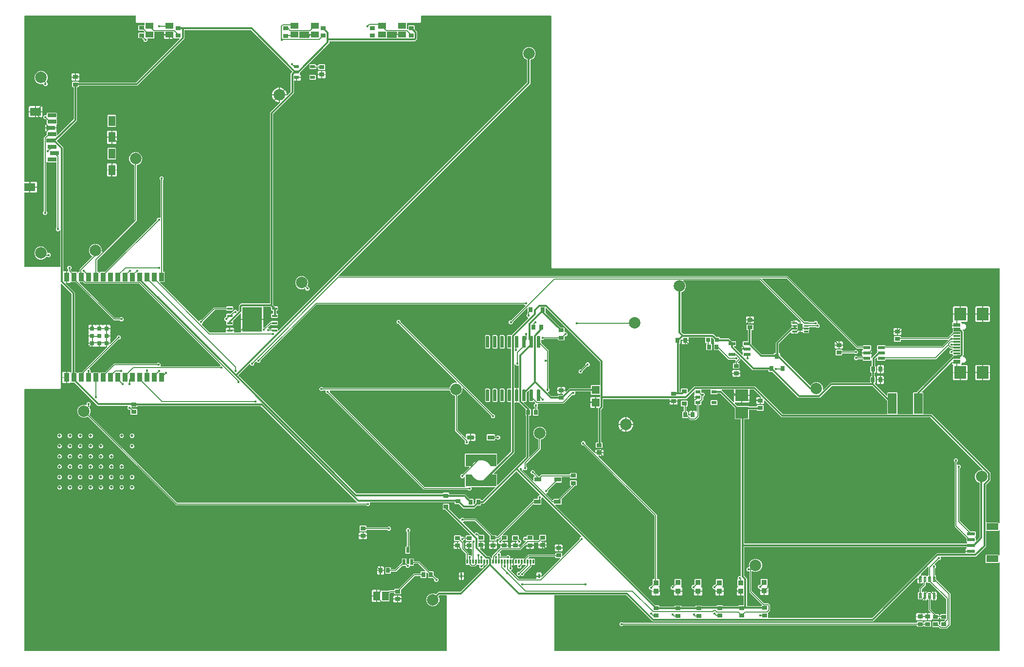
<source format=gbr>
G04 EAGLE Gerber RS-274X export*
G75*
%MOMM*%
%FSLAX34Y34*%
%LPD*%
%INTop Copper*%
%IPPOS*%
%AMOC8*
5,1,8,0,0,1.08239X$1,22.5*%
G01*
G04 Define Apertures*
%ADD10R,1.400000X1.050000*%
%ADD11R,0.900000X0.700000*%
%ADD12R,1.400000X1.400000*%
%ADD13R,0.700000X0.900000*%
%ADD14R,2.200000X2.000000*%
%ADD15R,0.800000X0.800000*%
%ADD16R,1.200000X0.600000*%
%ADD17R,0.940000X0.970000*%
%ADD18R,0.900000X0.800000*%
%ADD19R,1.150000X0.800000*%
%ADD20R,0.800000X0.900000*%
%ADD21R,0.900000X0.600000*%
%ADD22R,0.300000X0.800000*%
%ADD23R,0.400000X0.800000*%
%ADD24R,1.150000X0.300000*%
%ADD25R,2.000000X2.180000*%
%ADD26R,2.000000X1.200000*%
%ADD27R,1.350000X0.600000*%
%ADD28R,1.200000X1.800000*%
%ADD29R,1.900000X1.400000*%
%ADD30R,1.500000X0.700000*%
%ADD31R,0.127000X0.127000*%
%ADD32R,1.200000X0.550000*%
%ADD33R,1.500000X3.600000*%
%ADD34R,0.500000X1.050000*%
%ADD35C,0.125000*%
%ADD36R,1.168400X1.600200*%
%ADD37C,2.000000*%
%ADD38C,0.110000*%
%ADD39R,3.400000X4.300000*%
%ADD40R,0.900000X1.500000*%
%ADD41C,0.147500*%
%ADD42C,0.067500*%
%ADD43R,0.900000X1.300000*%
%ADD44C,0.150000*%
%ADD45C,0.452400*%
%ADD46C,0.300000*%
%ADD47C,0.502400*%
G36*
X1698784Y123401D02*
X1698488Y123336D01*
X1698190Y123391D01*
X1697937Y123559D01*
X1697026Y124470D01*
X1676612Y124470D01*
X1676337Y124521D01*
X1676082Y124685D01*
X1675910Y124935D01*
X1675850Y125232D01*
X1675850Y189667D01*
X1675906Y189953D01*
X1676073Y190206D01*
X1683468Y197600D01*
X1683468Y210975D01*
X1581432Y313010D01*
X1567132Y313010D01*
X1566857Y313061D01*
X1566602Y313225D01*
X1566430Y313475D01*
X1566370Y313772D01*
X1566370Y350026D01*
X1565626Y350770D01*
X1564247Y350770D01*
X1563984Y350817D01*
X1563726Y350976D01*
X1563550Y351224D01*
X1563485Y351520D01*
X1563541Y351818D01*
X1563708Y352071D01*
X1615299Y403662D01*
X1615519Y403815D01*
X1615814Y403885D01*
X1616113Y403834D01*
X1616368Y403670D01*
X1616374Y403662D01*
X1625652Y403662D01*
X1625652Y402138D01*
X1616600Y402138D01*
X1616600Y400348D01*
X1618140Y398808D01*
X1618390Y398654D01*
X1618565Y398406D01*
X1618630Y398110D01*
X1618575Y397812D01*
X1618407Y397559D01*
X1618100Y397252D01*
X1618100Y386062D01*
X1643180Y386062D01*
X1643180Y397252D01*
X1641692Y398740D01*
X1633412Y398740D01*
X1633148Y398787D01*
X1632890Y398946D01*
X1632715Y399194D01*
X1632650Y399490D01*
X1632705Y399788D01*
X1632873Y400041D01*
X1633180Y400348D01*
X1633180Y401488D01*
X1633231Y401763D01*
X1633395Y402018D01*
X1633645Y402190D01*
X1633942Y402250D01*
X1637815Y402250D01*
X1640890Y405325D01*
X1640890Y409675D01*
X1637815Y412750D01*
X1635922Y412750D01*
X1635659Y412797D01*
X1635401Y412956D01*
X1635225Y413204D01*
X1635160Y413500D01*
X1635216Y413798D01*
X1635383Y414051D01*
X1636378Y415045D01*
X1636378Y457505D01*
X1635133Y458749D01*
X1634980Y458969D01*
X1634910Y459264D01*
X1634961Y459563D01*
X1635125Y459818D01*
X1635375Y459990D01*
X1635672Y460050D01*
X1637815Y460050D01*
X1640890Y463125D01*
X1640890Y467475D01*
X1637815Y470550D01*
X1633942Y470550D01*
X1633667Y470601D01*
X1633412Y470765D01*
X1633240Y471015D01*
X1633180Y471312D01*
X1633180Y472452D01*
X1632873Y472759D01*
X1632720Y472979D01*
X1632650Y473274D01*
X1632701Y473573D01*
X1632864Y473828D01*
X1633115Y474000D01*
X1633412Y474060D01*
X1641692Y474060D01*
X1643180Y475548D01*
X1643180Y486738D01*
X1618100Y486738D01*
X1618100Y475548D01*
X1618407Y475241D01*
X1618560Y475021D01*
X1618630Y474726D01*
X1618579Y474427D01*
X1618416Y474172D01*
X1618166Y474000D01*
X1618144Y473996D01*
X1616600Y472452D01*
X1616600Y470662D01*
X1625652Y470662D01*
X1625652Y469138D01*
X1616600Y469138D01*
X1616600Y467662D01*
X1625652Y467662D01*
X1625652Y466138D01*
X1616600Y466138D01*
X1616600Y464348D01*
X1617647Y463301D01*
X1617810Y463060D01*
X1617870Y462762D01*
X1617870Y456844D01*
X1617963Y456708D01*
X1618028Y456412D01*
X1617973Y456114D01*
X1617870Y455959D01*
X1617870Y455565D01*
X1617814Y455279D01*
X1617647Y455026D01*
X1609449Y446828D01*
X1609207Y446665D01*
X1608910Y446605D01*
X1528132Y446605D01*
X1527857Y446656D01*
X1527602Y446820D01*
X1527430Y447070D01*
X1527370Y447367D01*
X1527370Y448126D01*
X1526626Y448870D01*
X1516574Y448870D01*
X1515830Y448126D01*
X1515830Y440074D01*
X1516574Y439330D01*
X1526626Y439330D01*
X1527370Y440074D01*
X1527370Y441803D01*
X1527421Y442078D01*
X1527585Y442333D01*
X1527835Y442505D01*
X1528132Y442565D01*
X1608886Y442565D01*
X1609149Y442518D01*
X1609408Y442359D01*
X1609583Y442111D01*
X1609648Y441815D01*
X1609592Y441517D01*
X1609425Y441264D01*
X1599754Y431593D01*
X1599512Y431430D01*
X1599215Y431370D01*
X1501532Y431370D01*
X1501257Y431421D01*
X1501002Y431585D01*
X1500830Y431835D01*
X1500770Y432132D01*
X1500770Y432526D01*
X1500026Y433270D01*
X1486974Y433270D01*
X1486230Y432526D01*
X1486230Y425474D01*
X1486915Y424789D01*
X1487073Y424558D01*
X1487138Y424262D01*
X1487083Y423964D01*
X1486915Y423711D01*
X1486230Y423026D01*
X1486230Y420551D01*
X1486174Y420265D01*
X1486007Y420012D01*
X1477071Y411076D01*
X1476851Y410923D01*
X1476556Y410853D01*
X1476257Y410904D01*
X1476002Y411067D01*
X1475830Y411317D01*
X1475770Y411615D01*
X1475770Y413794D01*
X1475760Y413840D01*
X1475815Y414138D01*
X1475983Y414391D01*
X1477040Y415448D01*
X1477040Y418738D01*
X1459960Y418738D01*
X1459960Y415448D01*
X1461017Y414391D01*
X1461175Y414160D01*
X1461240Y413864D01*
X1461230Y413809D01*
X1461230Y413435D01*
X1461179Y413160D01*
X1461015Y412904D01*
X1460765Y412733D01*
X1460468Y412673D01*
X1452693Y412673D01*
X1452407Y412728D01*
X1452154Y412896D01*
X1450866Y414185D01*
X1447940Y414185D01*
X1445871Y412116D01*
X1445871Y409190D01*
X1447940Y407121D01*
X1450866Y407121D01*
X1452154Y408409D01*
X1452396Y408572D01*
X1452693Y408633D01*
X1460468Y408633D01*
X1460743Y408581D01*
X1460998Y408418D01*
X1461170Y408168D01*
X1461230Y407871D01*
X1461230Y406474D01*
X1461974Y405730D01*
X1475026Y405730D01*
X1475802Y406506D01*
X1476021Y406659D01*
X1476316Y406728D01*
X1476615Y406678D01*
X1476871Y406514D01*
X1477042Y406264D01*
X1477103Y405967D01*
X1477103Y397732D01*
X1477051Y397457D01*
X1476888Y397202D01*
X1476638Y397030D01*
X1476341Y396970D01*
X1475174Y396970D01*
X1474430Y396226D01*
X1474430Y386174D01*
X1475174Y385430D01*
X1475648Y385430D01*
X1475923Y385379D01*
X1476178Y385215D01*
X1476350Y384965D01*
X1476410Y384668D01*
X1476410Y379232D01*
X1476359Y378957D01*
X1476195Y378702D01*
X1475945Y378530D01*
X1475648Y378470D01*
X1474774Y378470D01*
X1474030Y377726D01*
X1474030Y368480D01*
X1473979Y368205D01*
X1473815Y367949D01*
X1473565Y367778D01*
X1473268Y367718D01*
X1405320Y367718D01*
X1393171Y355568D01*
X1392951Y355415D01*
X1392656Y355345D01*
X1392357Y355396D01*
X1392102Y355560D01*
X1391930Y355810D01*
X1391870Y356107D01*
X1391870Y359642D01*
X1390154Y363784D01*
X1386984Y366954D01*
X1382842Y368670D01*
X1378358Y368670D01*
X1374216Y366954D01*
X1371046Y363784D01*
X1370770Y363118D01*
X1370621Y362888D01*
X1370374Y362712D01*
X1370078Y362647D01*
X1369780Y362703D01*
X1369527Y362870D01*
X1317493Y414904D01*
X1317330Y415146D01*
X1317270Y415443D01*
X1317270Y418526D01*
X1316526Y419270D01*
X1315820Y419270D01*
X1315545Y419321D01*
X1315289Y419485D01*
X1315118Y419735D01*
X1315058Y420032D01*
X1315058Y434812D01*
X1315113Y435098D01*
X1315281Y435351D01*
X1335029Y455099D01*
X1335259Y455257D01*
X1335556Y455322D01*
X1335854Y455267D01*
X1336107Y455099D01*
X1337896Y453310D01*
X1341788Y453310D01*
X1341788Y457962D01*
X1343312Y457962D01*
X1343312Y453310D01*
X1347204Y453310D01*
X1348912Y455018D01*
X1348941Y455173D01*
X1349105Y455428D01*
X1349355Y455600D01*
X1349652Y455660D01*
X1351638Y455660D01*
X1351638Y473740D01*
X1349652Y473740D01*
X1349377Y473791D01*
X1349122Y473955D01*
X1348950Y474205D01*
X1348915Y474380D01*
X1347204Y476090D01*
X1343312Y476090D01*
X1343312Y471438D01*
X1336210Y471438D01*
X1336210Y469996D01*
X1337257Y468949D01*
X1337420Y468707D01*
X1337480Y468410D01*
X1337480Y465430D01*
X1337429Y465155D01*
X1337265Y464899D01*
X1337015Y464728D01*
X1336774Y464679D01*
X1309518Y437422D01*
X1309518Y420032D01*
X1309466Y419757D01*
X1309303Y419502D01*
X1309053Y419330D01*
X1308756Y419270D01*
X1307474Y419270D01*
X1306730Y418526D01*
X1306730Y417647D01*
X1306679Y417372D01*
X1306515Y417117D01*
X1306265Y416945D01*
X1305968Y416885D01*
X1286051Y416885D01*
X1285765Y416941D01*
X1285512Y417108D01*
X1267607Y435013D01*
X1267484Y435175D01*
X1267389Y435463D01*
X1267280Y436393D01*
X1267275Y436481D01*
X1267275Y458768D01*
X1267326Y459043D01*
X1267490Y459298D01*
X1267740Y459470D01*
X1268037Y459530D01*
X1270026Y459530D01*
X1270770Y460274D01*
X1270770Y468326D01*
X1270026Y469070D01*
X1259974Y469070D01*
X1259230Y468326D01*
X1259230Y460274D01*
X1259974Y459530D01*
X1260973Y459530D01*
X1261248Y459479D01*
X1261503Y459315D01*
X1261675Y459065D01*
X1261735Y458768D01*
X1261735Y440482D01*
X1261684Y440207D01*
X1261520Y439952D01*
X1261270Y439780D01*
X1260973Y439720D01*
X1253075Y439720D01*
X1252331Y438976D01*
X1252331Y432424D01*
X1252368Y432387D01*
X1252526Y432156D01*
X1252591Y431860D01*
X1252536Y431562D01*
X1252368Y431309D01*
X1251061Y430002D01*
X1251061Y426962D01*
X1260363Y426962D01*
X1260363Y425438D01*
X1251061Y425438D01*
X1251061Y422398D01*
X1252368Y421091D01*
X1252526Y420860D01*
X1252591Y420564D01*
X1252536Y420266D01*
X1252368Y420013D01*
X1252331Y419976D01*
X1252331Y416811D01*
X1252284Y416548D01*
X1252125Y416290D01*
X1251877Y416114D01*
X1251581Y416049D01*
X1251283Y416105D01*
X1251030Y416272D01*
X1236923Y430379D01*
X1236770Y430599D01*
X1236700Y430894D01*
X1236751Y431193D01*
X1236915Y431448D01*
X1237165Y431620D01*
X1237462Y431680D01*
X1240125Y431680D01*
X1240869Y432424D01*
X1240869Y438976D01*
X1240125Y439720D01*
X1234131Y439720D01*
X1233845Y439776D01*
X1233592Y439943D01*
X1228950Y444585D01*
X1213332Y444585D01*
X1213057Y444636D01*
X1212802Y444800D01*
X1212630Y445050D01*
X1212570Y445347D01*
X1212570Y446626D01*
X1211826Y447370D01*
X1206398Y447370D01*
X1206112Y447426D01*
X1205859Y447593D01*
X1201250Y452203D01*
X1149655Y452203D01*
X1149426Y452238D01*
X1149161Y452385D01*
X1148974Y452624D01*
X1148744Y453083D01*
X1148447Y453182D01*
X1148149Y453366D01*
X1145618Y455897D01*
X1145455Y456138D01*
X1145395Y456436D01*
X1145395Y524716D01*
X1145448Y524996D01*
X1145614Y525250D01*
X1145865Y525420D01*
X1148584Y526546D01*
X1151754Y529716D01*
X1153470Y533858D01*
X1153470Y538342D01*
X1151754Y542484D01*
X1149099Y545139D01*
X1148946Y545359D01*
X1148876Y545654D01*
X1148927Y545953D01*
X1149091Y546208D01*
X1149341Y546380D01*
X1149638Y546440D01*
X1281358Y546440D01*
X1281644Y546384D01*
X1281896Y546217D01*
X1353072Y475041D01*
X1353225Y474821D01*
X1353295Y474526D01*
X1353244Y474227D01*
X1353162Y474098D01*
X1353162Y455660D01*
X1356726Y455660D01*
X1357012Y455604D01*
X1357265Y455437D01*
X1358122Y454580D01*
X1366378Y454580D01*
X1367320Y455522D01*
X1367320Y458410D01*
X1367376Y458696D01*
X1367543Y458949D01*
X1368590Y459996D01*
X1368590Y461438D01*
X1361488Y461438D01*
X1361488Y462962D01*
X1368590Y462962D01*
X1368590Y463963D01*
X1368641Y464238D01*
X1368805Y464493D01*
X1369055Y464665D01*
X1369352Y464725D01*
X1379632Y464725D01*
X1379918Y464669D01*
X1380171Y464502D01*
X1381460Y463213D01*
X1384386Y463213D01*
X1386455Y465282D01*
X1386455Y468208D01*
X1384386Y470277D01*
X1383754Y470277D01*
X1383479Y470328D01*
X1383224Y470492D01*
X1383052Y470742D01*
X1382992Y471039D01*
X1382992Y473056D01*
X1380923Y475125D01*
X1377997Y475125D01*
X1376708Y473836D01*
X1376467Y473673D01*
X1376169Y473613D01*
X1367901Y473613D01*
X1367616Y473668D01*
X1367363Y473836D01*
X1366378Y474820D01*
X1359322Y474820D01*
X1359036Y474876D01*
X1358784Y475043D01*
X1285918Y547909D01*
X1285765Y548129D01*
X1285695Y548424D01*
X1285746Y548723D01*
X1285909Y548978D01*
X1286159Y549150D01*
X1286456Y549210D01*
X1328448Y549210D01*
X1328734Y549154D01*
X1328986Y548987D01*
X1450643Y427330D01*
X1460468Y427330D01*
X1460743Y427279D01*
X1460998Y427115D01*
X1461170Y426865D01*
X1461230Y426568D01*
X1461230Y425207D01*
X1461240Y425160D01*
X1461185Y424862D01*
X1461017Y424609D01*
X1459960Y423552D01*
X1459960Y420262D01*
X1477040Y420262D01*
X1477040Y423552D01*
X1475983Y424609D01*
X1475825Y424840D01*
X1475760Y425136D01*
X1475770Y425191D01*
X1475770Y432526D01*
X1475026Y433270D01*
X1461974Y433270D01*
X1461230Y432526D01*
X1461230Y432132D01*
X1461179Y431857D01*
X1461015Y431602D01*
X1460765Y431430D01*
X1460468Y431370D01*
X1452632Y431370D01*
X1452346Y431426D01*
X1452094Y431593D01*
X1330437Y553250D01*
X549312Y553250D01*
X549049Y553297D01*
X548791Y553456D01*
X548615Y553704D01*
X548550Y554000D01*
X548606Y554298D01*
X548773Y554551D01*
X882938Y888715D01*
X882938Y929319D01*
X882991Y929599D01*
X883156Y929854D01*
X883408Y930023D01*
X887084Y931546D01*
X890254Y934716D01*
X891970Y938858D01*
X891970Y943342D01*
X890254Y947484D01*
X887084Y950654D01*
X882942Y952370D01*
X878458Y952370D01*
X874316Y950654D01*
X871146Y947484D01*
X869430Y943342D01*
X869430Y938858D01*
X871146Y934716D01*
X874316Y931546D01*
X876927Y930464D01*
X877166Y930308D01*
X877337Y930057D01*
X877398Y929760D01*
X877398Y891326D01*
X877342Y891040D01*
X877174Y890787D01*
X445221Y458833D01*
X445001Y458680D01*
X444706Y458610D01*
X444407Y458661D01*
X444152Y458825D01*
X443980Y459075D01*
X443920Y459372D01*
X443920Y461354D01*
X442854Y462420D01*
X433046Y462420D01*
X431997Y461371D01*
X431755Y461208D01*
X431458Y461148D01*
X429871Y461148D01*
X429585Y461203D01*
X429332Y461371D01*
X428043Y462660D01*
X427191Y462660D01*
X426928Y462706D01*
X426669Y462866D01*
X426494Y463113D01*
X426429Y463409D01*
X426485Y463707D01*
X426652Y463960D01*
X431420Y468728D01*
X431651Y468886D01*
X431947Y468952D01*
X432245Y468896D01*
X432498Y468728D01*
X433046Y468180D01*
X442854Y468180D01*
X443920Y469246D01*
X443920Y474054D01*
X442854Y475120D01*
X433046Y475120D01*
X431762Y473836D01*
X431520Y473673D01*
X431223Y473613D01*
X430591Y473613D01*
X420553Y463575D01*
X420312Y463412D01*
X420015Y463352D01*
X419302Y463352D01*
X419027Y463403D01*
X418772Y463567D01*
X418600Y463817D01*
X418540Y464114D01*
X418540Y477238D01*
X379460Y477238D01*
X379460Y455677D01*
X379409Y455402D01*
X379245Y455147D01*
X378995Y454975D01*
X378698Y454915D01*
X368025Y454915D01*
X367761Y454962D01*
X367503Y455121D01*
X367328Y455369D01*
X367263Y455665D01*
X367290Y455811D01*
X367290Y458188D01*
X352810Y458188D01*
X352810Y455816D01*
X352837Y455701D01*
X352786Y455402D01*
X352623Y455147D01*
X352373Y454975D01*
X352075Y454915D01*
X325935Y454915D01*
X325649Y454971D01*
X325396Y455138D01*
X311588Y468946D01*
X311430Y469176D01*
X311365Y469472D01*
X311421Y469771D01*
X311588Y470023D01*
X313772Y472207D01*
X313772Y474030D01*
X313828Y474316D01*
X313995Y474568D01*
X333706Y494279D01*
X333948Y494442D01*
X334245Y494503D01*
X353908Y494503D01*
X354194Y494447D01*
X354447Y494279D01*
X355146Y493580D01*
X364954Y493580D01*
X366020Y494646D01*
X366020Y499454D01*
X364954Y500520D01*
X355146Y500520D01*
X354080Y499454D01*
X354080Y499305D01*
X354029Y499030D01*
X353865Y498774D01*
X353615Y498603D01*
X353318Y498543D01*
X332256Y498543D01*
X311138Y477425D01*
X310897Y477262D01*
X310600Y477202D01*
X308777Y477202D01*
X306593Y475018D01*
X306363Y474860D01*
X306067Y474795D01*
X305769Y474851D01*
X305516Y475018D01*
X238805Y541729D01*
X238652Y541949D01*
X238582Y542244D01*
X238633Y542543D01*
X238797Y542798D01*
X239047Y542970D01*
X239344Y543030D01*
X246126Y543030D01*
X246870Y543774D01*
X246870Y559826D01*
X246126Y560570D01*
X244465Y560570D01*
X244190Y560621D01*
X243934Y560785D01*
X243763Y561035D01*
X243703Y561332D01*
X243703Y720372D01*
X243758Y720658D01*
X243926Y720911D01*
X245215Y722200D01*
X245215Y725126D01*
X243146Y727195D01*
X240220Y727195D01*
X238151Y725126D01*
X238151Y722200D01*
X239439Y720911D01*
X239602Y720669D01*
X239663Y720372D01*
X239663Y655650D01*
X239616Y655386D01*
X239456Y655128D01*
X239209Y654953D01*
X238913Y654888D01*
X238615Y654943D01*
X238362Y655111D01*
X238298Y655175D01*
X235372Y655175D01*
X233303Y653106D01*
X233303Y651283D01*
X233247Y650997D01*
X233080Y650744D01*
X143129Y560793D01*
X142887Y560630D01*
X142590Y560570D01*
X134474Y560570D01*
X133689Y559785D01*
X133458Y559627D01*
X133162Y559562D01*
X132864Y559617D01*
X132611Y559785D01*
X131826Y560570D01*
X130202Y560570D01*
X129927Y560621D01*
X129672Y560785D01*
X129500Y561035D01*
X129440Y561332D01*
X129440Y580548D01*
X129496Y580834D01*
X129663Y581086D01*
X197998Y649421D01*
X197998Y745868D01*
X198049Y746143D01*
X198212Y746398D01*
X198462Y746570D01*
X198529Y746583D01*
X202784Y748346D01*
X205954Y751516D01*
X207670Y755658D01*
X207670Y760142D01*
X205954Y764284D01*
X202784Y767454D01*
X198642Y769170D01*
X194158Y769170D01*
X190016Y767454D01*
X186846Y764284D01*
X185130Y760142D01*
X185130Y755658D01*
X186846Y751516D01*
X190016Y748346D01*
X193487Y746908D01*
X193726Y746751D01*
X193897Y746501D01*
X193958Y746204D01*
X193958Y651410D01*
X193902Y651124D01*
X193734Y650871D01*
X138871Y596008D01*
X138651Y595855D01*
X138356Y595785D01*
X138057Y595836D01*
X137802Y595999D01*
X137630Y596249D01*
X137570Y596546D01*
X137570Y600142D01*
X135854Y604284D01*
X132684Y607454D01*
X128542Y609170D01*
X124058Y609170D01*
X119916Y607454D01*
X116746Y604284D01*
X115030Y600142D01*
X115030Y595658D01*
X116746Y591516D01*
X119916Y588346D01*
X120482Y588111D01*
X120712Y587963D01*
X120887Y587716D01*
X120952Y587419D01*
X120897Y587121D01*
X120729Y586869D01*
X99085Y565224D01*
X99085Y561332D01*
X99034Y561057D01*
X98870Y560802D01*
X98620Y560630D01*
X98323Y560570D01*
X96374Y560570D01*
X95589Y559785D01*
X95358Y559627D01*
X95062Y559562D01*
X94764Y559617D01*
X94511Y559785D01*
X93726Y560570D01*
X85935Y560570D01*
X85649Y560626D01*
X85396Y560793D01*
X83266Y562924D01*
X83103Y563165D01*
X83043Y563462D01*
X83043Y564559D01*
X83098Y564845D01*
X83266Y565098D01*
X84555Y566387D01*
X84555Y569313D01*
X82486Y571382D01*
X79560Y571382D01*
X77491Y569313D01*
X77491Y566387D01*
X78779Y565098D01*
X78942Y564857D01*
X79003Y564559D01*
X79003Y562602D01*
X78951Y562327D01*
X78788Y562072D01*
X78538Y561900D01*
X78241Y561840D01*
X76762Y561840D01*
X76762Y541760D01*
X81552Y541760D01*
X82709Y542917D01*
X82940Y543075D01*
X83236Y543140D01*
X83534Y543085D01*
X83616Y543030D01*
X91590Y543030D01*
X91876Y542974D01*
X92129Y542807D01*
X158438Y476498D01*
X168449Y476498D01*
X168735Y476442D01*
X168988Y476274D01*
X170277Y474986D01*
X173203Y474986D01*
X175272Y477055D01*
X175272Y479981D01*
X173203Y482050D01*
X170277Y482050D01*
X168988Y480761D01*
X168747Y480598D01*
X168449Y480538D01*
X160427Y480538D01*
X160141Y480593D01*
X159889Y480761D01*
X98920Y541729D01*
X98767Y541949D01*
X98697Y542244D01*
X98748Y542543D01*
X98912Y542798D01*
X99162Y542970D01*
X99459Y543030D01*
X104748Y543030D01*
X105034Y542974D01*
X105286Y542807D01*
X107886Y540208D01*
X202443Y540208D01*
X202729Y540152D01*
X202981Y539984D01*
X344209Y398757D01*
X344367Y398526D01*
X344432Y398230D01*
X344377Y397932D01*
X344209Y397679D01*
X342806Y396276D01*
X342564Y396113D01*
X342267Y396053D01*
X240150Y396053D01*
X239886Y396099D01*
X239628Y396259D01*
X239453Y396506D01*
X239388Y396802D01*
X239443Y397100D01*
X239611Y397353D01*
X239675Y397417D01*
X239675Y400343D01*
X237606Y402412D01*
X234680Y402412D01*
X233391Y401123D01*
X233149Y400960D01*
X232852Y400900D01*
X158438Y400900D01*
X143331Y385793D01*
X143090Y385630D01*
X142793Y385570D01*
X134474Y385570D01*
X133689Y384785D01*
X133458Y384627D01*
X133162Y384562D01*
X132864Y384617D01*
X132611Y384785D01*
X131826Y385570D01*
X121774Y385570D01*
X120989Y384785D01*
X120758Y384627D01*
X120462Y384562D01*
X120164Y384617D01*
X119911Y384785D01*
X119126Y385570D01*
X118175Y385570D01*
X117911Y385617D01*
X117653Y385776D01*
X117478Y386024D01*
X117413Y386320D01*
X117468Y386618D01*
X117636Y386871D01*
X117795Y387030D01*
X117795Y389956D01*
X115957Y391793D01*
X115799Y392023D01*
X115734Y392320D01*
X115790Y392618D01*
X115957Y392870D01*
X165994Y442907D01*
X166236Y443070D01*
X166533Y443131D01*
X168356Y443131D01*
X170425Y445200D01*
X170425Y448126D01*
X168356Y450195D01*
X165430Y450195D01*
X163361Y448126D01*
X163361Y446303D01*
X163305Y446017D01*
X163137Y445764D01*
X153541Y436168D01*
X153321Y436015D01*
X153026Y435945D01*
X152727Y435996D01*
X152621Y436064D01*
X152621Y435988D01*
X146462Y435988D01*
X146462Y429829D01*
X146389Y429829D01*
X146440Y429756D01*
X146506Y429460D01*
X146450Y429162D01*
X146282Y428909D01*
X112956Y395583D01*
X112715Y395420D01*
X112418Y395360D01*
X112041Y395360D01*
X102474Y385793D01*
X102232Y385630D01*
X101935Y385570D01*
X96374Y385570D01*
X95589Y384785D01*
X95358Y384627D01*
X95062Y384562D01*
X94764Y384617D01*
X94511Y384785D01*
X93726Y385570D01*
X91480Y385570D01*
X91205Y385621D01*
X90949Y385785D01*
X90778Y386035D01*
X90718Y386332D01*
X90718Y524677D01*
X74936Y540459D01*
X74783Y540679D01*
X74713Y540974D01*
X74764Y541273D01*
X74927Y541528D01*
X75177Y541700D01*
X75238Y541712D01*
X75238Y561840D01*
X71397Y561840D01*
X71122Y561891D01*
X70867Y562055D01*
X70695Y562305D01*
X70635Y562602D01*
X70635Y777440D01*
X59510Y788565D01*
X59352Y788795D01*
X59287Y789092D01*
X59342Y789390D01*
X59510Y789643D01*
X94180Y824313D01*
X94180Y881568D01*
X94231Y881843D01*
X94395Y882098D01*
X94645Y882270D01*
X94942Y882330D01*
X96626Y882330D01*
X97370Y883074D01*
X97370Y884253D01*
X97421Y884528D01*
X97585Y884783D01*
X97835Y884955D01*
X98132Y885015D01*
X199202Y885015D01*
X281155Y966968D01*
X281155Y981203D01*
X281206Y981478D01*
X281370Y981733D01*
X281620Y981905D01*
X281917Y981965D01*
X396725Y981965D01*
X397010Y981909D01*
X397263Y981742D01*
X468868Y910138D01*
X469026Y909907D01*
X469091Y909611D01*
X469035Y909313D01*
X468868Y909060D01*
X466053Y906245D01*
X466053Y874706D01*
X465997Y874420D01*
X465829Y874167D01*
X460141Y868478D01*
X459921Y868325D01*
X459626Y868255D01*
X459327Y868306D01*
X459221Y868374D01*
X459221Y868138D01*
X447062Y868138D01*
X447062Y855979D01*
X446828Y855979D01*
X446880Y855906D01*
X446945Y855610D01*
X446889Y855312D01*
X446722Y855059D01*
X430043Y838380D01*
X430043Y506287D01*
X429991Y506012D01*
X429828Y505757D01*
X429578Y505585D01*
X429281Y505525D01*
X379728Y505525D01*
X376028Y501825D01*
X376028Y493831D01*
X375972Y493545D01*
X375804Y493292D01*
X374628Y492115D01*
X374408Y491962D01*
X374113Y491892D01*
X373814Y491943D01*
X373559Y492107D01*
X373387Y492357D01*
X373380Y492392D01*
X371258Y494515D01*
X368332Y494515D01*
X366159Y492342D01*
X366040Y492162D01*
X361921Y488043D01*
X361680Y487880D01*
X361383Y487820D01*
X355146Y487820D01*
X354080Y486754D01*
X354080Y482812D01*
X354029Y482537D01*
X353865Y482281D01*
X353615Y482110D01*
X353318Y482050D01*
X352405Y482050D01*
X350336Y479981D01*
X350336Y477055D01*
X352405Y474986D01*
X353318Y474986D01*
X353593Y474934D01*
X353848Y474771D01*
X354020Y474521D01*
X354080Y474224D01*
X354080Y469246D01*
X355146Y468180D01*
X364954Y468180D01*
X366020Y469246D01*
X366020Y474054D01*
X365749Y474324D01*
X365591Y474555D01*
X365526Y474851D01*
X365582Y475149D01*
X365749Y475402D01*
X378159Y487812D01*
X378379Y487965D01*
X378674Y488035D01*
X378973Y487984D01*
X379228Y487820D01*
X379400Y487570D01*
X379460Y487273D01*
X379460Y478762D01*
X418540Y478762D01*
X418540Y499223D01*
X418591Y499498D01*
X418755Y499753D01*
X419005Y499925D01*
X419302Y499985D01*
X430657Y499985D01*
X430943Y499929D01*
X431196Y499762D01*
X431757Y499201D01*
X431920Y498959D01*
X431980Y498662D01*
X431980Y494646D01*
X433046Y493580D01*
X434821Y493580D01*
X435095Y493529D01*
X435351Y493365D01*
X435522Y493115D01*
X435583Y492818D01*
X435583Y488582D01*
X435531Y488307D01*
X435368Y488052D01*
X435118Y487880D01*
X434821Y487820D01*
X433046Y487820D01*
X431980Y486754D01*
X431980Y481946D01*
X433046Y480880D01*
X442854Y480880D01*
X443920Y481946D01*
X443920Y486754D01*
X442854Y487820D01*
X441885Y487820D01*
X441610Y487871D01*
X441354Y488035D01*
X441183Y488285D01*
X441123Y488582D01*
X441123Y492818D01*
X441174Y493093D01*
X441337Y493348D01*
X441587Y493520D01*
X441885Y493580D01*
X442854Y493580D01*
X443920Y494646D01*
X443920Y499454D01*
X442854Y500520D01*
X438588Y500520D01*
X438302Y500576D01*
X438049Y500743D01*
X435879Y502914D01*
X435699Y503200D01*
X435657Y503500D01*
X435736Y503793D01*
X435803Y503927D01*
X435622Y504472D01*
X435583Y504713D01*
X435583Y835770D01*
X435638Y836055D01*
X435806Y836308D01*
X471593Y872095D01*
X471593Y892998D01*
X471644Y893273D01*
X471807Y893528D01*
X472057Y893700D01*
X472355Y893760D01*
X475438Y893760D01*
X475438Y900062D01*
X483240Y900062D01*
X483240Y903352D01*
X482183Y904409D01*
X482025Y904640D01*
X481960Y904936D01*
X481970Y904991D01*
X481970Y907780D01*
X482026Y908065D01*
X482193Y908318D01*
X533225Y959350D01*
X533225Y961813D01*
X533276Y962088D01*
X533440Y962343D01*
X533690Y962515D01*
X533987Y962575D01*
X682567Y962575D01*
X686268Y966275D01*
X686268Y978957D01*
X682093Y983132D01*
X681930Y983373D01*
X681870Y983671D01*
X681870Y989226D01*
X681126Y989970D01*
X671074Y989970D01*
X670330Y989226D01*
X670330Y983901D01*
X670283Y983638D01*
X670124Y983380D01*
X669876Y983205D01*
X669580Y983139D01*
X669282Y983195D01*
X669135Y983293D01*
X669132Y983293D01*
X668857Y983344D01*
X668602Y983507D01*
X668430Y983757D01*
X668370Y984055D01*
X668370Y993476D01*
X668421Y993751D01*
X668585Y994006D01*
X668835Y994178D01*
X669132Y994238D01*
X691344Y994238D01*
X692962Y995856D01*
X692962Y1005976D01*
X693013Y1006251D01*
X693177Y1006506D01*
X693427Y1006678D01*
X693724Y1006738D01*
X918476Y1006738D01*
X918751Y1006687D01*
X919006Y1006523D01*
X919178Y1006273D01*
X919238Y1005976D01*
X919238Y568356D01*
X920856Y566738D01*
X1698476Y566738D01*
X1698751Y566687D01*
X1699006Y566523D01*
X1699178Y566273D01*
X1699238Y565976D01*
X1699238Y124098D01*
X1699191Y123834D01*
X1699032Y123576D01*
X1698784Y123401D01*
G37*
%LPC*%
G36*
X514974Y912530D02*
X525026Y912530D01*
X525770Y913274D01*
X525770Y921326D01*
X525026Y922070D01*
X514974Y922070D01*
X514230Y921326D01*
X514230Y920345D01*
X514179Y920070D01*
X514015Y919814D01*
X513765Y919643D01*
X513468Y919583D01*
X510732Y919583D01*
X510457Y919634D01*
X510202Y919797D01*
X510030Y920047D01*
X509970Y920345D01*
X509970Y921826D01*
X509226Y922570D01*
X499174Y922570D01*
X498430Y921826D01*
X498430Y914774D01*
X499174Y914030D01*
X509226Y914030D01*
X509970Y914774D01*
X509970Y914781D01*
X510021Y915055D01*
X510185Y915311D01*
X510435Y915482D01*
X510732Y915543D01*
X513468Y915543D01*
X513743Y915491D01*
X513998Y915328D01*
X514170Y915078D01*
X514230Y914781D01*
X514230Y913274D01*
X514974Y912530D01*
G37*
G36*
X520762Y905062D02*
X527040Y905062D01*
X527040Y908852D01*
X525552Y910340D01*
X520762Y910340D01*
X520762Y905062D01*
G37*
G36*
X512960Y905062D02*
X519238Y905062D01*
X519238Y910340D01*
X514448Y910340D01*
X512960Y908852D01*
X512960Y905062D01*
G37*
G36*
X499174Y895030D02*
X509226Y895030D01*
X509970Y895774D01*
X509970Y902826D01*
X509226Y903570D01*
X499174Y903570D01*
X498430Y902826D01*
X498430Y895774D01*
X499174Y895030D01*
G37*
G36*
X520762Y898260D02*
X525552Y898260D01*
X527040Y899748D01*
X527040Y903538D01*
X520762Y903538D01*
X520762Y898260D01*
G37*
G36*
X514448Y898260D02*
X519238Y898260D01*
X519238Y903538D01*
X512960Y903538D01*
X512960Y899748D01*
X514448Y898260D01*
G37*
G36*
X476962Y893760D02*
X481752Y893760D01*
X483240Y895248D01*
X483240Y898538D01*
X476962Y898538D01*
X476962Y893760D01*
G37*
G36*
X433760Y869662D02*
X445538Y869662D01*
X445538Y881440D01*
X443806Y881440D01*
X439197Y879531D01*
X435669Y876003D01*
X433760Y871394D01*
X433760Y869662D01*
G37*
G36*
X447062Y869662D02*
X458840Y869662D01*
X458840Y871394D01*
X456931Y876003D01*
X453403Y879531D01*
X448794Y881440D01*
X447062Y881440D01*
X447062Y869662D01*
G37*
G36*
X443806Y856360D02*
X445538Y856360D01*
X445538Y868138D01*
X433760Y868138D01*
X433760Y866406D01*
X435669Y861797D01*
X439197Y858269D01*
X443806Y856360D01*
G37*
G36*
X148236Y813530D02*
X161288Y813530D01*
X162032Y814274D01*
X162032Y833326D01*
X161288Y834070D01*
X148236Y834070D01*
X147492Y833326D01*
X147492Y814274D01*
X148236Y813530D01*
G37*
G36*
X155524Y796062D02*
X163302Y796062D01*
X163302Y805352D01*
X161814Y806840D01*
X155524Y806840D01*
X155524Y796062D01*
G37*
G36*
X146222Y796062D02*
X154000Y796062D01*
X154000Y806840D01*
X147710Y806840D01*
X146222Y805352D01*
X146222Y796062D01*
G37*
G36*
X147710Y783760D02*
X154000Y783760D01*
X154000Y794538D01*
X146222Y794538D01*
X146222Y785248D01*
X147710Y783760D01*
G37*
G36*
X155524Y783760D02*
X161814Y783760D01*
X163302Y785248D01*
X163302Y794538D01*
X155524Y794538D01*
X155524Y783760D01*
G37*
G36*
X148236Y756530D02*
X161288Y756530D01*
X162032Y757274D01*
X162032Y776326D01*
X161288Y777070D01*
X148236Y777070D01*
X147492Y776326D01*
X147492Y757274D01*
X148236Y756530D01*
G37*
G36*
X155524Y739062D02*
X163302Y739062D01*
X163302Y748352D01*
X161814Y749840D01*
X155524Y749840D01*
X155524Y739062D01*
G37*
G36*
X146222Y739062D02*
X154000Y739062D01*
X154000Y749840D01*
X147710Y749840D01*
X146222Y748352D01*
X146222Y739062D01*
G37*
G36*
X155524Y726760D02*
X161814Y726760D01*
X163302Y728248D01*
X163302Y737538D01*
X155524Y737538D01*
X155524Y726760D01*
G37*
G36*
X147710Y726760D02*
X154000Y726760D01*
X154000Y737538D01*
X146222Y737538D01*
X146222Y728248D01*
X147710Y726760D01*
G37*
G36*
X493675Y528308D02*
X496601Y528308D01*
X498670Y530377D01*
X498670Y533303D01*
X496601Y535372D01*
X495752Y535372D01*
X495483Y535421D01*
X495226Y535582D01*
X495053Y535831D01*
X494990Y536128D01*
X495048Y536426D01*
X496470Y539858D01*
X496470Y544342D01*
X494754Y548484D01*
X491584Y551654D01*
X487442Y553370D01*
X482958Y553370D01*
X478816Y551654D01*
X475646Y548484D01*
X473930Y544342D01*
X473930Y539858D01*
X475646Y535716D01*
X478816Y532546D01*
X482958Y530830D01*
X487442Y530830D01*
X490552Y532118D01*
X490819Y532176D01*
X491118Y532125D01*
X491374Y531962D01*
X491545Y531711D01*
X491606Y531414D01*
X491606Y530377D01*
X493675Y528308D01*
G37*
G36*
X1657400Y488262D02*
X1669178Y488262D01*
X1669178Y500940D01*
X1658888Y500940D01*
X1657400Y499452D01*
X1657400Y488262D01*
G37*
G36*
X1670702Y488262D02*
X1682480Y488262D01*
X1682480Y499452D01*
X1680992Y500940D01*
X1670702Y500940D01*
X1670702Y488262D01*
G37*
G36*
X1631402Y488262D02*
X1643180Y488262D01*
X1643180Y499452D01*
X1641692Y500940D01*
X1631402Y500940D01*
X1631402Y488262D01*
G37*
G36*
X1618100Y488262D02*
X1629878Y488262D01*
X1629878Y500940D01*
X1619588Y500940D01*
X1618100Y499452D01*
X1618100Y488262D01*
G37*
G36*
X1670702Y474060D02*
X1680992Y474060D01*
X1682480Y475548D01*
X1682480Y486738D01*
X1670702Y486738D01*
X1670702Y474060D01*
G37*
G36*
X1658888Y474060D02*
X1669178Y474060D01*
X1669178Y486738D01*
X1657400Y486738D01*
X1657400Y475548D01*
X1658888Y474060D01*
G37*
G36*
X1265762Y478062D02*
X1272040Y478062D01*
X1272040Y481852D01*
X1270552Y483340D01*
X1265762Y483340D01*
X1265762Y478062D01*
G37*
G36*
X1257960Y478062D02*
X1264238Y478062D01*
X1264238Y483340D01*
X1259448Y483340D01*
X1257960Y481852D01*
X1257960Y478062D01*
G37*
G36*
X1259448Y471260D02*
X1264238Y471260D01*
X1264238Y476538D01*
X1257960Y476538D01*
X1257960Y472748D01*
X1259448Y471260D01*
G37*
G36*
X1265762Y471260D02*
X1270552Y471260D01*
X1272040Y472748D01*
X1272040Y476538D01*
X1265762Y476538D01*
X1265762Y471260D01*
G37*
G36*
X1336210Y472962D02*
X1341788Y472962D01*
X1341788Y476090D01*
X1337896Y476090D01*
X1336210Y474404D01*
X1336210Y472962D01*
G37*
G36*
X114160Y462512D02*
X119938Y462512D01*
X119938Y468290D01*
X115648Y468290D01*
X114160Y466802D01*
X114160Y462512D01*
G37*
G36*
X146462Y462512D02*
X152240Y462512D01*
X152240Y466802D01*
X150752Y468290D01*
X146462Y468290D01*
X146462Y462512D01*
G37*
G36*
X121462Y430210D02*
X125752Y430210D01*
X126411Y430869D01*
X126642Y431027D01*
X126938Y431092D01*
X127236Y431037D01*
X127489Y430869D01*
X128148Y430210D01*
X132438Y430210D01*
X132438Y437512D01*
X133962Y437512D01*
X133962Y430210D01*
X138252Y430210D01*
X138911Y430869D01*
X139142Y431027D01*
X139438Y431092D01*
X139736Y431037D01*
X139989Y430869D01*
X140648Y430210D01*
X144938Y430210D01*
X144938Y437512D01*
X152240Y437512D01*
X152240Y441802D01*
X151581Y442461D01*
X151423Y442692D01*
X151358Y442988D01*
X151413Y443286D01*
X151581Y443539D01*
X152240Y444198D01*
X152240Y448488D01*
X144938Y448488D01*
X144938Y450012D01*
X152240Y450012D01*
X152240Y454302D01*
X151581Y454961D01*
X151423Y455192D01*
X151358Y455488D01*
X151413Y455786D01*
X151581Y456039D01*
X152240Y456698D01*
X152240Y460988D01*
X144938Y460988D01*
X144938Y468290D01*
X140648Y468290D01*
X139989Y467631D01*
X139758Y467473D01*
X139462Y467408D01*
X139164Y467463D01*
X138911Y467631D01*
X138252Y468290D01*
X133962Y468290D01*
X133962Y460988D01*
X132438Y460988D01*
X132438Y468290D01*
X128148Y468290D01*
X127489Y467631D01*
X127258Y467473D01*
X126962Y467408D01*
X126664Y467463D01*
X126411Y467631D01*
X125752Y468290D01*
X121462Y468290D01*
X121462Y460988D01*
X114160Y460988D01*
X114160Y456698D01*
X114819Y456039D01*
X114977Y455808D01*
X115042Y455512D01*
X114987Y455214D01*
X114819Y454961D01*
X114160Y454302D01*
X114160Y450012D01*
X121462Y450012D01*
X121462Y448488D01*
X114160Y448488D01*
X114160Y444198D01*
X114819Y443539D01*
X114977Y443308D01*
X115042Y443012D01*
X114987Y442714D01*
X114819Y442461D01*
X114160Y441802D01*
X114160Y437512D01*
X121462Y437512D01*
X121462Y430210D01*
G37*
G36*
X352810Y459712D02*
X359288Y459712D01*
X359288Y463690D01*
X354620Y463690D01*
X352810Y461880D01*
X352810Y459712D01*
G37*
G36*
X360812Y459712D02*
X367290Y459712D01*
X367290Y461880D01*
X365480Y463690D01*
X360812Y463690D01*
X360812Y459712D01*
G37*
G36*
X1514560Y457862D02*
X1520838Y457862D01*
X1520838Y463140D01*
X1516048Y463140D01*
X1514560Y461652D01*
X1514560Y457862D01*
G37*
G36*
X1522362Y457862D02*
X1528640Y457862D01*
X1528640Y461652D01*
X1527152Y463140D01*
X1522362Y463140D01*
X1522362Y457862D01*
G37*
G36*
X1522362Y451060D02*
X1527152Y451060D01*
X1528640Y452548D01*
X1528640Y456338D01*
X1522362Y456338D01*
X1522362Y451060D01*
G37*
G36*
X1516048Y451060D02*
X1520838Y451060D01*
X1520838Y456338D01*
X1514560Y456338D01*
X1514560Y452548D01*
X1516048Y451060D01*
G37*
G36*
X1420462Y434162D02*
X1426740Y434162D01*
X1426740Y437952D01*
X1425252Y439440D01*
X1420462Y439440D01*
X1420462Y434162D01*
G37*
G36*
X1412660Y434162D02*
X1418938Y434162D01*
X1418938Y439440D01*
X1414148Y439440D01*
X1412660Y437952D01*
X1412660Y434162D01*
G37*
G36*
X115648Y430210D02*
X119938Y430210D01*
X119938Y435988D01*
X114160Y435988D01*
X114160Y431698D01*
X115648Y430210D01*
G37*
G36*
X1414148Y427360D02*
X1418938Y427360D01*
X1418938Y432638D01*
X1412660Y432638D01*
X1412660Y428848D01*
X1414148Y427360D01*
G37*
G36*
X1420462Y427360D02*
X1425252Y427360D01*
X1426740Y428848D01*
X1426740Y432638D01*
X1420462Y432638D01*
X1420462Y427360D01*
G37*
G36*
X1414674Y415630D02*
X1424726Y415630D01*
X1425470Y416374D01*
X1425470Y418258D01*
X1425521Y418533D01*
X1425685Y418788D01*
X1425935Y418960D01*
X1426232Y419020D01*
X1446112Y419020D01*
X1446398Y418964D01*
X1446651Y418797D01*
X1447940Y417508D01*
X1450866Y417508D01*
X1452935Y419577D01*
X1452935Y422503D01*
X1450866Y424572D01*
X1447940Y424572D01*
X1446651Y423283D01*
X1446409Y423120D01*
X1446112Y423060D01*
X1426232Y423060D01*
X1425957Y423111D01*
X1425702Y423275D01*
X1425530Y423525D01*
X1425470Y423822D01*
X1425470Y424426D01*
X1424726Y425170D01*
X1414674Y425170D01*
X1413930Y424426D01*
X1413930Y416374D01*
X1414674Y415630D01*
G37*
G36*
X1670702Y386062D02*
X1682480Y386062D01*
X1682480Y397252D01*
X1680992Y398740D01*
X1670702Y398740D01*
X1670702Y386062D01*
G37*
G36*
X1657400Y386062D02*
X1669178Y386062D01*
X1669178Y398740D01*
X1658888Y398740D01*
X1657400Y397252D01*
X1657400Y386062D01*
G37*
G36*
X1658888Y371860D02*
X1669178Y371860D01*
X1669178Y384538D01*
X1657400Y384538D01*
X1657400Y373348D01*
X1658888Y371860D01*
G37*
G36*
X1670702Y371860D02*
X1680992Y371860D01*
X1682480Y373348D01*
X1682480Y384538D01*
X1670702Y384538D01*
X1670702Y371860D01*
G37*
G36*
X1631402Y371860D02*
X1641692Y371860D01*
X1643180Y373348D01*
X1643180Y384538D01*
X1631402Y384538D01*
X1631402Y371860D01*
G37*
G36*
X1619588Y371860D02*
X1629878Y371860D01*
X1629878Y384538D01*
X1618100Y384538D01*
X1618100Y373348D01*
X1619588Y371860D01*
G37*
%LPD*%
G36*
X64630Y569326D02*
X64333Y569266D01*
X3524Y569266D01*
X3249Y569317D01*
X2994Y569480D01*
X2822Y569730D01*
X2762Y570028D01*
X2762Y697998D01*
X2813Y698273D01*
X2977Y698528D01*
X3227Y698700D01*
X3524Y698760D01*
X11500Y698760D01*
X11500Y717840D01*
X3524Y717840D01*
X3249Y717891D01*
X2994Y718055D01*
X2822Y718305D01*
X2762Y718602D01*
X2762Y1005976D01*
X2813Y1006251D01*
X2977Y1006506D01*
X3227Y1006678D01*
X3524Y1006738D01*
X196176Y1006738D01*
X196451Y1006687D01*
X196706Y1006523D01*
X196878Y1006273D01*
X196938Y1005976D01*
X196938Y995856D01*
X198556Y994238D01*
X211068Y994238D01*
X211343Y994187D01*
X211598Y994023D01*
X211770Y993773D01*
X211830Y993476D01*
X211830Y991132D01*
X211779Y990857D01*
X211615Y990602D01*
X211365Y990430D01*
X211068Y990370D01*
X201874Y990370D01*
X201130Y989626D01*
X201130Y981574D01*
X201874Y980830D01*
X209868Y980830D01*
X210154Y980774D01*
X210406Y980607D01*
X211607Y979406D01*
X211770Y979165D01*
X211830Y978868D01*
X211830Y978132D01*
X211779Y977857D01*
X211615Y977602D01*
X211365Y977430D01*
X211068Y977370D01*
X201874Y977370D01*
X201130Y976626D01*
X201130Y968574D01*
X201874Y967830D01*
X206940Y967830D01*
X207226Y967774D01*
X207479Y967607D01*
X209535Y965551D01*
X209698Y965309D01*
X209758Y965012D01*
X209758Y963190D01*
X211827Y961121D01*
X214753Y961121D01*
X216822Y963190D01*
X216822Y966116D01*
X216770Y966167D01*
X216617Y966387D01*
X216548Y966682D01*
X216598Y966981D01*
X216762Y967236D01*
X217012Y967408D01*
X217309Y967468D01*
X227626Y967468D01*
X228370Y968212D01*
X228370Y978491D01*
X228421Y978765D01*
X228585Y979021D01*
X228835Y979192D01*
X229132Y979253D01*
X244798Y979253D01*
X245073Y979201D01*
X245328Y979038D01*
X245500Y978788D01*
X245560Y978491D01*
X245560Y974750D01*
X255862Y974750D01*
X255862Y966198D01*
X263152Y966198D01*
X264490Y967536D01*
X264721Y967694D01*
X265017Y967759D01*
X265315Y967704D01*
X265426Y967630D01*
X272143Y967630D01*
X272406Y967583D01*
X272664Y967424D01*
X272840Y967176D01*
X272905Y966880D01*
X272849Y966582D01*
X272682Y966329D01*
X197131Y890778D01*
X196889Y890615D01*
X196592Y890555D01*
X98132Y890555D01*
X97857Y890606D01*
X97602Y890770D01*
X97430Y891020D01*
X97419Y891077D01*
X96626Y891870D01*
X86574Y891870D01*
X85830Y891126D01*
X85830Y883074D01*
X86574Y882330D01*
X87878Y882330D01*
X88153Y882279D01*
X88408Y882115D01*
X88580Y881865D01*
X88640Y881568D01*
X88640Y826923D01*
X88584Y826637D01*
X88417Y826384D01*
X60833Y798800D01*
X60613Y798647D01*
X60318Y798577D01*
X60019Y798628D01*
X59764Y798792D01*
X59592Y799042D01*
X59532Y799339D01*
X59532Y804326D01*
X58750Y805108D01*
X58700Y805117D01*
X58442Y805276D01*
X58267Y805524D01*
X58202Y805820D01*
X58257Y806118D01*
X58425Y806371D01*
X58802Y806748D01*
X58802Y810538D01*
X38722Y810538D01*
X38722Y806748D01*
X40210Y805260D01*
X41230Y805260D01*
X41505Y805209D01*
X41760Y805045D01*
X41932Y804795D01*
X41992Y804498D01*
X41992Y799989D01*
X41936Y799703D01*
X41769Y799451D01*
X36760Y794442D01*
X36760Y666706D01*
X36704Y666420D01*
X36537Y666167D01*
X35248Y664878D01*
X35248Y661952D01*
X37317Y659883D01*
X40243Y659883D01*
X42312Y661952D01*
X42312Y664878D01*
X41023Y666167D01*
X40860Y666408D01*
X40800Y666706D01*
X40800Y751626D01*
X40847Y751890D01*
X41006Y752148D01*
X41254Y752323D01*
X41550Y752388D01*
X41848Y752333D01*
X42101Y752165D01*
X42736Y751530D01*
X58158Y751530D01*
X58433Y751479D01*
X58688Y751315D01*
X58860Y751065D01*
X58920Y750768D01*
X58920Y638313D01*
X58864Y638027D01*
X58697Y637774D01*
X57408Y636486D01*
X57408Y633560D01*
X59477Y631491D01*
X62403Y631491D01*
X63794Y632882D01*
X64014Y633035D01*
X64309Y633105D01*
X64608Y633054D01*
X64863Y632890D01*
X65035Y632640D01*
X65095Y632343D01*
X65095Y570028D01*
X65044Y569753D01*
X64880Y569497D01*
X64630Y569326D01*
G37*
%LPC*%
G36*
X247048Y966198D02*
X254338Y966198D01*
X254338Y973226D01*
X245560Y973226D01*
X245560Y967686D01*
X247048Y966198D01*
G37*
G36*
X38010Y884253D02*
X40936Y884253D01*
X43005Y886322D01*
X43005Y889248D01*
X41716Y890537D01*
X41553Y890778D01*
X41493Y891076D01*
X41493Y892084D01*
X41411Y892166D01*
X41251Y892402D01*
X41188Y892698D01*
X41246Y892996D01*
X42970Y897158D01*
X42970Y901642D01*
X41254Y905784D01*
X38084Y908954D01*
X33942Y910670D01*
X29458Y910670D01*
X25316Y908954D01*
X22146Y905784D01*
X20430Y901642D01*
X20430Y897158D01*
X22146Y893016D01*
X25316Y889846D01*
X29458Y888130D01*
X33942Y888130D01*
X34887Y888522D01*
X35154Y888579D01*
X35453Y888528D01*
X35709Y888365D01*
X35880Y888115D01*
X35941Y887818D01*
X35941Y886322D01*
X38010Y884253D01*
G37*
G36*
X92362Y900862D02*
X98640Y900862D01*
X98640Y904652D01*
X97152Y906140D01*
X92362Y906140D01*
X92362Y900862D01*
G37*
G36*
X84560Y900862D02*
X90838Y900862D01*
X90838Y906140D01*
X86048Y906140D01*
X84560Y904652D01*
X84560Y900862D01*
G37*
G36*
X86048Y894060D02*
X90838Y894060D01*
X90838Y899338D01*
X84560Y899338D01*
X84560Y895548D01*
X86048Y894060D01*
G37*
G36*
X92362Y894060D02*
X97152Y894060D01*
X98640Y895548D01*
X98640Y899338D01*
X92362Y899338D01*
X92362Y894060D01*
G37*
G36*
X10222Y840562D02*
X21500Y840562D01*
X21500Y849340D01*
X11710Y849340D01*
X10222Y847852D01*
X10222Y840562D01*
G37*
G36*
X23024Y840562D02*
X34302Y840562D01*
X34302Y847852D01*
X32814Y849340D01*
X23024Y849340D01*
X23024Y840562D01*
G37*
G36*
X11710Y830260D02*
X21500Y830260D01*
X21500Y839038D01*
X10222Y839038D01*
X10222Y831748D01*
X11710Y830260D01*
G37*
G36*
X23024Y830260D02*
X32814Y830260D01*
X34302Y831748D01*
X34302Y839038D01*
X23024Y839038D01*
X23024Y830260D01*
G37*
G36*
X38722Y812062D02*
X58802Y812062D01*
X58802Y815852D01*
X58425Y816229D01*
X58272Y816449D01*
X58202Y816744D01*
X58253Y817043D01*
X58416Y817298D01*
X58667Y817470D01*
X58743Y817485D01*
X59532Y818274D01*
X59532Y826326D01*
X58597Y827261D01*
X58439Y827492D01*
X58374Y827788D01*
X58429Y828086D01*
X58597Y828339D01*
X59532Y829274D01*
X59532Y837326D01*
X58788Y838070D01*
X42736Y838070D01*
X41992Y837326D01*
X41992Y834602D01*
X41941Y834327D01*
X41777Y834071D01*
X41527Y833900D01*
X41230Y833840D01*
X38010Y833840D01*
X35941Y831771D01*
X35941Y828845D01*
X38010Y826776D01*
X39832Y826776D01*
X40118Y826720D01*
X40371Y826552D01*
X41769Y825154D01*
X41932Y824913D01*
X41992Y824616D01*
X41992Y818102D01*
X41941Y817827D01*
X41777Y817572D01*
X41527Y817400D01*
X41230Y817340D01*
X40210Y817340D01*
X38722Y815852D01*
X38722Y812062D01*
G37*
G36*
X13024Y709062D02*
X24302Y709062D01*
X24302Y716352D01*
X22814Y717840D01*
X13024Y717840D01*
X13024Y709062D01*
G37*
G36*
X13024Y698760D02*
X22814Y698760D01*
X24302Y700248D01*
X24302Y707538D01*
X13024Y707538D01*
X13024Y698760D01*
G37*
G36*
X29158Y582330D02*
X33642Y582330D01*
X37784Y584046D01*
X40954Y587216D01*
X41062Y587476D01*
X41210Y587705D01*
X41457Y587881D01*
X41754Y587946D01*
X42052Y587890D01*
X42305Y587723D01*
X43550Y586478D01*
X46476Y586478D01*
X48545Y588547D01*
X48545Y591473D01*
X46476Y593542D01*
X43432Y593542D01*
X43157Y593593D01*
X42902Y593757D01*
X42730Y594007D01*
X42670Y594304D01*
X42670Y595842D01*
X40954Y599984D01*
X37784Y603154D01*
X33642Y604870D01*
X29158Y604870D01*
X25016Y603154D01*
X21846Y599984D01*
X20130Y595842D01*
X20130Y591358D01*
X21846Y587216D01*
X25016Y584046D01*
X29158Y582330D01*
G37*
%LPD*%
G36*
X497795Y968118D02*
X497498Y968058D01*
X481832Y968058D01*
X481557Y968109D01*
X481302Y968272D01*
X481130Y968522D01*
X481070Y968820D01*
X481070Y978491D01*
X481121Y978765D01*
X481285Y979021D01*
X481535Y979192D01*
X481832Y979253D01*
X497498Y979253D01*
X497773Y979201D01*
X498028Y979038D01*
X498200Y978788D01*
X498260Y978491D01*
X498260Y974750D01*
X508562Y974750D01*
X508562Y973226D01*
X498260Y973226D01*
X498260Y968820D01*
X498209Y968545D01*
X498045Y968289D01*
X497795Y968118D01*
G37*
G36*
X650095Y968175D02*
X649798Y968115D01*
X634132Y968115D01*
X633857Y968166D01*
X633602Y968330D01*
X633430Y968580D01*
X633370Y968877D01*
X633370Y978491D01*
X633421Y978765D01*
X633585Y979021D01*
X633835Y979192D01*
X634132Y979253D01*
X649798Y979253D01*
X650073Y979201D01*
X650328Y979038D01*
X650500Y978788D01*
X650560Y978491D01*
X650560Y974750D01*
X660862Y974750D01*
X660862Y973226D01*
X650560Y973226D01*
X650560Y968877D01*
X650509Y968602D01*
X650345Y968347D01*
X650095Y968175D01*
G37*
G36*
X736773Y-99678D02*
X736476Y-99738D01*
X3524Y-99738D01*
X3249Y-99687D01*
X2994Y-99523D01*
X2822Y-99273D01*
X2762Y-98976D01*
X2762Y355876D01*
X2813Y356151D01*
X2977Y356406D01*
X3227Y356578D01*
X3524Y356638D01*
X64684Y356638D01*
X66302Y358256D01*
X66302Y539419D01*
X66349Y539682D01*
X66508Y539940D01*
X66756Y540115D01*
X67052Y540180D01*
X67350Y540125D01*
X67603Y539957D01*
X84954Y522606D01*
X85117Y522364D01*
X85178Y522067D01*
X85178Y386332D01*
X85126Y386057D01*
X84963Y385802D01*
X84713Y385630D01*
X84416Y385570D01*
X83622Y385570D01*
X83556Y385525D01*
X83260Y385460D01*
X82962Y385515D01*
X82709Y385683D01*
X81552Y386840D01*
X76762Y386840D01*
X76762Y366760D01*
X81552Y366760D01*
X82709Y367917D01*
X82940Y368075D01*
X83236Y368140D01*
X83534Y368085D01*
X83616Y368030D01*
X89635Y368030D01*
X89920Y367974D01*
X90173Y367807D01*
X130428Y327553D01*
X182218Y327553D01*
X182481Y327506D01*
X182739Y327346D01*
X182915Y327099D01*
X182980Y326803D01*
X182924Y326505D01*
X182757Y326252D01*
X182058Y325553D01*
X182058Y322627D01*
X184127Y320558D01*
X186468Y320558D01*
X186743Y320507D01*
X186998Y320343D01*
X187170Y320093D01*
X187230Y319796D01*
X187230Y313174D01*
X187974Y312430D01*
X198026Y312430D01*
X198770Y313174D01*
X198770Y321226D01*
X198026Y321970D01*
X191575Y321970D01*
X191289Y322026D01*
X191036Y322193D01*
X189345Y323884D01*
X189182Y324126D01*
X189122Y324423D01*
X189122Y324668D01*
X189173Y324943D01*
X189337Y325198D01*
X189587Y325370D01*
X189884Y325430D01*
X198026Y325430D01*
X198787Y326191D01*
X198821Y326373D01*
X198985Y326628D01*
X199235Y326800D01*
X199532Y326860D01*
X414037Y326860D01*
X414323Y326804D01*
X414576Y326637D01*
X581387Y159826D01*
X581540Y159606D01*
X581610Y159311D01*
X581559Y159012D01*
X581395Y158757D01*
X581145Y158585D01*
X580848Y158525D01*
X269150Y158525D01*
X268864Y158581D01*
X268611Y158748D01*
X116082Y311277D01*
X115921Y311514D01*
X115859Y311810D01*
X115917Y312108D01*
X117470Y315858D01*
X117470Y320342D01*
X115856Y324239D01*
X115798Y324518D01*
X115853Y324816D01*
X116021Y325069D01*
X116283Y325331D01*
X116283Y327032D01*
X116338Y327318D01*
X116506Y327571D01*
X117795Y328860D01*
X117795Y331786D01*
X115726Y333855D01*
X112800Y333855D01*
X110731Y331786D01*
X110731Y329562D01*
X110681Y329293D01*
X110520Y329037D01*
X110271Y328863D01*
X109975Y328800D01*
X109677Y328858D01*
X108442Y329370D01*
X103958Y329370D01*
X99816Y327654D01*
X96646Y324484D01*
X94930Y320342D01*
X94930Y315858D01*
X96646Y311716D01*
X99816Y308546D01*
X103958Y306830D01*
X108442Y306830D01*
X112479Y308502D01*
X112758Y308560D01*
X113056Y308504D01*
X113309Y308337D01*
X267161Y154485D01*
X597107Y154485D01*
X597393Y154429D01*
X597646Y154262D01*
X598935Y152973D01*
X601861Y152973D01*
X603930Y155042D01*
X603930Y157968D01*
X603923Y157974D01*
X603770Y158194D01*
X603701Y158489D01*
X603751Y158788D01*
X603915Y159043D01*
X604165Y159215D01*
X604462Y159275D01*
X750768Y159275D01*
X751043Y159224D01*
X751298Y159060D01*
X751470Y158810D01*
X751530Y158513D01*
X751530Y156974D01*
X752274Y156230D01*
X758485Y156230D01*
X758770Y156174D01*
X759023Y156007D01*
X766143Y148888D01*
X785750Y148888D01*
X790369Y153507D01*
X790611Y153670D01*
X790908Y153730D01*
X796326Y153730D01*
X797070Y154474D01*
X797070Y156436D01*
X797121Y156710D01*
X797285Y156966D01*
X797535Y157137D01*
X797832Y157198D01*
X801677Y157198D01*
X857815Y213335D01*
X858045Y213493D01*
X858342Y213558D01*
X858640Y213503D01*
X858893Y213335D01*
X899117Y173110D01*
X899270Y172891D01*
X899340Y172596D01*
X899289Y172297D01*
X899126Y172041D01*
X898876Y171870D01*
X898579Y171810D01*
X898095Y171810D01*
X896026Y169741D01*
X896026Y166737D01*
X896092Y166456D01*
X896041Y166157D01*
X895878Y165902D01*
X895628Y165730D01*
X895330Y165670D01*
X888724Y165670D01*
X887980Y164926D01*
X887980Y162642D01*
X887924Y162356D01*
X887757Y162104D01*
X825539Y99886D01*
X825297Y99723D01*
X825000Y99663D01*
X824532Y99663D01*
X824257Y99714D01*
X824002Y99877D01*
X823830Y100127D01*
X823770Y100425D01*
X823770Y101626D01*
X823026Y102370D01*
X816980Y102370D01*
X816694Y102426D01*
X816441Y102593D01*
X788209Y130825D01*
X767811Y130825D01*
X767525Y130881D01*
X767272Y131048D01*
X765983Y132337D01*
X763057Y132337D01*
X760943Y130223D01*
X760941Y130213D01*
X760782Y129955D01*
X760534Y129780D01*
X760238Y129715D01*
X759940Y129770D01*
X759687Y129938D01*
X742293Y147332D01*
X742130Y147573D01*
X742070Y147871D01*
X742070Y156526D01*
X741326Y157270D01*
X731274Y157270D01*
X730530Y156526D01*
X730530Y147474D01*
X731274Y146730D01*
X734745Y146730D01*
X735030Y146674D01*
X735283Y146507D01*
X778719Y103071D01*
X778872Y102851D01*
X778942Y102556D01*
X778891Y102257D01*
X778728Y102002D01*
X778478Y101830D01*
X778181Y101770D01*
X771574Y101770D01*
X770830Y101026D01*
X770830Y99732D01*
X770779Y99457D01*
X770615Y99202D01*
X770365Y99030D01*
X770068Y98970D01*
X766426Y98970D01*
X766140Y99026D01*
X766032Y99097D01*
X762932Y99097D01*
X762657Y99148D01*
X762402Y99312D01*
X762230Y99562D01*
X762170Y99859D01*
X762170Y101026D01*
X761426Y101770D01*
X751374Y101770D01*
X750630Y101026D01*
X750630Y92974D01*
X751374Y92230D01*
X758450Y92230D01*
X758736Y92174D01*
X758989Y92007D01*
X759655Y91341D01*
X759808Y91121D01*
X759878Y90826D01*
X759827Y90527D01*
X759664Y90272D01*
X759413Y90100D01*
X759116Y90040D01*
X757162Y90040D01*
X757162Y77960D01*
X761978Y77960D01*
X762111Y78053D01*
X762406Y78122D01*
X762705Y78072D01*
X762961Y77908D01*
X763132Y77658D01*
X763179Y77430D01*
X770587Y70021D01*
X770750Y69780D01*
X770810Y69483D01*
X770810Y61222D01*
X770754Y60936D01*
X770587Y60683D01*
X770330Y60426D01*
X770330Y51374D01*
X771074Y50630D01*
X775156Y50630D01*
X775292Y50723D01*
X775588Y50788D01*
X775886Y50733D01*
X776041Y50630D01*
X776505Y50630D01*
X776791Y50574D01*
X777044Y50407D01*
X779611Y47840D01*
X786824Y47840D01*
X789391Y50407D01*
X789633Y50570D01*
X789930Y50630D01*
X790156Y50630D01*
X790292Y50723D01*
X790588Y50788D01*
X790886Y50733D01*
X791041Y50630D01*
X793773Y50630D01*
X794036Y50583D01*
X794294Y50424D01*
X794470Y50176D01*
X794535Y49880D01*
X794479Y49582D01*
X794312Y49329D01*
X794228Y49246D01*
X794228Y46320D01*
X796297Y44251D01*
X799223Y44251D01*
X801292Y46320D01*
X801292Y47450D01*
X801348Y47736D01*
X801515Y47988D01*
X803679Y50152D01*
X803909Y50310D01*
X804205Y50375D01*
X804503Y50319D01*
X804756Y50152D01*
X805590Y49318D01*
X805616Y49313D01*
X805874Y49154D01*
X806050Y48906D01*
X806115Y48610D01*
X806059Y48312D01*
X805892Y48059D01*
X761518Y3686D01*
X761277Y3523D01*
X760980Y3463D01*
X723208Y3463D01*
X719407Y-339D01*
X719171Y-499D01*
X718874Y-562D01*
X718576Y-504D01*
X715452Y790D01*
X710968Y790D01*
X706826Y-925D01*
X703656Y-4096D01*
X701940Y-8238D01*
X701940Y-12721D01*
X703656Y-16864D01*
X706826Y-20034D01*
X710968Y-21750D01*
X715452Y-21750D01*
X719594Y-20034D01*
X722764Y-16864D01*
X724480Y-12721D01*
X724480Y-8238D01*
X723170Y-5075D01*
X723112Y-4796D01*
X723168Y-4498D01*
X723335Y-4245D01*
X725279Y-2301D01*
X725521Y-2138D01*
X725818Y-2078D01*
X736476Y-2078D01*
X736751Y-2129D01*
X737006Y-2292D01*
X737178Y-2542D01*
X737238Y-2840D01*
X737238Y-98976D01*
X737187Y-99251D01*
X737023Y-99506D01*
X736773Y-99678D01*
G37*
%LPC*%
G36*
X68960Y377562D02*
X75238Y377562D01*
X75238Y386840D01*
X70448Y386840D01*
X68960Y385352D01*
X68960Y377562D01*
G37*
G36*
X70448Y366760D02*
X75238Y366760D01*
X75238Y376038D01*
X68960Y376038D01*
X68960Y368248D01*
X70448Y366760D01*
G37*
G36*
X188433Y271718D02*
X191567Y271718D01*
X193782Y273933D01*
X193782Y277067D01*
X191567Y279282D01*
X188433Y279282D01*
X186218Y277067D01*
X186218Y273933D01*
X188433Y271718D01*
G37*
G36*
X116433Y271718D02*
X119567Y271718D01*
X121782Y273933D01*
X121782Y277067D01*
X119567Y279282D01*
X116433Y279282D01*
X114218Y277067D01*
X114218Y273933D01*
X116433Y271718D01*
G37*
G36*
X80433Y271718D02*
X83567Y271718D01*
X85782Y273933D01*
X85782Y277067D01*
X83567Y279282D01*
X80433Y279282D01*
X78218Y277067D01*
X78218Y273933D01*
X80433Y271718D01*
G37*
G36*
X62433Y271718D02*
X65567Y271718D01*
X67782Y273933D01*
X67782Y277067D01*
X65567Y279282D01*
X62433Y279282D01*
X60218Y277067D01*
X60218Y273933D01*
X62433Y271718D01*
G37*
G36*
X170433Y271718D02*
X173567Y271718D01*
X175782Y273933D01*
X175782Y277067D01*
X173567Y279282D01*
X170433Y279282D01*
X168218Y277067D01*
X168218Y273933D01*
X170433Y271718D01*
G37*
G36*
X98433Y271718D02*
X101567Y271718D01*
X103782Y273933D01*
X103782Y277067D01*
X101567Y279282D01*
X98433Y279282D01*
X96218Y277067D01*
X96218Y273933D01*
X98433Y271718D01*
G37*
G36*
X188433Y253718D02*
X191567Y253718D01*
X193782Y255933D01*
X193782Y259067D01*
X191567Y261282D01*
X188433Y261282D01*
X186218Y259067D01*
X186218Y255933D01*
X188433Y253718D01*
G37*
G36*
X62433Y253718D02*
X65567Y253718D01*
X67782Y255933D01*
X67782Y259067D01*
X65567Y261282D01*
X62433Y261282D01*
X60218Y259067D01*
X60218Y255933D01*
X62433Y253718D01*
G37*
G36*
X134433Y253718D02*
X137567Y253718D01*
X139782Y255933D01*
X139782Y259067D01*
X137567Y261282D01*
X134433Y261282D01*
X132218Y259067D01*
X132218Y255933D01*
X134433Y253718D01*
G37*
G36*
X116433Y253718D02*
X119567Y253718D01*
X121782Y255933D01*
X121782Y259067D01*
X119567Y261282D01*
X116433Y261282D01*
X114218Y259067D01*
X114218Y255933D01*
X116433Y253718D01*
G37*
G36*
X98433Y253718D02*
X101567Y253718D01*
X103782Y255933D01*
X103782Y259067D01*
X101567Y261282D01*
X98433Y261282D01*
X96218Y259067D01*
X96218Y255933D01*
X98433Y253718D01*
G37*
G36*
X80433Y253718D02*
X83567Y253718D01*
X85782Y255933D01*
X85782Y259067D01*
X83567Y261282D01*
X80433Y261282D01*
X78218Y259067D01*
X78218Y255933D01*
X80433Y253718D01*
G37*
G36*
X116433Y235718D02*
X119567Y235718D01*
X121782Y237933D01*
X121782Y241067D01*
X119567Y243282D01*
X116433Y243282D01*
X114218Y241067D01*
X114218Y237933D01*
X116433Y235718D01*
G37*
G36*
X98433Y235718D02*
X101567Y235718D01*
X103782Y237933D01*
X103782Y241067D01*
X101567Y243282D01*
X98433Y243282D01*
X96218Y241067D01*
X96218Y237933D01*
X98433Y235718D01*
G37*
G36*
X80433Y235718D02*
X83567Y235718D01*
X85782Y237933D01*
X85782Y241067D01*
X83567Y243282D01*
X80433Y243282D01*
X78218Y241067D01*
X78218Y237933D01*
X80433Y235718D01*
G37*
G36*
X134433Y235718D02*
X137567Y235718D01*
X139782Y237933D01*
X139782Y241067D01*
X137567Y243282D01*
X134433Y243282D01*
X132218Y241067D01*
X132218Y237933D01*
X134433Y235718D01*
G37*
G36*
X62433Y235718D02*
X65567Y235718D01*
X67782Y237933D01*
X67782Y241067D01*
X65567Y243282D01*
X62433Y243282D01*
X60218Y241067D01*
X60218Y237933D01*
X62433Y235718D01*
G37*
G36*
X152433Y235718D02*
X155567Y235718D01*
X157782Y237933D01*
X157782Y241067D01*
X155567Y243282D01*
X152433Y243282D01*
X150218Y241067D01*
X150218Y237933D01*
X152433Y235718D01*
G37*
G36*
X170433Y217718D02*
X173567Y217718D01*
X175782Y219933D01*
X175782Y223067D01*
X173567Y225282D01*
X170433Y225282D01*
X168218Y223067D01*
X168218Y219933D01*
X170433Y217718D01*
G37*
G36*
X98433Y217718D02*
X101567Y217718D01*
X103782Y219933D01*
X103782Y223067D01*
X101567Y225282D01*
X98433Y225282D01*
X96218Y223067D01*
X96218Y219933D01*
X98433Y217718D01*
G37*
G36*
X134433Y217718D02*
X137567Y217718D01*
X139782Y219933D01*
X139782Y223067D01*
X137567Y225282D01*
X134433Y225282D01*
X132218Y223067D01*
X132218Y219933D01*
X134433Y217718D01*
G37*
G36*
X80433Y217718D02*
X83567Y217718D01*
X85782Y219933D01*
X85782Y223067D01*
X83567Y225282D01*
X80433Y225282D01*
X78218Y223067D01*
X78218Y219933D01*
X80433Y217718D01*
G37*
G36*
X62433Y217718D02*
X65567Y217718D01*
X67782Y219933D01*
X67782Y223067D01*
X65567Y225282D01*
X62433Y225282D01*
X60218Y223067D01*
X60218Y219933D01*
X62433Y217718D01*
G37*
G36*
X116433Y217718D02*
X119567Y217718D01*
X121782Y219933D01*
X121782Y223067D01*
X119567Y225282D01*
X116433Y225282D01*
X114218Y223067D01*
X114218Y219933D01*
X116433Y217718D01*
G37*
G36*
X152433Y217718D02*
X155567Y217718D01*
X157782Y219933D01*
X157782Y223067D01*
X155567Y225282D01*
X152433Y225282D01*
X150218Y223067D01*
X150218Y219933D01*
X152433Y217718D01*
G37*
G36*
X170433Y199718D02*
X173567Y199718D01*
X175782Y201933D01*
X175782Y205067D01*
X173567Y207282D01*
X170433Y207282D01*
X168218Y205067D01*
X168218Y201933D01*
X170433Y199718D01*
G37*
G36*
X188433Y199718D02*
X191567Y199718D01*
X193782Y201933D01*
X193782Y205067D01*
X191567Y207282D01*
X188433Y207282D01*
X186218Y205067D01*
X186218Y201933D01*
X188433Y199718D01*
G37*
G36*
X62433Y199718D02*
X65567Y199718D01*
X67782Y201933D01*
X67782Y205067D01*
X65567Y207282D01*
X62433Y207282D01*
X60218Y205067D01*
X60218Y201933D01*
X62433Y199718D01*
G37*
G36*
X152433Y199718D02*
X155567Y199718D01*
X157782Y201933D01*
X157782Y205067D01*
X155567Y207282D01*
X152433Y207282D01*
X150218Y205067D01*
X150218Y201933D01*
X152433Y199718D01*
G37*
G36*
X134433Y199718D02*
X137567Y199718D01*
X139782Y201933D01*
X139782Y205067D01*
X137567Y207282D01*
X134433Y207282D01*
X132218Y205067D01*
X132218Y201933D01*
X134433Y199718D01*
G37*
G36*
X116433Y199718D02*
X119567Y199718D01*
X121782Y201933D01*
X121782Y205067D01*
X119567Y207282D01*
X116433Y207282D01*
X114218Y205067D01*
X114218Y201933D01*
X116433Y199718D01*
G37*
G36*
X98433Y199718D02*
X101567Y199718D01*
X103782Y201933D01*
X103782Y205067D01*
X101567Y207282D01*
X98433Y207282D01*
X96218Y205067D01*
X96218Y201933D01*
X98433Y199718D01*
G37*
G36*
X80433Y199718D02*
X83567Y199718D01*
X85782Y201933D01*
X85782Y205067D01*
X83567Y207282D01*
X80433Y207282D01*
X78218Y205067D01*
X78218Y201933D01*
X80433Y199718D01*
G37*
G36*
X188433Y181718D02*
X191567Y181718D01*
X193782Y183933D01*
X193782Y187067D01*
X191567Y189282D01*
X188433Y189282D01*
X186218Y187067D01*
X186218Y183933D01*
X188433Y181718D01*
G37*
G36*
X98433Y181718D02*
X101567Y181718D01*
X103782Y183933D01*
X103782Y187067D01*
X101567Y189282D01*
X98433Y189282D01*
X96218Y187067D01*
X96218Y183933D01*
X98433Y181718D01*
G37*
G36*
X62433Y181718D02*
X65567Y181718D01*
X67782Y183933D01*
X67782Y187067D01*
X65567Y189282D01*
X62433Y189282D01*
X60218Y187067D01*
X60218Y183933D01*
X62433Y181718D01*
G37*
G36*
X116433Y181718D02*
X119567Y181718D01*
X121782Y183933D01*
X121782Y187067D01*
X119567Y189282D01*
X116433Y189282D01*
X114218Y187067D01*
X114218Y183933D01*
X116433Y181718D01*
G37*
G36*
X170433Y181718D02*
X173567Y181718D01*
X175782Y183933D01*
X175782Y187067D01*
X173567Y189282D01*
X170433Y189282D01*
X168218Y187067D01*
X168218Y183933D01*
X170433Y181718D01*
G37*
G36*
X152433Y181718D02*
X155567Y181718D01*
X157782Y183933D01*
X157782Y187067D01*
X155567Y189282D01*
X152433Y189282D01*
X150218Y187067D01*
X150218Y183933D01*
X152433Y181718D01*
G37*
G36*
X134433Y181718D02*
X137567Y181718D01*
X139782Y183933D01*
X139782Y187067D01*
X137567Y189282D01*
X134433Y189282D01*
X132218Y187067D01*
X132218Y183933D01*
X134433Y181718D01*
G37*
G36*
X80433Y181718D02*
X83567Y181718D01*
X85782Y183933D01*
X85782Y187067D01*
X83567Y189282D01*
X80433Y189282D01*
X78218Y187067D01*
X78218Y183933D01*
X80433Y181718D01*
G37*
G36*
X586774Y109230D02*
X596826Y109230D01*
X597570Y109974D01*
X597570Y110788D01*
X597621Y111063D01*
X597785Y111318D01*
X598035Y111490D01*
X598332Y111550D01*
X633809Y111550D01*
X634095Y111494D01*
X634348Y111327D01*
X635637Y110038D01*
X638563Y110038D01*
X640632Y112107D01*
X640632Y115033D01*
X638563Y117102D01*
X635637Y117102D01*
X634348Y115813D01*
X634107Y115650D01*
X633809Y115590D01*
X598332Y115590D01*
X598057Y115641D01*
X597802Y115805D01*
X597630Y116055D01*
X597570Y116352D01*
X597570Y118026D01*
X596826Y118770D01*
X586774Y118770D01*
X586030Y118026D01*
X586030Y109974D01*
X586774Y109230D01*
G37*
G36*
X666774Y69780D02*
X672826Y69780D01*
X673570Y70524D01*
X673570Y82076D01*
X672646Y83000D01*
X672592Y83035D01*
X672420Y83285D01*
X672360Y83582D01*
X672360Y107509D01*
X672416Y107795D01*
X672583Y108048D01*
X673872Y109337D01*
X673872Y112263D01*
X671803Y114332D01*
X668877Y114332D01*
X666808Y112263D01*
X666808Y109337D01*
X668097Y108048D01*
X668260Y107807D01*
X668320Y107509D01*
X668320Y83582D01*
X668269Y83307D01*
X668105Y83052D01*
X667855Y82880D01*
X667558Y82820D01*
X666774Y82820D01*
X666030Y82076D01*
X666030Y70524D01*
X666774Y69780D01*
G37*
G36*
X592562Y101762D02*
X598840Y101762D01*
X598840Y105552D01*
X597352Y107040D01*
X592562Y107040D01*
X592562Y101762D01*
G37*
G36*
X584760Y101762D02*
X591038Y101762D01*
X591038Y107040D01*
X586248Y107040D01*
X584760Y105552D01*
X584760Y101762D01*
G37*
G36*
X586248Y94960D02*
X591038Y94960D01*
X591038Y100238D01*
X584760Y100238D01*
X584760Y96448D01*
X586248Y94960D01*
G37*
G36*
X592562Y94960D02*
X597352Y94960D01*
X598840Y96448D01*
X598840Y100238D01*
X592562Y100238D01*
X592562Y94960D01*
G37*
G36*
X749360Y84762D02*
X755638Y84762D01*
X755638Y90040D01*
X750848Y90040D01*
X749360Y88552D01*
X749360Y84762D01*
G37*
G36*
X750848Y77960D02*
X755638Y77960D01*
X755638Y83238D01*
X749360Y83238D01*
X749360Y79448D01*
X750848Y77960D01*
G37*
G36*
X616342Y-14141D02*
X622474Y-14141D01*
X623559Y-13056D01*
X623790Y-12898D01*
X624086Y-12833D01*
X624291Y-12871D01*
X637188Y-12871D01*
X637932Y-12127D01*
X637932Y430D01*
X637988Y716D01*
X638155Y968D01*
X639099Y1912D01*
X639340Y2075D01*
X639637Y2135D01*
X645368Y2135D01*
X645643Y2084D01*
X645898Y1920D01*
X646070Y1670D01*
X646130Y1373D01*
X646130Y174D01*
X646874Y-570D01*
X656926Y-570D01*
X657670Y174D01*
X657670Y7010D01*
X657726Y7296D01*
X657893Y7549D01*
X681341Y30997D01*
X681583Y31160D01*
X681880Y31220D01*
X691368Y31220D01*
X691643Y31169D01*
X691898Y31005D01*
X692070Y30755D01*
X692130Y30458D01*
X692130Y28274D01*
X692874Y27530D01*
X700926Y27530D01*
X701670Y28274D01*
X701670Y37379D01*
X701717Y37642D01*
X701876Y37900D01*
X702124Y38075D01*
X702420Y38141D01*
X702718Y38085D01*
X702971Y37917D01*
X704907Y35981D01*
X705070Y35740D01*
X705130Y35443D01*
X705130Y28274D01*
X705874Y27530D01*
X713043Y27530D01*
X713329Y27474D01*
X713581Y27307D01*
X715752Y25136D01*
X715915Y24894D01*
X715976Y24597D01*
X715976Y22775D01*
X718045Y20706D01*
X720971Y20706D01*
X723040Y22775D01*
X723040Y25701D01*
X720971Y27770D01*
X719148Y27770D01*
X718862Y27825D01*
X718609Y27993D01*
X714893Y31709D01*
X714730Y31950D01*
X714670Y32247D01*
X714670Y38326D01*
X713926Y39070D01*
X707847Y39070D01*
X707561Y39126D01*
X707309Y39293D01*
X689874Y56728D01*
X680832Y56728D01*
X680557Y56779D01*
X680302Y56942D01*
X680130Y57192D01*
X680070Y57490D01*
X680070Y61076D01*
X679326Y61820D01*
X673274Y61820D01*
X672530Y61076D01*
X672530Y52427D01*
X672483Y52164D01*
X672324Y51906D01*
X672076Y51730D01*
X671780Y51665D01*
X671482Y51721D01*
X671229Y51888D01*
X671111Y52007D01*
X669288Y52007D01*
X669002Y52063D01*
X668749Y52230D01*
X667293Y53686D01*
X667130Y53928D01*
X667070Y54225D01*
X667070Y61076D01*
X666326Y61820D01*
X660274Y61820D01*
X659530Y61076D01*
X659530Y54687D01*
X659474Y54401D01*
X659307Y54149D01*
X648259Y43101D01*
X648017Y42938D01*
X647720Y42878D01*
X641032Y42878D01*
X640757Y42929D01*
X640502Y43092D01*
X640330Y43342D01*
X640270Y43640D01*
X640270Y45826D01*
X639526Y46570D01*
X631474Y46570D01*
X630730Y45826D01*
X630730Y35774D01*
X631474Y35030D01*
X639526Y35030D01*
X640270Y35774D01*
X640270Y38076D01*
X640321Y38350D01*
X640485Y38606D01*
X640735Y38777D01*
X641032Y38838D01*
X649709Y38838D01*
X659429Y48557D01*
X659670Y48720D01*
X659967Y48780D01*
X665354Y48780D01*
X665628Y48729D01*
X665884Y48565D01*
X666055Y48315D01*
X666116Y48018D01*
X666116Y47012D01*
X668185Y44943D01*
X671111Y44943D01*
X673180Y47012D01*
X673180Y48018D01*
X673231Y48293D01*
X673394Y48548D01*
X673644Y48720D01*
X673942Y48780D01*
X679326Y48780D01*
X680070Y49524D01*
X680070Y51926D01*
X680121Y52200D01*
X680285Y52456D01*
X680535Y52627D01*
X680832Y52688D01*
X687885Y52688D01*
X688171Y52632D01*
X688424Y52464D01*
X700517Y40371D01*
X700670Y40151D01*
X700740Y39856D01*
X700689Y39557D01*
X700526Y39302D01*
X700276Y39130D01*
X699979Y39070D01*
X692874Y39070D01*
X692130Y38326D01*
X692130Y36022D01*
X692079Y35747D01*
X691915Y35492D01*
X691665Y35320D01*
X691368Y35260D01*
X679891Y35260D01*
X653824Y9193D01*
X653582Y9030D01*
X653285Y8970D01*
X646874Y8970D01*
X646130Y8226D01*
X646130Y6937D01*
X646079Y6662D01*
X645915Y6407D01*
X645665Y6235D01*
X645368Y6175D01*
X637648Y6175D01*
X637367Y5894D01*
X637126Y5731D01*
X636829Y5671D01*
X624284Y5671D01*
X624110Y5633D01*
X623812Y5688D01*
X623559Y5856D01*
X622474Y6941D01*
X616342Y6941D01*
X616342Y-14141D01*
G37*
G36*
X616460Y41562D02*
X621738Y41562D01*
X621738Y47840D01*
X617948Y47840D01*
X616460Y46352D01*
X616460Y41562D01*
G37*
G36*
X623262Y41562D02*
X628540Y41562D01*
X628540Y46352D01*
X627052Y47840D01*
X623262Y47840D01*
X623262Y41562D01*
G37*
G36*
X617948Y33760D02*
X621738Y33760D01*
X621738Y40038D01*
X616460Y40038D01*
X616460Y35248D01*
X617948Y33760D01*
G37*
G36*
X623262Y33760D02*
X627052Y33760D01*
X628540Y35248D01*
X628540Y40038D01*
X623262Y40038D01*
X623262Y33760D01*
G37*
G36*
X758560Y31662D02*
X762338Y31662D01*
X762338Y37440D01*
X760048Y37440D01*
X758560Y35952D01*
X758560Y31662D01*
G37*
G36*
X763862Y31662D02*
X767640Y31662D01*
X767640Y35952D01*
X766152Y37440D01*
X763862Y37440D01*
X763862Y31662D01*
G37*
G36*
X763862Y24360D02*
X766152Y24360D01*
X767640Y25848D01*
X767640Y30138D01*
X763862Y30138D01*
X763862Y24360D01*
G37*
G36*
X760048Y24360D02*
X762338Y24360D01*
X762338Y30138D01*
X758560Y30138D01*
X758560Y25848D01*
X760048Y24360D01*
G37*
G36*
X607198Y-2838D02*
X614818Y-2838D01*
X614818Y6941D01*
X608686Y6941D01*
X607198Y5453D01*
X607198Y-2838D01*
G37*
G36*
X644860Y-8038D02*
X651138Y-8038D01*
X651138Y-2760D01*
X646348Y-2760D01*
X644860Y-4248D01*
X644860Y-8038D01*
G37*
G36*
X652662Y-8038D02*
X658940Y-8038D01*
X658940Y-4248D01*
X657452Y-2760D01*
X652662Y-2760D01*
X652662Y-8038D01*
G37*
G36*
X608686Y-14141D02*
X614818Y-14141D01*
X614818Y-4362D01*
X607198Y-4362D01*
X607198Y-12653D01*
X608686Y-14141D01*
G37*
G36*
X652662Y-14840D02*
X657452Y-14840D01*
X658940Y-13352D01*
X658940Y-9562D01*
X652662Y-9562D01*
X652662Y-14840D01*
G37*
G36*
X646348Y-14840D02*
X651138Y-14840D01*
X651138Y-9562D01*
X644860Y-9562D01*
X644860Y-13352D01*
X646348Y-14840D01*
G37*
%LPD*%
G36*
X785151Y156190D02*
X784856Y156120D01*
X784557Y156171D01*
X784302Y156335D01*
X784130Y156585D01*
X784070Y156882D01*
X784070Y164526D01*
X783326Y165270D01*
X777993Y165270D01*
X777707Y165326D01*
X777454Y165493D01*
X769822Y173125D01*
X742832Y173125D01*
X742557Y173176D01*
X742302Y173340D01*
X742130Y173590D01*
X742070Y173887D01*
X742070Y175526D01*
X741326Y176270D01*
X731274Y176270D01*
X730530Y175526D01*
X730530Y175272D01*
X730479Y174997D01*
X730315Y174742D01*
X730065Y174570D01*
X729768Y174510D01*
X581086Y174510D01*
X580800Y174566D01*
X580547Y174733D01*
X375290Y379990D01*
X375132Y380220D01*
X375067Y380517D01*
X375122Y380815D01*
X375290Y381068D01*
X394047Y399825D01*
X394267Y399978D01*
X394562Y400048D01*
X394861Y399997D01*
X395116Y399833D01*
X395288Y399583D01*
X395295Y399548D01*
X397417Y397426D01*
X400343Y397426D01*
X402412Y399495D01*
X402412Y401317D01*
X402468Y401603D01*
X402635Y401856D01*
X405236Y404457D01*
X405466Y404615D01*
X405762Y404680D01*
X406061Y404624D01*
X406313Y404457D01*
X408497Y402273D01*
X411423Y402273D01*
X413492Y404342D01*
X413492Y406165D01*
X413548Y406451D01*
X413715Y406703D01*
X510986Y503974D01*
X511228Y504137D01*
X511525Y504198D01*
X872029Y504198D01*
X872315Y504142D01*
X872568Y503974D01*
X873857Y502686D01*
X874017Y502686D01*
X874280Y502639D01*
X874538Y502479D01*
X874713Y502232D01*
X874779Y501936D01*
X874723Y501638D01*
X874555Y501385D01*
X849903Y476733D01*
X849662Y476570D01*
X849365Y476510D01*
X847542Y476510D01*
X845473Y474441D01*
X845473Y471515D01*
X847542Y469446D01*
X850468Y469446D01*
X852537Y471515D01*
X852537Y473337D01*
X852593Y473623D01*
X852760Y473876D01*
X876629Y497745D01*
X876849Y497898D01*
X877144Y497968D01*
X877443Y497917D01*
X877698Y497754D01*
X877870Y497503D01*
X877930Y497206D01*
X877930Y489671D01*
X878087Y489438D01*
X878148Y489141D01*
X878148Y488041D01*
X878092Y487755D01*
X877924Y487502D01*
X876636Y486213D01*
X876636Y483287D01*
X878750Y481173D01*
X878759Y481171D01*
X879017Y481012D01*
X879193Y480764D01*
X879258Y480468D01*
X879202Y480170D01*
X879035Y479917D01*
X849811Y450693D01*
X849569Y450530D01*
X849272Y450470D01*
X843406Y450470D01*
X842230Y449294D01*
X842230Y428606D01*
X843406Y427430D01*
X848936Y427430D01*
X849210Y427379D01*
X849466Y427215D01*
X849637Y426965D01*
X849698Y426668D01*
X849698Y358132D01*
X849646Y357857D01*
X849483Y357602D01*
X849233Y357430D01*
X848936Y357370D01*
X843406Y357370D01*
X842230Y356194D01*
X842230Y335506D01*
X843406Y334330D01*
X848936Y334330D01*
X849210Y334279D01*
X849466Y334115D01*
X849637Y333865D01*
X849698Y333568D01*
X849698Y248686D01*
X849642Y248400D01*
X849474Y248147D01*
X826341Y225013D01*
X826121Y224860D01*
X825826Y224790D01*
X825527Y224841D01*
X825272Y225005D01*
X825100Y225255D01*
X825040Y225552D01*
X825040Y242822D01*
X825011Y243110D01*
X824938Y243350D01*
X824818Y243570D01*
X824658Y243763D01*
X824462Y243920D01*
X824240Y244036D01*
X823995Y244106D01*
X823735Y244130D01*
X770468Y244130D01*
X770180Y244101D01*
X769940Y244028D01*
X769720Y243908D01*
X769527Y243748D01*
X769370Y243552D01*
X769254Y243330D01*
X769184Y243085D01*
X769160Y242825D01*
X769160Y222578D01*
X769189Y222290D01*
X769262Y222050D01*
X769382Y221830D01*
X769542Y221637D01*
X769738Y221480D01*
X769961Y221364D01*
X770205Y221294D01*
X770465Y221270D01*
X776114Y221270D01*
X776377Y221223D01*
X776635Y221064D01*
X776810Y220816D01*
X776876Y220520D01*
X776820Y220222D01*
X776652Y219969D01*
X765418Y208735D01*
X765177Y208572D01*
X764880Y208512D01*
X763057Y208512D01*
X760988Y206443D01*
X760988Y203517D01*
X763057Y201448D01*
X765983Y201448D01*
X767859Y203324D01*
X768079Y203477D01*
X768374Y203547D01*
X768673Y203496D01*
X768928Y203333D01*
X769100Y203083D01*
X769160Y202785D01*
X769160Y187578D01*
X769189Y187290D01*
X769262Y187050D01*
X769382Y186830D01*
X769421Y186782D01*
X769528Y186614D01*
X769597Y186319D01*
X769547Y186020D01*
X769383Y185764D01*
X769133Y185593D01*
X768836Y185533D01*
X699885Y185533D01*
X699599Y185588D01*
X699346Y185756D01*
X534210Y350892D01*
X534047Y351133D01*
X533987Y351430D01*
X533987Y353253D01*
X533923Y353317D01*
X533770Y353536D01*
X533701Y353831D01*
X533751Y354130D01*
X533915Y354386D01*
X534165Y354557D01*
X534462Y354618D01*
X741631Y354618D01*
X741911Y354564D01*
X742165Y354399D01*
X742335Y354147D01*
X744046Y350016D01*
X747216Y346846D01*
X751365Y345127D01*
X751625Y345079D01*
X751881Y344915D01*
X752052Y344665D01*
X752113Y344368D01*
X752113Y283781D01*
X753519Y282374D01*
X769058Y266835D01*
X769216Y266605D01*
X769281Y266309D01*
X769225Y266011D01*
X769058Y265758D01*
X768606Y265306D01*
X768606Y262380D01*
X770675Y260311D01*
X773601Y260311D01*
X775670Y262380D01*
X775670Y265298D01*
X775721Y265573D01*
X775884Y265828D01*
X776134Y266000D01*
X776432Y266060D01*
X778538Y266060D01*
X778538Y271838D01*
X770695Y271838D01*
X770556Y271740D01*
X770260Y271674D01*
X769962Y271730D01*
X769709Y271898D01*
X756376Y285231D01*
X756213Y285473D01*
X756153Y285770D01*
X756153Y344750D01*
X756206Y345030D01*
X756371Y345284D01*
X756623Y345454D01*
X759984Y346846D01*
X763154Y350016D01*
X764870Y354158D01*
X764870Y357824D01*
X764917Y358087D01*
X765076Y358345D01*
X765324Y358520D01*
X765620Y358586D01*
X765918Y358530D01*
X766171Y358362D01*
X814087Y310446D01*
X814250Y310204D01*
X814311Y309907D01*
X814311Y308085D01*
X816380Y306016D01*
X819306Y306016D01*
X821375Y308085D01*
X821375Y311011D01*
X819306Y313080D01*
X817483Y313080D01*
X817197Y313135D01*
X816944Y313303D01*
X657475Y472772D01*
X657312Y473013D01*
X657252Y473310D01*
X657252Y475133D01*
X655183Y477202D01*
X652257Y477202D01*
X650188Y475133D01*
X650188Y472207D01*
X652257Y470138D01*
X654080Y470138D01*
X654366Y470082D01*
X654618Y469915D01*
X755562Y368971D01*
X755715Y368751D01*
X755785Y368456D01*
X755734Y368157D01*
X755571Y367902D01*
X755321Y367730D01*
X755024Y367670D01*
X751358Y367670D01*
X747216Y365954D01*
X744046Y362784D01*
X742531Y359128D01*
X742375Y358889D01*
X742125Y358718D01*
X741827Y358658D01*
X522666Y358658D01*
X522380Y358713D01*
X522127Y358881D01*
X520838Y360170D01*
X517912Y360170D01*
X515843Y358101D01*
X515843Y355175D01*
X517912Y353106D01*
X520838Y353106D01*
X522127Y354394D01*
X522368Y354557D01*
X522666Y354618D01*
X526448Y354618D01*
X526711Y354571D01*
X526969Y354411D01*
X527145Y354164D01*
X527210Y353868D01*
X527154Y353570D01*
X526987Y353317D01*
X526923Y353253D01*
X526923Y350327D01*
X528992Y348258D01*
X530815Y348258D01*
X531101Y348202D01*
X531353Y348035D01*
X697896Y181493D01*
X773694Y181493D01*
X773980Y181437D01*
X774233Y181269D01*
X775522Y179981D01*
X778448Y179981D01*
X780517Y182050D01*
X780517Y184978D01*
X780370Y185189D01*
X780301Y185484D01*
X780351Y185783D01*
X780515Y186038D01*
X780765Y186210D01*
X781062Y186270D01*
X821076Y186270D01*
X821339Y186223D01*
X821597Y186064D01*
X821772Y185816D01*
X821837Y185520D01*
X821782Y185222D01*
X821614Y184969D01*
X799606Y162961D01*
X799364Y162798D01*
X799067Y162738D01*
X797832Y162738D01*
X797557Y162789D01*
X797302Y162952D01*
X797130Y163202D01*
X797070Y163500D01*
X797070Y164526D01*
X796326Y165270D01*
X788274Y165270D01*
X787530Y164526D01*
X787530Y158818D01*
X787474Y158532D01*
X787307Y158279D01*
X785371Y156343D01*
X785151Y156190D01*
G37*
%LPC*%
G36*
X830706Y427430D02*
X836794Y427430D01*
X837970Y428606D01*
X837970Y449294D01*
X836794Y450470D01*
X830706Y450470D01*
X829530Y449294D01*
X829530Y428606D01*
X830706Y427430D01*
G37*
G36*
X805306Y427430D02*
X811394Y427430D01*
X812570Y428606D01*
X812570Y449294D01*
X811394Y450470D01*
X805306Y450470D01*
X804130Y449294D01*
X804130Y428606D01*
X805306Y427430D01*
G37*
G36*
X818006Y427430D02*
X824094Y427430D01*
X825270Y428606D01*
X825270Y449294D01*
X824094Y450470D01*
X818006Y450470D01*
X816830Y449294D01*
X816830Y428606D01*
X818006Y427430D01*
G37*
G36*
X818006Y334330D02*
X824094Y334330D01*
X825270Y335506D01*
X825270Y356194D01*
X824094Y357370D01*
X818006Y357370D01*
X816830Y356194D01*
X816830Y335506D01*
X818006Y334330D01*
G37*
G36*
X830706Y334330D02*
X836794Y334330D01*
X837970Y335506D01*
X837970Y356194D01*
X836794Y357370D01*
X830706Y357370D01*
X829530Y356194D01*
X829530Y335506D01*
X830706Y334330D01*
G37*
G36*
X805306Y334330D02*
X811394Y334330D01*
X812570Y335506D01*
X812570Y356194D01*
X811394Y357370D01*
X805306Y357370D01*
X804130Y356194D01*
X804130Y335506D01*
X805306Y334330D01*
G37*
G36*
X771010Y273362D02*
X778538Y273362D01*
X778538Y279140D01*
X772498Y279140D01*
X771010Y277652D01*
X771010Y273362D01*
G37*
G36*
X780062Y273362D02*
X787590Y273362D01*
X787590Y277652D01*
X786102Y279140D01*
X780062Y279140D01*
X780062Y273362D01*
G37*
G36*
X808024Y267330D02*
X820576Y267330D01*
X821320Y268074D01*
X821320Y269371D01*
X821371Y269645D01*
X821535Y269901D01*
X821785Y270072D01*
X822082Y270133D01*
X823554Y270133D01*
X823840Y270077D01*
X824093Y269909D01*
X825382Y268621D01*
X828308Y268621D01*
X830377Y270690D01*
X830377Y273616D01*
X828308Y275685D01*
X825382Y275685D01*
X824093Y274396D01*
X823852Y274233D01*
X823554Y274173D01*
X822082Y274173D01*
X821807Y274224D01*
X821552Y274387D01*
X821380Y274637D01*
X821320Y274935D01*
X821320Y277126D01*
X820576Y277870D01*
X808024Y277870D01*
X807280Y277126D01*
X807280Y268074D01*
X808024Y267330D01*
G37*
G36*
X780062Y266060D02*
X786102Y266060D01*
X787590Y267548D01*
X787590Y271838D01*
X780062Y271838D01*
X780062Y266060D01*
G37*
%LPD*%
G36*
X930565Y344233D02*
X930268Y344173D01*
X920411Y344173D01*
X920125Y344228D01*
X919872Y344396D01*
X913848Y350420D01*
X913695Y350639D01*
X913625Y350934D01*
X913676Y351233D01*
X913839Y351489D01*
X914089Y351660D01*
X914125Y351667D01*
X916247Y353790D01*
X916247Y356716D01*
X914958Y358004D01*
X914795Y358246D01*
X914735Y358543D01*
X914735Y423954D01*
X901693Y436996D01*
X901530Y437238D01*
X901470Y437535D01*
X901470Y442070D01*
X901517Y442334D01*
X901676Y442592D01*
X901924Y442767D01*
X902220Y442832D01*
X902518Y442777D01*
X902771Y442609D01*
X902942Y442438D01*
X905868Y442438D01*
X907157Y443727D01*
X907398Y443890D01*
X907696Y443950D01*
X930368Y443950D01*
X930643Y443899D01*
X930898Y443735D01*
X931070Y443485D01*
X931130Y443188D01*
X931130Y442074D01*
X931874Y441330D01*
X941926Y441330D01*
X942670Y442074D01*
X942670Y447823D01*
X942726Y448109D01*
X942893Y448361D01*
X942979Y448447D01*
X943221Y448610D01*
X943518Y448671D01*
X945341Y448671D01*
X947410Y450740D01*
X947410Y453666D01*
X945341Y455735D01*
X943432Y455735D01*
X943157Y455786D01*
X942902Y455949D01*
X942730Y456199D01*
X942670Y456497D01*
X942670Y463126D01*
X941926Y463870D01*
X935751Y463870D01*
X935465Y463926D01*
X935212Y464093D01*
X909693Y489612D01*
X909530Y489853D01*
X909470Y490151D01*
X909470Y496781D01*
X909517Y497044D01*
X909676Y497302D01*
X909924Y497477D01*
X910220Y497542D01*
X910518Y497487D01*
X910771Y497319D01*
X1003902Y404188D01*
X1004065Y403947D01*
X1004125Y403650D01*
X1004125Y364332D01*
X1004074Y364057D01*
X1003910Y363802D01*
X1003660Y363630D01*
X1003363Y363570D01*
X989274Y363570D01*
X988530Y362826D01*
X988530Y358785D01*
X988479Y358510D01*
X988315Y358254D01*
X988065Y358083D01*
X987768Y358023D01*
X951040Y358023D01*
X945141Y352123D01*
X944921Y351970D01*
X944626Y351900D01*
X944327Y351951D01*
X944072Y352115D01*
X943900Y352365D01*
X943840Y352662D01*
X943840Y353538D01*
X937562Y353538D01*
X937562Y348260D01*
X939438Y348260D01*
X939701Y348213D01*
X939959Y348054D01*
X940135Y347806D01*
X940200Y347510D01*
X940144Y347212D01*
X939977Y346959D01*
X939311Y346293D01*
X939069Y346130D01*
X938772Y346070D01*
X931774Y346070D01*
X931030Y345326D01*
X931030Y344935D01*
X930979Y344660D01*
X930815Y344404D01*
X930565Y344233D01*
G37*
%LPC*%
G36*
X968730Y383576D02*
X971656Y383576D01*
X973725Y385645D01*
X973725Y387467D01*
X973780Y387753D01*
X973948Y388006D01*
X981759Y395817D01*
X982001Y395980D01*
X982298Y396041D01*
X984121Y396041D01*
X986190Y398110D01*
X986190Y401036D01*
X984121Y403105D01*
X981195Y403105D01*
X979126Y401036D01*
X979126Y399213D01*
X979070Y398927D01*
X978902Y398674D01*
X971091Y390863D01*
X970849Y390700D01*
X970552Y390640D01*
X968730Y390640D01*
X966661Y388571D01*
X966661Y385645D01*
X968730Y383576D01*
G37*
G36*
X929760Y355062D02*
X936038Y355062D01*
X936038Y360340D01*
X931248Y360340D01*
X929760Y358852D01*
X929760Y355062D01*
G37*
G36*
X937562Y355062D02*
X943840Y355062D01*
X943840Y358852D01*
X942352Y360340D01*
X937562Y360340D01*
X937562Y355062D01*
G37*
G36*
X931248Y348260D02*
X936038Y348260D01*
X936038Y353538D01*
X929760Y353538D01*
X929760Y349748D01*
X931248Y348260D01*
G37*
%LPD*%
G36*
X1503365Y313070D02*
X1503068Y313010D01*
X1322753Y313010D01*
X1322467Y313066D01*
X1322214Y313233D01*
X1273962Y361485D01*
X1168485Y361485D01*
X1157771Y350771D01*
X1157551Y350618D01*
X1157256Y350548D01*
X1156957Y350599D01*
X1156702Y350762D01*
X1156530Y351012D01*
X1156470Y351310D01*
X1156470Y356826D01*
X1155726Y357570D01*
X1145674Y357570D01*
X1144930Y356826D01*
X1144930Y352552D01*
X1144879Y352277D01*
X1144715Y352022D01*
X1144465Y351850D01*
X1144168Y351790D01*
X1143387Y351790D01*
X1143112Y351841D01*
X1142857Y352005D01*
X1142685Y352255D01*
X1142625Y352552D01*
X1142625Y434968D01*
X1142676Y435243D01*
X1142840Y435498D01*
X1143090Y435670D01*
X1143185Y435689D01*
X1143970Y436474D01*
X1143970Y441697D01*
X1144026Y441983D01*
X1144193Y442236D01*
X1144859Y442902D01*
X1145079Y443055D01*
X1145374Y443125D01*
X1145673Y443074D01*
X1145928Y442910D01*
X1146100Y442660D01*
X1146160Y442363D01*
X1146160Y442262D01*
X1158240Y442262D01*
X1158240Y445901D01*
X1158291Y446175D01*
X1158455Y446431D01*
X1158705Y446602D01*
X1159002Y446663D01*
X1186268Y446663D01*
X1186543Y446611D01*
X1186798Y446448D01*
X1186970Y446198D01*
X1187030Y445901D01*
X1187030Y437574D01*
X1187774Y436830D01*
X1189094Y436830D01*
X1189358Y436783D01*
X1189616Y436624D01*
X1189791Y436376D01*
X1189856Y436080D01*
X1189801Y435782D01*
X1189633Y435529D01*
X1189130Y435026D01*
X1189130Y424974D01*
X1189874Y424230D01*
X1197926Y424230D01*
X1198670Y424974D01*
X1198670Y435026D01*
X1197926Y435770D01*
X1197606Y435770D01*
X1197342Y435817D01*
X1197084Y435976D01*
X1196909Y436224D01*
X1196844Y436520D01*
X1196899Y436818D01*
X1197067Y437071D01*
X1197570Y437574D01*
X1197570Y445901D01*
X1197621Y446175D01*
X1197785Y446431D01*
X1198035Y446602D01*
X1198332Y446663D01*
X1198640Y446663D01*
X1198925Y446607D01*
X1199178Y446439D01*
X1201807Y443811D01*
X1201970Y443569D01*
X1202030Y443272D01*
X1202030Y437574D01*
X1202815Y436789D01*
X1202973Y436558D01*
X1203038Y436262D01*
X1202983Y435964D01*
X1202815Y435711D01*
X1202130Y435026D01*
X1202130Y424974D01*
X1202874Y424230D01*
X1211053Y424230D01*
X1211339Y424174D01*
X1211591Y424007D01*
X1227658Y407940D01*
X1238362Y407940D01*
X1238648Y407884D01*
X1238901Y407717D01*
X1240304Y406313D01*
X1240462Y406083D01*
X1240527Y405787D01*
X1240472Y405489D01*
X1240304Y405236D01*
X1239633Y404564D01*
X1239633Y402532D01*
X1239581Y402257D01*
X1239418Y402002D01*
X1239168Y401830D01*
X1238871Y401770D01*
X1235974Y401770D01*
X1235230Y401026D01*
X1235230Y392974D01*
X1235974Y392230D01*
X1246026Y392230D01*
X1246770Y392974D01*
X1246770Y401026D01*
X1246026Y401770D01*
X1244435Y401770D01*
X1244160Y401821D01*
X1243904Y401985D01*
X1243733Y402235D01*
X1243673Y402532D01*
X1243673Y402575D01*
X1243728Y402861D01*
X1243896Y403114D01*
X1248520Y407738D01*
X1248520Y409108D01*
X1248567Y409371D01*
X1248726Y409629D01*
X1248974Y409805D01*
X1249270Y409870D01*
X1249568Y409814D01*
X1249821Y409647D01*
X1269590Y389878D01*
X1296468Y389878D01*
X1296743Y389826D01*
X1296998Y389663D01*
X1297170Y389413D01*
X1297230Y389116D01*
X1297230Y387474D01*
X1297974Y386730D01*
X1303585Y386730D01*
X1303870Y386674D01*
X1304123Y386507D01*
X1349228Y341403D01*
X1386840Y341403D01*
X1407392Y361954D01*
X1407633Y362117D01*
X1407931Y362178D01*
X1476529Y362178D01*
X1476770Y362138D01*
X1477315Y361957D01*
X1477449Y362024D01*
X1477778Y362104D01*
X1478076Y362049D01*
X1478329Y361881D01*
X1503607Y336603D01*
X1503770Y336362D01*
X1503830Y336065D01*
X1503830Y313772D01*
X1503779Y313497D01*
X1503615Y313242D01*
X1503365Y313070D01*
G37*
%LPC*%
G36*
X1147648Y434460D02*
X1151438Y434460D01*
X1151438Y440738D01*
X1146160Y440738D01*
X1146160Y435948D01*
X1147648Y434460D01*
G37*
G36*
X1152962Y434460D02*
X1156752Y434460D01*
X1158240Y435948D01*
X1158240Y440738D01*
X1152962Y440738D01*
X1152962Y434460D01*
G37*
G36*
X1233960Y384762D02*
X1240238Y384762D01*
X1240238Y390040D01*
X1235448Y390040D01*
X1233960Y388552D01*
X1233960Y384762D01*
G37*
G36*
X1241762Y384762D02*
X1248040Y384762D01*
X1248040Y388552D01*
X1246552Y390040D01*
X1241762Y390040D01*
X1241762Y384762D01*
G37*
G36*
X1241762Y377960D02*
X1246552Y377960D01*
X1248040Y379448D01*
X1248040Y383238D01*
X1241762Y383238D01*
X1241762Y377960D01*
G37*
G36*
X1235448Y377960D02*
X1240238Y377960D01*
X1240238Y383238D01*
X1233960Y383238D01*
X1233960Y379448D01*
X1235448Y377960D01*
G37*
%LPD*%
G36*
X1548365Y313070D02*
X1548068Y313010D01*
X1522132Y313010D01*
X1521857Y313061D01*
X1521602Y313225D01*
X1521430Y313475D01*
X1521370Y313772D01*
X1521370Y350026D01*
X1520626Y350770D01*
X1504574Y350770D01*
X1503830Y350026D01*
X1503830Y346055D01*
X1503783Y345791D01*
X1503624Y345533D01*
X1503376Y345358D01*
X1503080Y345293D01*
X1502782Y345348D01*
X1502529Y345516D01*
X1482416Y365629D01*
X1482263Y365849D01*
X1482193Y366144D01*
X1482244Y366443D01*
X1482407Y366698D01*
X1482657Y366870D01*
X1482793Y366897D01*
X1483570Y367674D01*
X1483570Y377726D01*
X1482826Y378470D01*
X1482712Y378470D01*
X1482437Y378521D01*
X1482182Y378685D01*
X1482010Y378935D01*
X1481950Y379232D01*
X1481950Y384668D01*
X1482001Y384943D01*
X1482165Y385198D01*
X1482415Y385370D01*
X1482712Y385430D01*
X1483226Y385430D01*
X1483970Y386174D01*
X1483970Y396226D01*
X1483185Y397011D01*
X1483130Y397021D01*
X1482874Y397185D01*
X1482703Y397435D01*
X1482643Y397732D01*
X1482643Y408497D01*
X1482698Y408783D01*
X1482866Y409036D01*
X1484929Y411099D01*
X1485149Y411252D01*
X1485444Y411322D01*
X1485743Y411271D01*
X1485998Y411108D01*
X1486170Y410858D01*
X1486230Y410561D01*
X1486230Y406474D01*
X1486974Y405730D01*
X1500026Y405730D01*
X1500770Y406474D01*
X1500770Y407871D01*
X1500821Y408145D01*
X1500985Y408401D01*
X1501235Y408572D01*
X1501532Y408633D01*
X1588739Y408633D01*
X1609870Y429763D01*
X1610100Y429921D01*
X1610397Y429986D01*
X1610695Y429931D01*
X1610948Y429763D01*
X1613381Y427330D01*
X1617108Y427330D01*
X1617383Y427279D01*
X1617638Y427115D01*
X1617659Y427085D01*
X1617686Y427058D01*
X1617844Y426827D01*
X1617909Y426531D01*
X1617854Y426233D01*
X1617686Y425980D01*
X1616501Y424795D01*
X1616259Y424632D01*
X1615962Y424572D01*
X1614140Y424572D01*
X1612071Y422503D01*
X1612071Y419577D01*
X1614140Y417508D01*
X1617108Y417508D01*
X1617383Y417457D01*
X1617638Y417293D01*
X1617810Y417043D01*
X1617842Y416886D01*
X1617963Y416708D01*
X1618028Y416412D01*
X1617973Y416114D01*
X1617870Y415959D01*
X1617870Y414185D01*
X1617819Y413910D01*
X1617655Y413654D01*
X1617405Y413483D01*
X1617255Y413452D01*
X1555355Y351552D01*
X1555355Y351532D01*
X1555304Y351257D01*
X1555140Y351002D01*
X1554890Y350830D01*
X1554593Y350770D01*
X1549574Y350770D01*
X1548830Y350026D01*
X1548830Y313772D01*
X1548779Y313497D01*
X1548615Y313242D01*
X1548365Y313070D01*
G37*
%LPC*%
G36*
X1486160Y391962D02*
X1491438Y391962D01*
X1491438Y398240D01*
X1487648Y398240D01*
X1486160Y396752D01*
X1486160Y391962D01*
G37*
G36*
X1492962Y391962D02*
X1498240Y391962D01*
X1498240Y396752D01*
X1496752Y398240D01*
X1492962Y398240D01*
X1492962Y391962D01*
G37*
G36*
X1487648Y384160D02*
X1491438Y384160D01*
X1491438Y390438D01*
X1486160Y390438D01*
X1486160Y385648D01*
X1487648Y384160D01*
G37*
G36*
X1492962Y384160D02*
X1496752Y384160D01*
X1498240Y385648D01*
X1498240Y390438D01*
X1492962Y390438D01*
X1492962Y384160D01*
G37*
G36*
X1485760Y373462D02*
X1491038Y373462D01*
X1491038Y379740D01*
X1487248Y379740D01*
X1485760Y378252D01*
X1485760Y373462D01*
G37*
G36*
X1492562Y373462D02*
X1497840Y373462D01*
X1497840Y378252D01*
X1496352Y379740D01*
X1492562Y379740D01*
X1492562Y373462D01*
G37*
G36*
X1492562Y365660D02*
X1496352Y365660D01*
X1497840Y367148D01*
X1497840Y371938D01*
X1492562Y371938D01*
X1492562Y365660D01*
G37*
G36*
X1487248Y365660D02*
X1491038Y365660D01*
X1491038Y371938D01*
X1485760Y371938D01*
X1485760Y367148D01*
X1487248Y365660D01*
G37*
%LPD*%
G36*
X826121Y189543D02*
X825826Y189473D01*
X825527Y189524D01*
X825272Y189687D01*
X825100Y189937D01*
X825040Y190235D01*
X825040Y207822D01*
X825011Y208110D01*
X824938Y208350D01*
X824818Y208570D01*
X824658Y208763D01*
X824462Y208920D01*
X824240Y209036D01*
X823995Y209106D01*
X823735Y209130D01*
X820132Y209130D01*
X819869Y209177D01*
X819611Y209336D01*
X819435Y209584D01*
X819370Y209880D01*
X819426Y210178D01*
X819593Y210431D01*
X855238Y246075D01*
X855238Y332298D01*
X855289Y332573D01*
X855452Y332828D01*
X855702Y333000D01*
X856000Y333060D01*
X858388Y333060D01*
X858388Y358640D01*
X856000Y358640D01*
X855725Y358691D01*
X855469Y358855D01*
X855298Y359105D01*
X855238Y359402D01*
X855238Y398970D01*
X855284Y399234D01*
X855444Y399492D01*
X855691Y399667D01*
X855987Y399732D01*
X856285Y399677D01*
X856538Y399509D01*
X858622Y397426D01*
X861548Y397426D01*
X861554Y397432D01*
X861774Y397585D01*
X862069Y397655D01*
X862368Y397604D01*
X862623Y397440D01*
X862795Y397190D01*
X862855Y396893D01*
X862855Y359402D01*
X862804Y359127D01*
X862640Y358872D01*
X862390Y358700D01*
X862093Y358640D01*
X859912Y358640D01*
X859912Y333060D01*
X862720Y333060D01*
X862730Y333070D01*
X862961Y333228D01*
X863257Y333293D01*
X863555Y333237D01*
X863808Y333070D01*
X864701Y332177D01*
X874652Y322226D01*
X874810Y321995D01*
X874875Y321699D01*
X874819Y321401D01*
X874652Y321148D01*
X874530Y321026D01*
X874530Y310974D01*
X875097Y310407D01*
X875260Y310166D01*
X875320Y309868D01*
X875320Y238991D01*
X875264Y238705D01*
X875097Y238452D01*
X826341Y189696D01*
X826121Y189543D01*
G37*
G36*
X1133665Y-22100D02*
X1133368Y-22160D01*
X1107932Y-22160D01*
X1107657Y-22109D01*
X1107402Y-21945D01*
X1107230Y-21695D01*
X1107170Y-21398D01*
X1107170Y-20874D01*
X1106426Y-20130D01*
X1100508Y-20130D01*
X1100222Y-20074D01*
X1099969Y-19907D01*
X926233Y153829D01*
X926080Y154049D01*
X926010Y154344D01*
X926061Y154643D01*
X926225Y154898D01*
X926475Y155070D01*
X926772Y155130D01*
X936276Y155130D01*
X937020Y155874D01*
X937020Y164480D01*
X937076Y164766D01*
X937243Y165019D01*
X959783Y187559D01*
X959799Y187643D01*
X959962Y187898D01*
X960212Y188070D01*
X960510Y188130D01*
X962926Y188130D01*
X963670Y188874D01*
X963670Y196926D01*
X962926Y197670D01*
X952874Y197670D01*
X952130Y196926D01*
X952130Y188874D01*
X952890Y188114D01*
X953064Y188083D01*
X953323Y187924D01*
X953498Y187676D01*
X953563Y187380D01*
X953507Y187082D01*
X953340Y186829D01*
X932404Y165893D01*
X932162Y165730D01*
X931865Y165670D01*
X923724Y165670D01*
X922980Y164926D01*
X922980Y163442D01*
X922929Y163167D01*
X922765Y162912D01*
X922515Y162740D01*
X922218Y162680D01*
X922177Y162680D01*
X921891Y162736D01*
X921639Y162903D01*
X910710Y173832D01*
X910557Y174052D01*
X910487Y174347D01*
X910538Y174646D01*
X910701Y174901D01*
X910951Y175073D01*
X911248Y175133D01*
X911408Y175133D01*
X913477Y177202D01*
X913477Y179025D01*
X913533Y179311D01*
X913700Y179563D01*
X927744Y193607D01*
X927985Y193770D01*
X928282Y193830D01*
X936976Y193830D01*
X937720Y194574D01*
X937720Y202891D01*
X937771Y203165D01*
X937935Y203421D01*
X938185Y203592D01*
X938482Y203653D01*
X951368Y203653D01*
X951643Y203601D01*
X951898Y203438D01*
X952070Y203188D01*
X952130Y202891D01*
X952130Y201874D01*
X952874Y201130D01*
X962926Y201130D01*
X963670Y201874D01*
X963670Y209926D01*
X962926Y210670D01*
X952874Y210670D01*
X952130Y209926D01*
X952130Y208455D01*
X952079Y208180D01*
X951915Y207924D01*
X951665Y207753D01*
X951368Y207693D01*
X901491Y207693D01*
X898391Y204593D01*
X898150Y204430D01*
X897853Y204370D01*
X897800Y204370D01*
X897514Y204426D01*
X897261Y204593D01*
X890848Y211007D01*
X890685Y211248D01*
X890625Y211545D01*
X890625Y213368D01*
X888556Y215437D01*
X885630Y215437D01*
X883561Y213368D01*
X883561Y210442D01*
X885630Y208373D01*
X887452Y208373D01*
X887738Y208317D01*
X887991Y208150D01*
X890470Y205671D01*
X890623Y205451D01*
X890693Y205156D01*
X890642Y204857D01*
X890479Y204602D01*
X890228Y204430D01*
X889931Y204370D01*
X889424Y204370D01*
X888680Y203626D01*
X888680Y197701D01*
X888633Y197438D01*
X888474Y197180D01*
X888226Y197005D01*
X887930Y196939D01*
X887632Y196995D01*
X887379Y197163D01*
X869743Y214798D01*
X869585Y215029D01*
X869520Y215325D01*
X869576Y215623D01*
X869743Y215876D01*
X869850Y215982D01*
X869850Y216081D01*
X869896Y216344D01*
X870056Y216602D01*
X870303Y216778D01*
X870599Y216843D01*
X870897Y216787D01*
X871150Y216620D01*
X872472Y215298D01*
X875398Y215298D01*
X877467Y217367D01*
X877467Y220293D01*
X876178Y221582D01*
X876015Y221823D01*
X875955Y222121D01*
X875955Y226680D01*
X876011Y226966D01*
X876178Y227219D01*
X900885Y251926D01*
X900885Y267868D01*
X900936Y268143D01*
X901100Y268398D01*
X901350Y268570D01*
X901637Y268628D01*
X905784Y270346D01*
X908954Y273516D01*
X910670Y277658D01*
X910670Y282142D01*
X908954Y286284D01*
X905784Y289454D01*
X901642Y291170D01*
X897158Y291170D01*
X893016Y289454D01*
X889846Y286284D01*
X888130Y282142D01*
X888130Y277658D01*
X889846Y273516D01*
X893016Y270346D01*
X896375Y268955D01*
X896613Y268798D01*
X896785Y268548D01*
X896845Y268251D01*
X896845Y253915D01*
X896789Y253629D01*
X896622Y253376D01*
X882161Y238915D01*
X881941Y238762D01*
X881646Y238692D01*
X881347Y238743D01*
X881092Y238907D01*
X880920Y239157D01*
X880860Y239454D01*
X880860Y309468D01*
X880911Y309743D01*
X881075Y309998D01*
X881325Y310170D01*
X881622Y310230D01*
X883326Y310230D01*
X884070Y310974D01*
X884070Y321026D01*
X883326Y321770D01*
X882315Y321770D01*
X882040Y321821D01*
X881784Y321985D01*
X881613Y322235D01*
X881553Y322532D01*
X881553Y323160D01*
X871683Y333029D01*
X871530Y333249D01*
X871460Y333544D01*
X871511Y333843D01*
X871675Y334098D01*
X871925Y334270D01*
X872222Y334330D01*
X874894Y334330D01*
X876070Y335506D01*
X876070Y350385D01*
X876126Y350670D01*
X876293Y350923D01*
X879029Y353659D01*
X879249Y353812D01*
X879544Y353882D01*
X879843Y353831D01*
X880098Y353668D01*
X880270Y353418D01*
X880330Y353121D01*
X880330Y335506D01*
X881506Y334330D01*
X887594Y334330D01*
X888220Y334956D01*
X888450Y335114D01*
X888747Y335179D01*
X889045Y335123D01*
X889297Y334956D01*
X891284Y332969D01*
X891442Y332739D01*
X891507Y332443D01*
X891452Y332144D01*
X891284Y331892D01*
X889101Y329708D01*
X889101Y326782D01*
X890389Y325493D01*
X890552Y325252D01*
X890613Y324954D01*
X890613Y322532D01*
X890561Y322257D01*
X890398Y322002D01*
X890148Y321830D01*
X889851Y321770D01*
X888274Y321770D01*
X887530Y321026D01*
X887530Y310974D01*
X888274Y310230D01*
X896326Y310230D01*
X897070Y310974D01*
X897070Y321026D01*
X896326Y321770D01*
X895415Y321770D01*
X895140Y321821D01*
X894884Y321985D01*
X894713Y322235D01*
X894653Y322532D01*
X894653Y324954D01*
X894708Y325240D01*
X894876Y325493D01*
X896165Y326782D01*
X896165Y329708D01*
X896101Y329772D01*
X895948Y329991D01*
X895878Y330286D01*
X895929Y330585D01*
X896092Y330841D01*
X896342Y331012D01*
X896640Y331073D01*
X940559Y331073D01*
X955444Y345957D01*
X955686Y346120D01*
X955983Y346181D01*
X959191Y346181D01*
X961260Y348250D01*
X961260Y351176D01*
X961253Y351182D01*
X961100Y351401D01*
X961031Y351696D01*
X961081Y351995D01*
X961245Y352251D01*
X961495Y352422D01*
X961792Y352483D01*
X987768Y352483D01*
X988043Y352431D01*
X988298Y352268D01*
X988470Y352018D01*
X988530Y351721D01*
X988530Y347774D01*
X989274Y347030D01*
X1003363Y347030D01*
X1003638Y346979D01*
X1003893Y346815D01*
X1004065Y346565D01*
X1004125Y346268D01*
X1004125Y343602D01*
X1004074Y343327D01*
X1003910Y343072D01*
X1003660Y342900D01*
X1003363Y342840D01*
X997562Y342840D01*
X997562Y323760D01*
X999901Y323760D01*
X1000175Y323709D01*
X1000431Y323545D01*
X1000602Y323295D01*
X1000663Y322998D01*
X1000663Y264332D01*
X1000611Y264057D01*
X1000448Y263802D01*
X1000198Y263630D01*
X999901Y263570D01*
X997774Y263570D01*
X997030Y262826D01*
X997030Y254774D01*
X997774Y254030D01*
X1007826Y254030D01*
X1008570Y254774D01*
X1008570Y262826D01*
X1007826Y263570D01*
X1006965Y263570D01*
X1006690Y263621D01*
X1006434Y263785D01*
X1006263Y264035D01*
X1006203Y264332D01*
X1006203Y320550D01*
X1006258Y320835D01*
X1006426Y321088D01*
X1009665Y324328D01*
X1009665Y338563D01*
X1009716Y338838D01*
X1009880Y339093D01*
X1010130Y339265D01*
X1010427Y339325D01*
X1124298Y339325D01*
X1124573Y339274D01*
X1124828Y339110D01*
X1125000Y338860D01*
X1125060Y338563D01*
X1125060Y336262D01*
X1139140Y336262D01*
X1139140Y338563D01*
X1139191Y338838D01*
X1139355Y339093D01*
X1139605Y339265D01*
X1139902Y339325D01*
X1154160Y339325D01*
X1167429Y352594D01*
X1167649Y352747D01*
X1167944Y352817D01*
X1168243Y352766D01*
X1168498Y352603D01*
X1168670Y352353D01*
X1168730Y352056D01*
X1168730Y348107D01*
X1168740Y348060D01*
X1168685Y347762D01*
X1168517Y347509D01*
X1167460Y346452D01*
X1167460Y343162D01*
X1175262Y343162D01*
X1175262Y341638D01*
X1167460Y341638D01*
X1167460Y338348D01*
X1168517Y337291D01*
X1168675Y337060D01*
X1168740Y336764D01*
X1168730Y336709D01*
X1168730Y329374D01*
X1169474Y328630D01*
X1171698Y328630D01*
X1171973Y328579D01*
X1172228Y328415D01*
X1172400Y328165D01*
X1172460Y327868D01*
X1172460Y318272D01*
X1172413Y318008D01*
X1172254Y317750D01*
X1172006Y317575D01*
X1171710Y317510D01*
X1171412Y317565D01*
X1171159Y317733D01*
X1169952Y318940D01*
X1166162Y318940D01*
X1166162Y311138D01*
X1159321Y311138D01*
X1159313Y311096D01*
X1159154Y310837D01*
X1158906Y310662D01*
X1158610Y310597D01*
X1158312Y310653D01*
X1158059Y310820D01*
X1157393Y311486D01*
X1157230Y311728D01*
X1157170Y312025D01*
X1157170Y316926D01*
X1156426Y317670D01*
X1155102Y317670D01*
X1154827Y317721D01*
X1154572Y317885D01*
X1154400Y318135D01*
X1154340Y318432D01*
X1154340Y325268D01*
X1154391Y325543D01*
X1154555Y325798D01*
X1154805Y325970D01*
X1155102Y326030D01*
X1155726Y326030D01*
X1156470Y326774D01*
X1156470Y335826D01*
X1155726Y336570D01*
X1145674Y336570D01*
X1144930Y335826D01*
X1144930Y326774D01*
X1145674Y326030D01*
X1149538Y326030D01*
X1149813Y325979D01*
X1150068Y325815D01*
X1150240Y325565D01*
X1150300Y325268D01*
X1150300Y318432D01*
X1150249Y318157D01*
X1150085Y317902D01*
X1149835Y317730D01*
X1149538Y317670D01*
X1148374Y317670D01*
X1147630Y316926D01*
X1147630Y306874D01*
X1148374Y306130D01*
X1156720Y306130D01*
X1157006Y306074D01*
X1157259Y305907D01*
X1160486Y302680D01*
X1170469Y302680D01*
X1176500Y308711D01*
X1176500Y327868D01*
X1176551Y328143D01*
X1176715Y328398D01*
X1176965Y328570D01*
X1177262Y328630D01*
X1179526Y328630D01*
X1180270Y329374D01*
X1180270Y334466D01*
X1180321Y334740D01*
X1180485Y334996D01*
X1180735Y335167D01*
X1180812Y335183D01*
X1183425Y337796D01*
X1183425Y342649D01*
X1183476Y342923D01*
X1183640Y343179D01*
X1183890Y343350D01*
X1184187Y343411D01*
X1184253Y343411D01*
X1186322Y345480D01*
X1186322Y348406D01*
X1184253Y350475D01*
X1181032Y350475D01*
X1180757Y350526D01*
X1180502Y350689D01*
X1180330Y350939D01*
X1180270Y351237D01*
X1180270Y355183D01*
X1180321Y355458D01*
X1180485Y355713D01*
X1180735Y355885D01*
X1181032Y355945D01*
X1195968Y355945D01*
X1196243Y355894D01*
X1196498Y355730D01*
X1196670Y355480D01*
X1196730Y355183D01*
X1196730Y348374D01*
X1197474Y347630D01*
X1207526Y347630D01*
X1208297Y348401D01*
X1208321Y348533D01*
X1208485Y348788D01*
X1208735Y348960D01*
X1209032Y349020D01*
X1213182Y349020D01*
X1213468Y348964D01*
X1213721Y348797D01*
X1238507Y324011D01*
X1238670Y323769D01*
X1238730Y323472D01*
X1238730Y305074D01*
X1239474Y304330D01*
X1248508Y304330D01*
X1248783Y304279D01*
X1249038Y304115D01*
X1249210Y303865D01*
X1249270Y303568D01*
X1249270Y31994D01*
X1249219Y31719D01*
X1249055Y31464D01*
X1248805Y31292D01*
X1248508Y31232D01*
X1245730Y31232D01*
X1243661Y29163D01*
X1243661Y26237D01*
X1243737Y26161D01*
X1243895Y25930D01*
X1243960Y25634D01*
X1243904Y25336D01*
X1243737Y25083D01*
X1243330Y24676D01*
X1243330Y13924D01*
X1244263Y12991D01*
X1244416Y12771D01*
X1244486Y12476D01*
X1244435Y12177D01*
X1244272Y11922D01*
X1244022Y11750D01*
X1243724Y11690D01*
X1243548Y11690D01*
X1242060Y10202D01*
X1242060Y5062D01*
X1250062Y5062D01*
X1250062Y-3090D01*
X1253356Y-3090D01*
X1253630Y-3141D01*
X1253886Y-3305D01*
X1254057Y-3555D01*
X1254118Y-3852D01*
X1254118Y-19168D01*
X1254066Y-19443D01*
X1253903Y-19698D01*
X1253653Y-19870D01*
X1253356Y-19930D01*
X1245374Y-19930D01*
X1244630Y-20674D01*
X1244630Y-20706D01*
X1244579Y-20980D01*
X1244415Y-21236D01*
X1244165Y-21407D01*
X1243868Y-21468D01*
X1218732Y-21468D01*
X1218457Y-21416D01*
X1218202Y-21253D01*
X1218030Y-21003D01*
X1217987Y-20791D01*
X1217226Y-20030D01*
X1207174Y-20030D01*
X1206414Y-20790D01*
X1206379Y-20980D01*
X1206215Y-21236D01*
X1205965Y-21407D01*
X1205668Y-21468D01*
X1182679Y-21468D01*
X1182393Y-21412D01*
X1182140Y-21244D01*
X1181226Y-20330D01*
X1171174Y-20330D01*
X1170430Y-21074D01*
X1170430Y-21398D01*
X1170379Y-21673D01*
X1170215Y-21928D01*
X1169965Y-22100D01*
X1169668Y-22160D01*
X1146432Y-22160D01*
X1146157Y-22109D01*
X1145902Y-21945D01*
X1145730Y-21695D01*
X1145670Y-21398D01*
X1145670Y-21074D01*
X1144926Y-20330D01*
X1134874Y-20330D01*
X1134130Y-21074D01*
X1134130Y-21398D01*
X1134079Y-21673D01*
X1133915Y-21928D01*
X1133665Y-22100D01*
G37*
%LPC*%
G36*
X987260Y334062D02*
X996038Y334062D01*
X996038Y342840D01*
X988748Y342840D01*
X987260Y341352D01*
X987260Y334062D01*
G37*
G36*
X1197474Y328630D02*
X1207526Y328630D01*
X1208270Y329374D01*
X1208270Y336426D01*
X1207526Y337170D01*
X1197474Y337170D01*
X1196730Y336426D01*
X1196730Y329374D01*
X1197474Y328630D01*
G37*
G36*
X1132862Y329460D02*
X1137652Y329460D01*
X1139140Y330948D01*
X1139140Y334738D01*
X1132862Y334738D01*
X1132862Y329460D01*
G37*
G36*
X1126548Y329460D02*
X1131338Y329460D01*
X1131338Y334738D01*
X1125060Y334738D01*
X1125060Y330948D01*
X1126548Y329460D01*
G37*
G36*
X988748Y323760D02*
X996038Y323760D01*
X996038Y332538D01*
X987260Y332538D01*
X987260Y325248D01*
X988748Y323760D01*
G37*
G36*
X1159360Y312662D02*
X1164638Y312662D01*
X1164638Y318940D01*
X1160848Y318940D01*
X1159360Y317452D01*
X1159360Y312662D01*
G37*
G36*
X1036460Y295662D02*
X1048238Y295662D01*
X1048238Y307440D01*
X1046506Y307440D01*
X1041897Y305531D01*
X1038369Y302003D01*
X1036460Y297394D01*
X1036460Y295662D01*
G37*
G36*
X1049762Y295662D02*
X1061540Y295662D01*
X1061540Y297394D01*
X1059631Y302003D01*
X1056103Y305531D01*
X1051494Y307440D01*
X1049762Y307440D01*
X1049762Y295662D01*
G37*
G36*
X1046506Y282360D02*
X1048238Y282360D01*
X1048238Y294138D01*
X1036460Y294138D01*
X1036460Y292406D01*
X1038369Y287797D01*
X1041897Y284269D01*
X1046506Y282360D01*
G37*
G36*
X1049762Y282360D02*
X1051494Y282360D01*
X1056103Y284269D01*
X1059631Y287797D01*
X1061540Y292406D01*
X1061540Y294138D01*
X1049762Y294138D01*
X1049762Y282360D01*
G37*
G36*
X1094060Y5062D02*
X1108540Y5062D01*
X1108540Y10202D01*
X1107052Y11690D01*
X1106876Y11690D01*
X1106612Y11737D01*
X1106354Y11896D01*
X1106179Y12144D01*
X1106114Y12440D01*
X1106169Y12738D01*
X1106337Y12991D01*
X1107270Y13924D01*
X1107270Y24676D01*
X1106526Y25420D01*
X1103857Y25420D01*
X1103582Y25471D01*
X1103327Y25635D01*
X1103155Y25885D01*
X1103095Y26182D01*
X1103095Y137259D01*
X1001895Y238459D01*
X1001742Y238679D01*
X1001672Y238974D01*
X1001723Y239273D01*
X1001887Y239528D01*
X1002038Y239632D01*
X1002038Y245038D01*
X995379Y245038D01*
X995379Y245789D01*
X995306Y245737D01*
X995010Y245672D01*
X994712Y245728D01*
X994459Y245895D01*
X978795Y261559D01*
X978632Y261801D01*
X978572Y262098D01*
X978572Y263921D01*
X976503Y265990D01*
X973577Y265990D01*
X971508Y263921D01*
X971508Y260995D01*
X973577Y258926D01*
X975400Y258926D01*
X975686Y258870D01*
X975938Y258702D01*
X1098832Y135809D01*
X1098995Y135567D01*
X1099055Y135270D01*
X1099055Y26182D01*
X1099004Y25907D01*
X1098840Y25652D01*
X1098590Y25480D01*
X1098293Y25420D01*
X1096074Y25420D01*
X1095330Y24676D01*
X1095330Y16125D01*
X1095274Y15839D01*
X1095107Y15586D01*
X1093663Y14143D01*
X1093422Y13980D01*
X1093125Y13920D01*
X1091302Y13920D01*
X1089233Y11851D01*
X1089233Y8925D01*
X1091302Y6856D01*
X1093298Y6856D01*
X1093573Y6804D01*
X1093828Y6641D01*
X1094000Y6391D01*
X1094060Y6094D01*
X1094060Y5062D01*
G37*
G36*
X1003562Y246562D02*
X1009840Y246562D01*
X1009840Y250352D01*
X1008352Y251840D01*
X1003562Y251840D01*
X1003562Y246562D01*
G37*
G36*
X995760Y246562D02*
X1002038Y246562D01*
X1002038Y251840D01*
X997248Y251840D01*
X995760Y250352D01*
X995760Y246562D01*
G37*
G36*
X1003562Y239760D02*
X1008352Y239760D01*
X1009840Y241248D01*
X1009840Y245038D01*
X1003562Y245038D01*
X1003562Y239760D01*
G37*
G36*
X1167560Y5462D02*
X1182040Y5462D01*
X1182040Y10602D01*
X1180552Y12090D01*
X1180376Y12090D01*
X1180112Y12137D01*
X1179854Y12296D01*
X1179679Y12544D01*
X1179614Y12840D01*
X1179669Y13138D01*
X1179837Y13391D01*
X1180770Y14324D01*
X1180770Y25076D01*
X1180026Y25820D01*
X1169574Y25820D01*
X1168830Y25076D01*
X1168830Y16912D01*
X1168774Y16626D01*
X1168607Y16374D01*
X1167761Y15528D01*
X1167519Y15365D01*
X1167222Y15305D01*
X1165400Y15305D01*
X1163331Y13236D01*
X1163331Y10310D01*
X1165400Y8241D01*
X1166798Y8241D01*
X1167073Y8189D01*
X1167328Y8026D01*
X1167500Y7776D01*
X1167560Y7479D01*
X1167560Y5462D01*
G37*
G36*
X1132560Y5262D02*
X1147040Y5262D01*
X1147040Y10402D01*
X1145552Y11890D01*
X1145376Y11890D01*
X1145112Y11937D01*
X1144854Y12096D01*
X1144679Y12344D01*
X1144614Y12640D01*
X1144669Y12938D01*
X1144837Y13191D01*
X1145770Y14124D01*
X1145770Y24876D01*
X1145026Y25620D01*
X1134574Y25620D01*
X1133830Y24876D01*
X1133830Y17230D01*
X1133774Y16944D01*
X1133607Y16691D01*
X1131751Y14835D01*
X1131509Y14672D01*
X1131212Y14612D01*
X1129390Y14612D01*
X1127321Y12543D01*
X1127321Y9617D01*
X1129390Y7548D01*
X1131798Y7548D01*
X1132073Y7497D01*
X1132328Y7333D01*
X1132500Y7083D01*
X1132560Y6786D01*
X1132560Y5262D01*
G37*
G36*
X1204560Y5162D02*
X1219040Y5162D01*
X1219040Y10302D01*
X1217552Y11790D01*
X1217376Y11790D01*
X1217112Y11837D01*
X1216854Y11996D01*
X1216679Y12244D01*
X1216614Y12540D01*
X1216669Y12838D01*
X1216837Y13091D01*
X1217770Y14024D01*
X1217770Y24776D01*
X1217026Y25520D01*
X1206574Y25520D01*
X1205830Y24776D01*
X1205830Y17210D01*
X1205774Y16924D01*
X1205607Y16671D01*
X1204463Y15528D01*
X1204222Y15365D01*
X1203925Y15305D01*
X1202102Y15305D01*
X1200033Y13236D01*
X1200033Y10310D01*
X1202102Y8241D01*
X1203798Y8241D01*
X1204073Y8189D01*
X1204328Y8026D01*
X1204500Y7776D01*
X1204560Y7479D01*
X1204560Y5162D01*
G37*
G36*
X1175562Y-2690D02*
X1180552Y-2690D01*
X1182040Y-1202D01*
X1182040Y3938D01*
X1175562Y3938D01*
X1175562Y-2690D01*
G37*
G36*
X1169048Y-2690D02*
X1174038Y-2690D01*
X1174038Y3938D01*
X1167560Y3938D01*
X1167560Y-1202D01*
X1169048Y-2690D01*
G37*
G36*
X1140562Y-2890D02*
X1145552Y-2890D01*
X1147040Y-1402D01*
X1147040Y3738D01*
X1140562Y3738D01*
X1140562Y-2890D01*
G37*
G36*
X1134048Y-2890D02*
X1139038Y-2890D01*
X1139038Y3738D01*
X1132560Y3738D01*
X1132560Y-1402D01*
X1134048Y-2890D01*
G37*
G36*
X1212562Y-2990D02*
X1217552Y-2990D01*
X1219040Y-1502D01*
X1219040Y3638D01*
X1212562Y3638D01*
X1212562Y-2990D01*
G37*
G36*
X1206048Y-2990D02*
X1211038Y-2990D01*
X1211038Y3638D01*
X1204560Y3638D01*
X1204560Y-1502D01*
X1206048Y-2990D01*
G37*
G36*
X1243548Y-3090D02*
X1248538Y-3090D01*
X1248538Y3538D01*
X1242060Y3538D01*
X1242060Y-1602D01*
X1243548Y-3090D01*
G37*
G36*
X1102062Y-3090D02*
X1107052Y-3090D01*
X1108540Y-1602D01*
X1108540Y3538D01*
X1102062Y3538D01*
X1102062Y-3090D01*
G37*
G36*
X1095548Y-3090D02*
X1100538Y-3090D01*
X1100538Y3538D01*
X1094060Y3538D01*
X1094060Y-1602D01*
X1095548Y-3090D01*
G37*
%LPD*%
G36*
X1641265Y87315D02*
X1640968Y87255D01*
X1255572Y87255D01*
X1255297Y87306D01*
X1255042Y87470D01*
X1254870Y87720D01*
X1254810Y88017D01*
X1254810Y303568D01*
X1254861Y303843D01*
X1255025Y304098D01*
X1255275Y304270D01*
X1255572Y304330D01*
X1262526Y304330D01*
X1263270Y305074D01*
X1263270Y319866D01*
X1263321Y320140D01*
X1263485Y320396D01*
X1263735Y320567D01*
X1264032Y320628D01*
X1276268Y320628D01*
X1276543Y320576D01*
X1276798Y320413D01*
X1276970Y320163D01*
X1277030Y319866D01*
X1277030Y319774D01*
X1277774Y319030D01*
X1287826Y319030D01*
X1288570Y319774D01*
X1288570Y327826D01*
X1287826Y328570D01*
X1277774Y328570D01*
X1277030Y327826D01*
X1277030Y326930D01*
X1276979Y326655D01*
X1276815Y326399D01*
X1276565Y326228D01*
X1276268Y326168D01*
X1263544Y326168D01*
X1263258Y326223D01*
X1263005Y326391D01*
X1262526Y326870D01*
X1243798Y326870D01*
X1243512Y326926D01*
X1243259Y327093D01*
X1238593Y331759D01*
X1238440Y331979D01*
X1238370Y332274D01*
X1238421Y332573D01*
X1238585Y332828D01*
X1238835Y333000D01*
X1239132Y333060D01*
X1250238Y333060D01*
X1250238Y344838D01*
X1237460Y344838D01*
X1237460Y334732D01*
X1237413Y334469D01*
X1237254Y334211D01*
X1237006Y334035D01*
X1236710Y333970D01*
X1236412Y334026D01*
X1236159Y334193D01*
X1215708Y354644D01*
X1215555Y354864D01*
X1215485Y355159D01*
X1215536Y355458D01*
X1215700Y355713D01*
X1215950Y355885D01*
X1216247Y355945D01*
X1236698Y355945D01*
X1236973Y355894D01*
X1237228Y355730D01*
X1237400Y355480D01*
X1237460Y355183D01*
X1237460Y346362D01*
X1264540Y346362D01*
X1264540Y355183D01*
X1264591Y355458D01*
X1264755Y355713D01*
X1265005Y355885D01*
X1265302Y355945D01*
X1271352Y355945D01*
X1271638Y355889D01*
X1271891Y355722D01*
X1283472Y344141D01*
X1283625Y343921D01*
X1283695Y343626D01*
X1283644Y343327D01*
X1283562Y343199D01*
X1283562Y330760D01*
X1288352Y330760D01*
X1289840Y332248D01*
X1289840Y335933D01*
X1289887Y336196D01*
X1290046Y336454D01*
X1290294Y336630D01*
X1290590Y336695D01*
X1290888Y336639D01*
X1291141Y336472D01*
X1320143Y307470D01*
X1578822Y307470D01*
X1579108Y307414D01*
X1579361Y307247D01*
X1669937Y216671D01*
X1670090Y216451D01*
X1670160Y216156D01*
X1670109Y215857D01*
X1669945Y215602D01*
X1669695Y215430D01*
X1669398Y215370D01*
X1665458Y215370D01*
X1661316Y213654D01*
X1658146Y210484D01*
X1656430Y206342D01*
X1656430Y201858D01*
X1658146Y197716D01*
X1661316Y194546D01*
X1664300Y193310D01*
X1664538Y193153D01*
X1664710Y192903D01*
X1664770Y192606D01*
X1664770Y99106D01*
X1664714Y98820D01*
X1664547Y98567D01*
X1659071Y93091D01*
X1658851Y92938D01*
X1658556Y92868D01*
X1658257Y92919D01*
X1658002Y93082D01*
X1657830Y93332D01*
X1657770Y93630D01*
X1657770Y97726D01*
X1656835Y98661D01*
X1656677Y98892D01*
X1656612Y99188D01*
X1656667Y99486D01*
X1656835Y99739D01*
X1657770Y100674D01*
X1657770Y107726D01*
X1657026Y108470D01*
X1648805Y108470D01*
X1648519Y108526D01*
X1648266Y108693D01*
X1630311Y126649D01*
X1630148Y126890D01*
X1630088Y127187D01*
X1630088Y218309D01*
X1630143Y218595D01*
X1630311Y218848D01*
X1631600Y220137D01*
X1631600Y223063D01*
X1629531Y225132D01*
X1626605Y225132D01*
X1626541Y225068D01*
X1626321Y224915D01*
X1626026Y224846D01*
X1625727Y224896D01*
X1625472Y225060D01*
X1625300Y225310D01*
X1625240Y225607D01*
X1625240Y229389D01*
X1625296Y229675D01*
X1625463Y229928D01*
X1626752Y231217D01*
X1626752Y234143D01*
X1624683Y236212D01*
X1621757Y236212D01*
X1619688Y234143D01*
X1619688Y231217D01*
X1620977Y229928D01*
X1621140Y229687D01*
X1621200Y229389D01*
X1621200Y116888D01*
X1641507Y96581D01*
X1641670Y96340D01*
X1641730Y96043D01*
X1641730Y90674D01*
X1642665Y89739D01*
X1642823Y89508D01*
X1642888Y89212D01*
X1642833Y88914D01*
X1642665Y88661D01*
X1641559Y87555D01*
X1641515Y87487D01*
X1641265Y87315D01*
G37*
%LPC*%
G36*
X1251762Y333060D02*
X1263052Y333060D01*
X1264540Y334548D01*
X1264540Y344838D01*
X1251762Y344838D01*
X1251762Y333060D01*
G37*
G36*
X1275760Y337562D02*
X1282038Y337562D01*
X1282038Y342840D01*
X1277248Y342840D01*
X1275760Y341352D01*
X1275760Y337562D01*
G37*
G36*
X1277248Y330760D02*
X1282038Y330760D01*
X1282038Y336038D01*
X1275760Y336038D01*
X1275760Y332248D01*
X1277248Y330760D01*
G37*
%LPD*%
G36*
X893095Y26318D02*
X892798Y26258D01*
X863315Y26258D01*
X863029Y26313D01*
X862776Y26481D01*
X849661Y39596D01*
X849503Y39826D01*
X849438Y40122D01*
X849493Y40421D01*
X849661Y40673D01*
X851845Y42857D01*
X851845Y45783D01*
X850556Y47072D01*
X850393Y47313D01*
X850333Y47611D01*
X850333Y48598D01*
X850384Y48873D01*
X850547Y49128D01*
X850797Y49300D01*
X851095Y49360D01*
X852338Y49360D01*
X852338Y62440D01*
X850548Y62440D01*
X849501Y61393D01*
X849260Y61230D01*
X848962Y61170D01*
X848452Y61170D01*
X848177Y61221D01*
X847921Y61385D01*
X847750Y61635D01*
X847690Y61932D01*
X847690Y65173D01*
X845621Y67242D01*
X842695Y67242D01*
X841406Y65953D01*
X841164Y65790D01*
X840867Y65730D01*
X832237Y65730D01*
X831974Y65777D01*
X831716Y65936D01*
X831540Y66184D01*
X831475Y66480D01*
X831531Y66778D01*
X831698Y67031D01*
X831762Y67095D01*
X831762Y70021D01*
X829578Y72204D01*
X829420Y72435D01*
X829355Y72731D01*
X829411Y73029D01*
X829578Y73282D01*
X832306Y76009D01*
X832548Y76172D01*
X832845Y76233D01*
X865769Y76233D01*
X873959Y84422D01*
X874179Y84575D01*
X874474Y84645D01*
X874773Y84594D01*
X874879Y84526D01*
X874879Y85262D01*
X889340Y85262D01*
X889340Y88628D01*
X889391Y88903D01*
X889555Y89158D01*
X889805Y89330D01*
X890102Y89390D01*
X896398Y89390D01*
X896673Y89339D01*
X896928Y89175D01*
X897100Y88925D01*
X897160Y88628D01*
X897160Y85562D01*
X903438Y85562D01*
X903438Y90840D01*
X901606Y90840D01*
X901343Y90887D01*
X901085Y91046D01*
X900910Y91294D01*
X900844Y91590D01*
X900900Y91888D01*
X901068Y92141D01*
X901734Y92807D01*
X901975Y92970D01*
X902272Y93030D01*
X909226Y93030D01*
X909970Y93774D01*
X909970Y101826D01*
X909226Y102570D01*
X899174Y102570D01*
X898430Y101826D01*
X898430Y95532D01*
X898374Y95246D01*
X898207Y94994D01*
X896866Y93653D01*
X896625Y93490D01*
X896328Y93430D01*
X888832Y93430D01*
X888557Y93481D01*
X888302Y93645D01*
X888130Y93895D01*
X888070Y94192D01*
X888070Y101526D01*
X887326Y102270D01*
X877274Y102270D01*
X876530Y101526D01*
X876530Y99805D01*
X876483Y99541D01*
X876324Y99283D01*
X876076Y99108D01*
X875780Y99043D01*
X875489Y99097D01*
X872472Y99097D01*
X870403Y97028D01*
X870403Y94102D01*
X872472Y92033D01*
X874017Y92033D01*
X874280Y91986D01*
X874538Y91827D01*
X874713Y91579D01*
X874779Y91283D01*
X874723Y90985D01*
X874555Y90732D01*
X865141Y81318D01*
X864921Y81165D01*
X864626Y81095D01*
X864327Y81146D01*
X864072Y81309D01*
X863900Y81559D01*
X863840Y81856D01*
X863840Y83438D01*
X849760Y83438D01*
X849760Y81035D01*
X849709Y80760D01*
X849545Y80504D01*
X849295Y80333D01*
X848998Y80273D01*
X845302Y80273D01*
X845027Y80324D01*
X844772Y80487D01*
X844600Y80737D01*
X844540Y81035D01*
X844540Y83738D01*
X830460Y83738D01*
X830460Y80192D01*
X830404Y79906D01*
X830237Y79654D01*
X816515Y65932D01*
X816515Y63177D01*
X816468Y62914D01*
X816309Y62656D01*
X816061Y62480D01*
X815765Y62415D01*
X815467Y62471D01*
X815214Y62638D01*
X812065Y65788D01*
X807533Y65788D01*
X807247Y65843D01*
X806994Y66011D01*
X795646Y77359D01*
X795493Y77579D01*
X795423Y77874D01*
X795474Y78173D01*
X795637Y78428D01*
X795887Y78600D01*
X796038Y78630D01*
X796038Y90740D01*
X792982Y90740D01*
X792707Y90791D01*
X792452Y90955D01*
X792280Y91205D01*
X792220Y91502D01*
X792220Y92168D01*
X792271Y92443D01*
X792435Y92698D01*
X792685Y92870D01*
X792982Y92930D01*
X801826Y92930D01*
X802570Y93674D01*
X802570Y101726D01*
X801826Y102470D01*
X795412Y102470D01*
X795126Y102526D01*
X794874Y102693D01*
X793205Y104362D01*
X793042Y104603D01*
X792982Y104900D01*
X792982Y105338D01*
X790913Y107407D01*
X787987Y107407D01*
X785873Y105293D01*
X785871Y105283D01*
X785712Y105025D01*
X785464Y104850D01*
X785168Y104785D01*
X784870Y104840D01*
X784617Y105008D01*
X765653Y123972D01*
X765500Y124192D01*
X765430Y124487D01*
X765481Y124786D01*
X765644Y125041D01*
X765894Y125213D01*
X765930Y125220D01*
X767272Y126562D01*
X767513Y126725D01*
X767811Y126785D01*
X786220Y126785D01*
X786506Y126729D01*
X786759Y126562D01*
X812007Y101314D01*
X812170Y101072D01*
X812230Y100775D01*
X812230Y93574D01*
X812974Y92830D01*
X823026Y92830D01*
X823770Y93574D01*
X823770Y94861D01*
X823821Y95135D01*
X823985Y95391D01*
X824235Y95562D01*
X824532Y95623D01*
X826989Y95623D01*
X830429Y99062D01*
X830649Y99215D01*
X830944Y99285D01*
X831243Y99234D01*
X831498Y99071D01*
X831670Y98821D01*
X831730Y98524D01*
X831730Y95312D01*
X831674Y95026D01*
X831507Y94774D01*
X831206Y94473D01*
X830964Y94310D01*
X830667Y94250D01*
X828845Y94250D01*
X826776Y92181D01*
X826776Y89255D01*
X828845Y87186D01*
X829698Y87186D01*
X829973Y87134D01*
X830228Y86971D01*
X830400Y86721D01*
X830460Y86424D01*
X830460Y85262D01*
X836738Y85262D01*
X836738Y90540D01*
X834826Y90540D01*
X834563Y90587D01*
X834305Y90746D01*
X834130Y90994D01*
X834064Y91290D01*
X834120Y91588D01*
X834288Y91841D01*
X834954Y92507D01*
X835195Y92670D01*
X835492Y92730D01*
X842526Y92730D01*
X843270Y93474D01*
X843270Y101526D01*
X842526Y102270D01*
X835476Y102270D01*
X835213Y102317D01*
X834955Y102476D01*
X834780Y102724D01*
X834714Y103020D01*
X834770Y103318D01*
X834938Y103571D01*
X887072Y155705D01*
X887302Y155863D01*
X887598Y155928D01*
X887896Y155872D01*
X888149Y155705D01*
X888724Y155130D01*
X901276Y155130D01*
X902020Y155874D01*
X902020Y164985D01*
X901991Y165027D01*
X901926Y165323D01*
X901982Y165622D01*
X902149Y165874D01*
X903090Y166815D01*
X903090Y167299D01*
X903136Y167562D01*
X903296Y167820D01*
X903543Y167995D01*
X903839Y168060D01*
X904137Y168005D01*
X904390Y167837D01*
X971830Y100398D01*
X971983Y100178D01*
X972053Y99883D01*
X972002Y99584D01*
X971838Y99329D01*
X971588Y99157D01*
X971291Y99097D01*
X970807Y99097D01*
X968738Y97028D01*
X968738Y95205D01*
X968682Y94919D01*
X968515Y94667D01*
X939271Y65423D01*
X939051Y65270D01*
X938756Y65200D01*
X938457Y65251D01*
X938202Y65414D01*
X938030Y65664D01*
X937970Y65961D01*
X937970Y71126D01*
X937226Y71870D01*
X927174Y71870D01*
X926430Y71126D01*
X926430Y69262D01*
X926379Y68987D01*
X926215Y68732D01*
X925965Y68560D01*
X925668Y68500D01*
X879331Y68500D01*
X872224Y61393D01*
X871982Y61230D01*
X871685Y61170D01*
X871044Y61170D01*
X870908Y61077D01*
X870612Y61012D01*
X870314Y61067D01*
X870159Y61170D01*
X866044Y61170D01*
X865908Y61077D01*
X865612Y61012D01*
X865314Y61067D01*
X865159Y61170D01*
X861044Y61170D01*
X860908Y61077D01*
X860612Y61012D01*
X860314Y61067D01*
X860159Y61170D01*
X857238Y61170D01*
X856952Y61226D01*
X856699Y61393D01*
X855652Y62440D01*
X853862Y62440D01*
X853862Y49360D01*
X855652Y49360D01*
X856699Y50407D01*
X856941Y50570D01*
X857238Y50630D01*
X859560Y50630D01*
X859824Y50583D01*
X860082Y50424D01*
X860257Y50176D01*
X860322Y49880D01*
X860267Y49582D01*
X860099Y49329D01*
X860016Y49246D01*
X860016Y46320D01*
X862085Y44251D01*
X865011Y44251D01*
X867080Y46320D01*
X867080Y48142D01*
X867135Y48428D01*
X867303Y48681D01*
X869029Y50407D01*
X869270Y50570D01*
X869567Y50630D01*
X870156Y50630D01*
X870292Y50723D01*
X870588Y50788D01*
X870886Y50733D01*
X871041Y50630D01*
X874164Y50630D01*
X874427Y50583D01*
X874685Y50424D01*
X874860Y50176D01*
X874926Y49880D01*
X874870Y49582D01*
X874702Y49329D01*
X863753Y38380D01*
X863512Y38217D01*
X863215Y38157D01*
X861392Y38157D01*
X859323Y36088D01*
X859323Y33162D01*
X861392Y31093D01*
X864318Y31093D01*
X865432Y32207D01*
X865663Y32365D01*
X865959Y32431D01*
X866257Y32375D01*
X866510Y32207D01*
X867625Y31093D01*
X870551Y31093D01*
X872620Y33162D01*
X872620Y34985D01*
X872675Y35271D01*
X872843Y35523D01*
X884958Y47638D01*
X884958Y49907D01*
X885004Y50170D01*
X885164Y50428D01*
X885411Y50604D01*
X885707Y50669D01*
X885915Y50630D01*
X890126Y50630D01*
X890870Y51374D01*
X890870Y60426D01*
X890126Y61170D01*
X886044Y61170D01*
X885908Y61077D01*
X885612Y61012D01*
X885314Y61067D01*
X885159Y61170D01*
X881044Y61170D01*
X880908Y61077D01*
X880612Y61012D01*
X880314Y61067D01*
X880159Y61170D01*
X879554Y61170D01*
X879291Y61217D01*
X879032Y61376D01*
X878857Y61624D01*
X878792Y61920D01*
X878848Y62218D01*
X879015Y62471D01*
X880781Y64237D01*
X881023Y64400D01*
X881320Y64460D01*
X925668Y64460D01*
X925943Y64409D01*
X926198Y64245D01*
X926370Y63995D01*
X926430Y63698D01*
X926430Y63074D01*
X927174Y62330D01*
X934339Y62330D01*
X934602Y62283D01*
X934860Y62124D01*
X935035Y61876D01*
X935101Y61580D01*
X935045Y61282D01*
X934877Y61029D01*
X903941Y30093D01*
X903721Y29940D01*
X903426Y29870D01*
X903127Y29921D01*
X902872Y30084D01*
X902835Y30138D01*
X893560Y30138D01*
X893560Y27020D01*
X893509Y26745D01*
X893345Y26489D01*
X893095Y26318D01*
G37*
%LPC*%
G36*
X857562Y84962D02*
X863840Y84962D01*
X863840Y86424D01*
X863891Y86698D01*
X864055Y86954D01*
X864305Y87125D01*
X864602Y87186D01*
X865011Y87186D01*
X867080Y89255D01*
X867080Y92181D01*
X865011Y94250D01*
X863332Y94250D01*
X863057Y94301D01*
X862802Y94464D01*
X862630Y94714D01*
X862570Y95012D01*
X862570Y101226D01*
X861826Y101970D01*
X851774Y101970D01*
X851030Y101226D01*
X851030Y93174D01*
X851774Y92430D01*
X858663Y92430D01*
X858949Y92374D01*
X859201Y92207D01*
X859792Y91616D01*
X859955Y91374D01*
X860016Y91077D01*
X860016Y91002D01*
X859964Y90727D01*
X859801Y90472D01*
X859551Y90300D01*
X859254Y90240D01*
X857562Y90240D01*
X857562Y84962D01*
G37*
G36*
X904962Y85562D02*
X911240Y85562D01*
X911240Y89352D01*
X909752Y90840D01*
X904962Y90840D01*
X904962Y85562D01*
G37*
G36*
X797562Y85462D02*
X803840Y85462D01*
X803840Y89252D01*
X802352Y90740D01*
X797562Y90740D01*
X797562Y85462D01*
G37*
G36*
X818762Y85362D02*
X825040Y85362D01*
X825040Y89152D01*
X823552Y90640D01*
X818762Y90640D01*
X818762Y85362D01*
G37*
G36*
X810960Y85362D02*
X817238Y85362D01*
X817238Y90640D01*
X812448Y90640D01*
X810960Y89152D01*
X810960Y85362D01*
G37*
G36*
X838262Y85262D02*
X844540Y85262D01*
X844540Y89052D01*
X843052Y90540D01*
X838262Y90540D01*
X838262Y85262D01*
G37*
G36*
X849760Y84962D02*
X856038Y84962D01*
X856038Y90240D01*
X851248Y90240D01*
X849760Y88752D01*
X849760Y84962D01*
G37*
G36*
X925160Y80862D02*
X931438Y80862D01*
X931438Y86140D01*
X926648Y86140D01*
X925160Y84652D01*
X925160Y80862D01*
G37*
G36*
X932962Y80862D02*
X939240Y80862D01*
X939240Y84652D01*
X937752Y86140D01*
X932962Y86140D01*
X932962Y80862D01*
G37*
G36*
X904962Y78760D02*
X909752Y78760D01*
X911240Y80248D01*
X911240Y84038D01*
X904962Y84038D01*
X904962Y78760D01*
G37*
G36*
X898648Y78760D02*
X903438Y78760D01*
X903438Y84038D01*
X897160Y84038D01*
X897160Y80248D01*
X898648Y78760D01*
G37*
G36*
X797562Y78660D02*
X802352Y78660D01*
X803840Y80148D01*
X803840Y83938D01*
X797562Y83938D01*
X797562Y78660D01*
G37*
G36*
X812448Y78560D02*
X817238Y78560D01*
X817238Y83838D01*
X810960Y83838D01*
X810960Y80048D01*
X812448Y78560D01*
G37*
G36*
X818762Y78560D02*
X823552Y78560D01*
X825040Y80048D01*
X825040Y83838D01*
X818762Y83838D01*
X818762Y78560D01*
G37*
G36*
X883062Y78460D02*
X887852Y78460D01*
X889340Y79948D01*
X889340Y83738D01*
X883062Y83738D01*
X883062Y78460D01*
G37*
G36*
X876748Y78460D02*
X881538Y78460D01*
X881538Y83738D01*
X875260Y83738D01*
X875260Y79948D01*
X876748Y78460D01*
G37*
G36*
X926648Y74060D02*
X931438Y74060D01*
X931438Y79338D01*
X925160Y79338D01*
X925160Y75548D01*
X926648Y74060D01*
G37*
G36*
X932962Y74060D02*
X937752Y74060D01*
X939240Y75548D01*
X939240Y79338D01*
X932962Y79338D01*
X932962Y74060D01*
G37*
G36*
X898862Y31662D02*
X902640Y31662D01*
X902640Y35952D01*
X901152Y37440D01*
X898862Y37440D01*
X898862Y31662D01*
G37*
G36*
X893560Y31662D02*
X897338Y31662D01*
X897338Y37440D01*
X895048Y37440D01*
X893560Y35952D01*
X893560Y31662D01*
G37*
%LPD*%
G36*
X1698773Y-99678D02*
X1698476Y-99738D01*
X925524Y-99738D01*
X925249Y-99687D01*
X924994Y-99523D01*
X924822Y-99273D01*
X924762Y-98976D01*
X924762Y-2840D01*
X924813Y-2565D01*
X924977Y-2309D01*
X925227Y-2138D01*
X925524Y-2078D01*
X1049060Y-2078D01*
X1049345Y-2133D01*
X1049598Y-2301D01*
X1095080Y-47783D01*
X1479635Y-47783D01*
X1554659Y27242D01*
X1554879Y27395D01*
X1555174Y27465D01*
X1555473Y27414D01*
X1555728Y27250D01*
X1555900Y27000D01*
X1555960Y26703D01*
X1555960Y26542D01*
X1561762Y26542D01*
X1561762Y18160D01*
X1564186Y18160D01*
X1565192Y19166D01*
X1565411Y19319D01*
X1565706Y19389D01*
X1566005Y19338D01*
X1566261Y19174D01*
X1566432Y18924D01*
X1566493Y18627D01*
X1566493Y17080D01*
X1566437Y16794D01*
X1566269Y16541D01*
X1559568Y9839D01*
X1559568Y3732D01*
X1559516Y3457D01*
X1559353Y3202D01*
X1559103Y3030D01*
X1558806Y2970D01*
X1558340Y2970D01*
X1557230Y1860D01*
X1557230Y-8620D01*
X1558340Y-9730D01*
X1563704Y-9730D01*
X1563794Y-9669D01*
X1564090Y-9604D01*
X1564388Y-9659D01*
X1564641Y-9827D01*
X1565814Y-11000D01*
X1568238Y-11000D01*
X1568238Y4240D01*
X1565814Y4240D01*
X1564908Y3334D01*
X1564689Y3181D01*
X1564394Y3112D01*
X1564095Y3162D01*
X1563839Y3326D01*
X1563668Y3576D01*
X1563608Y3873D01*
X1563608Y7850D01*
X1563663Y8136D01*
X1563831Y8389D01*
X1570533Y15091D01*
X1570533Y18668D01*
X1570584Y18943D01*
X1570747Y19198D01*
X1570997Y19370D01*
X1571295Y19430D01*
X1571660Y19430D01*
X1572461Y20231D01*
X1572692Y20389D01*
X1572988Y20454D01*
X1573286Y20399D01*
X1573539Y20231D01*
X1574340Y19430D01*
X1577765Y19430D01*
X1578051Y19374D01*
X1578304Y19207D01*
X1606434Y-8924D01*
X1606597Y-9165D01*
X1606658Y-9462D01*
X1606658Y-34268D01*
X1606606Y-34543D01*
X1606443Y-34798D01*
X1606193Y-34970D01*
X1605896Y-35030D01*
X1596674Y-35030D01*
X1595930Y-35774D01*
X1595930Y-36691D01*
X1595879Y-36965D01*
X1595715Y-37221D01*
X1595465Y-37392D01*
X1595168Y-37453D01*
X1594532Y-37453D01*
X1594257Y-37401D01*
X1594002Y-37238D01*
X1593830Y-36988D01*
X1593770Y-36691D01*
X1593770Y-35774D01*
X1593026Y-35030D01*
X1588017Y-35030D01*
X1587731Y-34974D01*
X1587479Y-34807D01*
X1579758Y-27086D01*
X1579595Y-26845D01*
X1579535Y-26548D01*
X1579535Y-10361D01*
X1579582Y-10097D01*
X1579741Y-9839D01*
X1579989Y-9664D01*
X1580285Y-9599D01*
X1580583Y-9654D01*
X1580836Y-9822D01*
X1582014Y-11000D01*
X1584438Y-11000D01*
X1584438Y4240D01*
X1582014Y4240D01*
X1580741Y2967D01*
X1580510Y2809D01*
X1580214Y2744D01*
X1579916Y2799D01*
X1579663Y2967D01*
X1579660Y2970D01*
X1574296Y2970D01*
X1574206Y2909D01*
X1573910Y2844D01*
X1573612Y2899D01*
X1573359Y3067D01*
X1572186Y4240D01*
X1569762Y4240D01*
X1569762Y-11000D01*
X1572186Y-11000D01*
X1573359Y-9827D01*
X1573590Y-9669D01*
X1573886Y-9604D01*
X1574184Y-9659D01*
X1574291Y-9730D01*
X1574733Y-9730D01*
X1575008Y-9781D01*
X1575263Y-9945D01*
X1575435Y-10195D01*
X1575495Y-10492D01*
X1575495Y-28537D01*
X1579317Y-32359D01*
X1579470Y-32579D01*
X1579540Y-32874D01*
X1579489Y-33173D01*
X1579326Y-33428D01*
X1579076Y-33600D01*
X1578779Y-33660D01*
X1574962Y-33660D01*
X1574962Y-45740D01*
X1579752Y-45740D01*
X1581409Y-44083D01*
X1581640Y-43925D01*
X1581936Y-43860D01*
X1582234Y-43915D01*
X1582487Y-44083D01*
X1582974Y-44570D01*
X1593026Y-44570D01*
X1593770Y-43826D01*
X1593770Y-42255D01*
X1593821Y-41980D01*
X1593985Y-41724D01*
X1594235Y-41553D01*
X1594532Y-41493D01*
X1595168Y-41493D01*
X1595443Y-41544D01*
X1595698Y-41707D01*
X1595870Y-41957D01*
X1595930Y-42255D01*
X1595930Y-43826D01*
X1596674Y-44570D01*
X1603731Y-44570D01*
X1603994Y-44617D01*
X1604253Y-44776D01*
X1604428Y-45024D01*
X1604493Y-45320D01*
X1604437Y-45618D01*
X1604270Y-45871D01*
X1602334Y-47807D01*
X1602092Y-47970D01*
X1601795Y-48030D01*
X1596674Y-48030D01*
X1595930Y-48774D01*
X1595930Y-53191D01*
X1595883Y-53454D01*
X1595724Y-53713D01*
X1595476Y-53888D01*
X1595180Y-53953D01*
X1594882Y-53897D01*
X1594629Y-53730D01*
X1593993Y-53094D01*
X1593830Y-52852D01*
X1593770Y-52555D01*
X1593770Y-48774D01*
X1593026Y-48030D01*
X1582974Y-48030D01*
X1582230Y-48774D01*
X1582230Y-56826D01*
X1582974Y-57570D01*
X1592440Y-57570D01*
X1592726Y-57626D01*
X1592979Y-57793D01*
X1596068Y-60883D01*
X1607437Y-60883D01*
X1613468Y-54852D01*
X1613468Y144D01*
X1588993Y24619D01*
X1588830Y24860D01*
X1588770Y25157D01*
X1588770Y31020D01*
X1587554Y32236D01*
X1587384Y32345D01*
X1587213Y32595D01*
X1587153Y32892D01*
X1587153Y44492D01*
X1587208Y44778D01*
X1587376Y45031D01*
X1588665Y46320D01*
X1588665Y49246D01*
X1586481Y51429D01*
X1586323Y51660D01*
X1586258Y51956D01*
X1586313Y52254D01*
X1586481Y52507D01*
X1592544Y58570D01*
X1592786Y58733D01*
X1593083Y58793D01*
X1594906Y58793D01*
X1596975Y60862D01*
X1596975Y63788D01*
X1596968Y63794D01*
X1596815Y64014D01*
X1596746Y64309D01*
X1596796Y64608D01*
X1596960Y64863D01*
X1597210Y65035D01*
X1597507Y65095D01*
X1658300Y65095D01*
X1675850Y82645D01*
X1675850Y109168D01*
X1675901Y109443D01*
X1676065Y109698D01*
X1676315Y109870D01*
X1676612Y109930D01*
X1697026Y109930D01*
X1697937Y110841D01*
X1698157Y110994D01*
X1698452Y111064D01*
X1698751Y111013D01*
X1699006Y110850D01*
X1699178Y110600D01*
X1699238Y110302D01*
X1699238Y68098D01*
X1699191Y67834D01*
X1699032Y67576D01*
X1698784Y67401D01*
X1698488Y67336D01*
X1698190Y67391D01*
X1697937Y67559D01*
X1697026Y68470D01*
X1675974Y68470D01*
X1675230Y67726D01*
X1675230Y54674D01*
X1675974Y53930D01*
X1697026Y53930D01*
X1697937Y54841D01*
X1698157Y54994D01*
X1698452Y55064D01*
X1698751Y55013D01*
X1699006Y54850D01*
X1699178Y54600D01*
X1699238Y54302D01*
X1699238Y-98976D01*
X1699187Y-99251D01*
X1699023Y-99506D01*
X1698773Y-99678D01*
G37*
%LPC*%
G36*
X1557814Y18160D02*
X1560238Y18160D01*
X1560238Y25018D01*
X1555960Y25018D01*
X1555960Y20014D01*
X1557814Y18160D01*
G37*
G36*
X1585962Y-2618D02*
X1590240Y-2618D01*
X1590240Y2386D01*
X1588386Y4240D01*
X1585962Y4240D01*
X1585962Y-2618D01*
G37*
G36*
X1585962Y-11000D02*
X1588386Y-11000D01*
X1590240Y-9146D01*
X1590240Y-4142D01*
X1585962Y-4142D01*
X1585962Y-11000D01*
G37*
G36*
X1561762Y-45740D02*
X1566552Y-45740D01*
X1567061Y-45231D01*
X1567292Y-45073D01*
X1567588Y-45008D01*
X1567886Y-45063D01*
X1568139Y-45231D01*
X1568648Y-45740D01*
X1573438Y-45740D01*
X1573438Y-33660D01*
X1568648Y-33660D01*
X1568139Y-34169D01*
X1567908Y-34327D01*
X1567612Y-34392D01*
X1567314Y-34337D01*
X1567061Y-34169D01*
X1566552Y-33660D01*
X1561762Y-33660D01*
X1561762Y-45740D01*
G37*
G36*
X1553960Y-38938D02*
X1560238Y-38938D01*
X1560238Y-33660D01*
X1555448Y-33660D01*
X1553960Y-35148D01*
X1553960Y-38938D01*
G37*
G36*
X1555448Y-45740D02*
X1560238Y-45740D01*
X1560238Y-40462D01*
X1553960Y-40462D01*
X1553960Y-44252D01*
X1555448Y-45740D01*
G37*
G36*
X1555974Y-57470D02*
X1566026Y-57470D01*
X1566770Y-56726D01*
X1566770Y-55412D01*
X1566821Y-55137D01*
X1566985Y-54882D01*
X1567235Y-54710D01*
X1567532Y-54650D01*
X1567668Y-54650D01*
X1567943Y-54701D01*
X1568198Y-54865D01*
X1568370Y-55115D01*
X1568430Y-55412D01*
X1568430Y-56726D01*
X1569174Y-57470D01*
X1579226Y-57470D01*
X1579970Y-56726D01*
X1579970Y-48674D01*
X1579226Y-47930D01*
X1569174Y-47930D01*
X1568430Y-48674D01*
X1568430Y-49848D01*
X1568379Y-50123D01*
X1568215Y-50378D01*
X1567965Y-50550D01*
X1567668Y-50610D01*
X1567532Y-50610D01*
X1567257Y-50559D01*
X1567002Y-50395D01*
X1566830Y-50145D01*
X1566770Y-49848D01*
X1566770Y-48674D01*
X1566026Y-47930D01*
X1555974Y-47930D01*
X1555230Y-48674D01*
X1555230Y-49848D01*
X1555179Y-50123D01*
X1555015Y-50378D01*
X1554765Y-50550D01*
X1554468Y-50610D01*
X1044811Y-50610D01*
X1044525Y-50554D01*
X1044272Y-50387D01*
X1042983Y-49098D01*
X1040057Y-49098D01*
X1037988Y-51167D01*
X1037988Y-54093D01*
X1040057Y-56162D01*
X1042983Y-56162D01*
X1044272Y-54873D01*
X1044513Y-54710D01*
X1044811Y-54650D01*
X1554468Y-54650D01*
X1554743Y-54701D01*
X1554998Y-54865D01*
X1555170Y-55115D01*
X1555230Y-55412D01*
X1555230Y-56726D01*
X1555974Y-57470D01*
G37*
%LPD*%
G36*
X780744Y66328D02*
X780448Y66263D01*
X780150Y66318D01*
X779897Y66486D01*
X779141Y67242D01*
X776215Y67242D01*
X776151Y67178D01*
X775931Y67025D01*
X775636Y66956D01*
X775337Y67006D01*
X775082Y67170D01*
X774910Y67420D01*
X774850Y67717D01*
X774850Y71472D01*
X767456Y78866D01*
X767293Y79108D01*
X767233Y79405D01*
X767233Y89477D01*
X765868Y90841D01*
X765710Y91071D01*
X765645Y91367D01*
X765701Y91666D01*
X765868Y91918D01*
X768052Y94102D01*
X768052Y94168D01*
X768103Y94443D01*
X768267Y94698D01*
X768517Y94870D01*
X768814Y94930D01*
X770068Y94930D01*
X770343Y94879D01*
X770598Y94715D01*
X770770Y94465D01*
X770830Y94168D01*
X770830Y92974D01*
X771574Y92230D01*
X779616Y92230D01*
X779891Y92179D01*
X780146Y92015D01*
X780318Y91765D01*
X780378Y91468D01*
X780378Y90802D01*
X780327Y90527D01*
X780163Y90272D01*
X779913Y90100D01*
X779616Y90040D01*
X777362Y90040D01*
X777362Y77960D01*
X780436Y77960D01*
X780710Y77909D01*
X780966Y77745D01*
X781137Y77495D01*
X781198Y77198D01*
X781198Y67025D01*
X781151Y66761D01*
X780991Y66503D01*
X780744Y66328D01*
G37*
%LPC*%
G36*
X769560Y84762D02*
X775838Y84762D01*
X775838Y90040D01*
X771048Y90040D01*
X769560Y88552D01*
X769560Y84762D01*
G37*
G36*
X771048Y77960D02*
X775838Y77960D01*
X775838Y83238D01*
X769560Y83238D01*
X769560Y79448D01*
X771048Y77960D01*
G37*
%LPD*%
G36*
X1477322Y-42182D02*
X1477025Y-42243D01*
X1297232Y-42243D01*
X1296957Y-42191D01*
X1296702Y-42028D01*
X1296530Y-41778D01*
X1296470Y-41481D01*
X1296470Y-33322D01*
X1296426Y-33257D01*
X1296361Y-32961D01*
X1296416Y-32663D01*
X1296584Y-32410D01*
X1298359Y-30636D01*
X1299765Y-29229D01*
X1299765Y-19246D01*
X1297197Y-16678D01*
X1289895Y-16678D01*
X1289609Y-16622D01*
X1289356Y-16454D01*
X1268133Y4769D01*
X1267970Y5010D01*
X1267910Y5307D01*
X1267910Y39074D01*
X1267959Y39343D01*
X1268120Y39599D01*
X1268369Y39773D01*
X1268666Y39836D01*
X1268964Y39778D01*
X1272458Y38330D01*
X1276942Y38330D01*
X1281084Y40046D01*
X1284254Y43216D01*
X1285970Y47358D01*
X1285970Y51842D01*
X1284254Y55984D01*
X1281084Y59154D01*
X1276942Y60870D01*
X1272458Y60870D01*
X1268316Y59154D01*
X1265146Y55984D01*
X1263430Y51842D01*
X1263430Y47229D01*
X1263379Y46954D01*
X1263215Y46699D01*
X1262965Y46527D01*
X1262668Y46467D01*
X1260965Y46467D01*
X1258896Y44398D01*
X1258896Y41472D01*
X1260965Y39403D01*
X1263108Y39403D01*
X1263383Y39352D01*
X1263638Y39188D01*
X1263810Y38938D01*
X1263870Y38641D01*
X1263870Y3318D01*
X1285707Y-18519D01*
X1285865Y-18750D01*
X1285930Y-19046D01*
X1285875Y-19344D01*
X1285707Y-19597D01*
X1284930Y-20374D01*
X1284930Y-20706D01*
X1284879Y-20980D01*
X1284715Y-21236D01*
X1284465Y-21407D01*
X1284168Y-21468D01*
X1260420Y-21468D01*
X1260145Y-21416D01*
X1259889Y-21253D01*
X1259718Y-21003D01*
X1259658Y-20706D01*
X1259658Y26770D01*
X1255033Y31394D01*
X1254870Y31636D01*
X1254810Y31933D01*
X1254810Y80953D01*
X1254861Y81228D01*
X1255025Y81483D01*
X1255275Y81655D01*
X1255572Y81715D01*
X1640968Y81715D01*
X1641243Y81664D01*
X1641498Y81500D01*
X1641670Y81250D01*
X1641730Y80953D01*
X1641730Y80674D01*
X1641767Y80637D01*
X1641925Y80406D01*
X1641990Y80110D01*
X1641935Y79812D01*
X1641767Y79559D01*
X1640460Y78252D01*
X1640460Y74962D01*
X1650512Y74962D01*
X1650512Y73438D01*
X1640460Y73438D01*
X1640460Y71397D01*
X1640409Y71122D01*
X1640245Y70867D01*
X1639995Y70695D01*
X1639698Y70635D01*
X1590218Y70635D01*
X1477563Y-42019D01*
X1477322Y-42182D01*
G37*
%LPC*%
G36*
X1282560Y5862D02*
X1297040Y5862D01*
X1297040Y11002D01*
X1295552Y12490D01*
X1295376Y12490D01*
X1295112Y12537D01*
X1294854Y12696D01*
X1294679Y12944D01*
X1294614Y13240D01*
X1294669Y13538D01*
X1294837Y13791D01*
X1295770Y14724D01*
X1295770Y25476D01*
X1295026Y26220D01*
X1284574Y26220D01*
X1283830Y25476D01*
X1283830Y16957D01*
X1283774Y16671D01*
X1283607Y16419D01*
X1283408Y16220D01*
X1283167Y16057D01*
X1282870Y15997D01*
X1281047Y15997D01*
X1278978Y13928D01*
X1278978Y11002D01*
X1281047Y8933D01*
X1281798Y8933D01*
X1282073Y8882D01*
X1282328Y8718D01*
X1282500Y8468D01*
X1282560Y8171D01*
X1282560Y5862D01*
G37*
G36*
X1290562Y-2290D02*
X1295552Y-2290D01*
X1297040Y-802D01*
X1297040Y4338D01*
X1290562Y4338D01*
X1290562Y-2290D01*
G37*
G36*
X1284048Y-2290D02*
X1289038Y-2290D01*
X1289038Y4338D01*
X1282560Y4338D01*
X1282560Y-802D01*
X1284048Y-2290D01*
G37*
%LPD*%
G36*
X1573308Y31171D02*
X1573012Y31106D01*
X1572714Y31161D01*
X1572461Y31329D01*
X1571660Y32130D01*
X1566296Y32130D01*
X1566206Y32069D01*
X1565910Y32004D01*
X1565612Y32059D01*
X1565359Y32227D01*
X1564186Y33400D01*
X1562657Y33400D01*
X1562394Y33447D01*
X1562136Y33606D01*
X1561960Y33854D01*
X1561895Y34150D01*
X1561951Y34448D01*
X1562118Y34701D01*
X1574194Y46777D01*
X1574414Y46930D01*
X1574709Y47000D01*
X1575008Y46949D01*
X1575263Y46785D01*
X1575435Y46535D01*
X1575495Y46238D01*
X1575495Y32892D01*
X1575444Y32617D01*
X1575280Y32362D01*
X1575030Y32190D01*
X1574733Y32130D01*
X1574340Y32130D01*
X1573539Y31329D01*
X1573308Y31171D01*
G37*
G36*
X823770Y187540D02*
X770430Y187540D01*
X770430Y207860D01*
X780508Y207860D01*
X782208Y205256D01*
X784438Y202538D01*
X787152Y200311D01*
X790248Y198657D01*
X793598Y197641D01*
X797100Y197827D01*
X800602Y197641D01*
X803952Y198657D01*
X807048Y200311D01*
X809762Y202538D01*
X811992Y205256D01*
X813692Y207860D01*
X823770Y207860D01*
X823770Y187540D01*
G37*
G36*
X823770Y187540D02*
X770430Y187540D01*
X770430Y207860D01*
X780508Y207860D01*
X782208Y205256D01*
X784438Y202538D01*
X787152Y200311D01*
X790248Y198657D01*
X793598Y197641D01*
X797100Y197827D01*
X800602Y197641D01*
X803952Y198657D01*
X807048Y200311D01*
X809762Y202538D01*
X811992Y205256D01*
X813692Y207860D01*
X823770Y207860D01*
X823770Y187540D01*
G37*
G36*
X780508Y222540D02*
X770430Y222540D01*
X770430Y242860D01*
X823770Y242860D01*
X823770Y222540D01*
X813692Y222540D01*
X811992Y225144D01*
X809762Y227862D01*
X807048Y230089D01*
X803952Y231743D01*
X800602Y232759D01*
X797100Y232573D01*
X793598Y232759D01*
X790248Y231743D01*
X787152Y230089D01*
X784438Y227862D01*
X782208Y225144D01*
X780508Y222540D01*
G37*
G36*
X780508Y222540D02*
X770430Y222540D01*
X770430Y242860D01*
X823770Y242860D01*
X823770Y222540D01*
X813692Y222540D01*
X811992Y225144D01*
X809762Y227862D01*
X807048Y230089D01*
X803952Y231743D01*
X800602Y232759D01*
X797100Y232573D01*
X793598Y232759D01*
X790248Y231743D01*
X787152Y230089D01*
X784438Y227862D01*
X782208Y225144D01*
X780508Y222540D01*
G37*
D10*
X507800Y988988D03*
X472800Y988988D03*
X472800Y973988D03*
X507800Y973988D03*
D11*
X1574200Y-52700D03*
X1574200Y-39700D03*
X608100Y972500D03*
X608100Y985500D03*
D12*
X996800Y355300D03*
X996800Y333300D03*
D13*
X1139200Y441500D03*
X1152200Y441500D03*
X1152400Y311900D03*
X1165400Y311900D03*
D11*
X1282800Y323800D03*
X1282800Y336800D03*
X1561000Y-52700D03*
X1561000Y-39700D03*
X1265000Y464300D03*
X1265000Y477300D03*
D14*
X1251000Y315600D03*
X1251000Y345600D03*
D11*
X957900Y205900D03*
X957900Y192900D03*
D13*
X1479200Y391200D03*
X1492200Y391200D03*
D11*
X206900Y972600D03*
X206900Y985600D03*
D13*
X1478800Y372700D03*
X1491800Y372700D03*
D11*
X457200Y984822D03*
X457200Y971822D03*
X1002800Y258800D03*
X1002800Y245800D03*
X936800Y341300D03*
X936800Y354300D03*
X91600Y887100D03*
X91600Y900100D03*
D15*
X1207300Y442100D03*
X1192300Y442100D03*
D11*
X520000Y917300D03*
X520000Y904300D03*
D16*
X1468500Y429000D03*
X1468500Y419500D03*
X1468500Y410000D03*
X1493500Y410000D03*
X1493500Y419500D03*
X1493500Y429000D03*
D17*
X1174800Y4700D03*
X1174800Y19700D03*
X1139800Y4500D03*
X1139800Y19500D03*
X1101300Y4300D03*
X1101300Y19300D03*
D18*
X1150700Y331300D03*
X1150700Y352300D03*
D19*
X779300Y272600D03*
X814300Y272600D03*
X895700Y199100D03*
X930700Y199100D03*
X895000Y160400D03*
X930000Y160400D03*
D17*
X1249300Y4300D03*
X1249300Y19300D03*
D20*
X883200Y494700D03*
X904200Y494700D03*
D17*
X1289800Y5100D03*
X1289800Y20100D03*
X1211800Y4400D03*
X1211800Y19400D03*
D11*
X932200Y80100D03*
X932200Y67100D03*
X796800Y84700D03*
X796800Y97700D03*
X776600Y84000D03*
X776600Y97000D03*
X756400Y84000D03*
X756400Y97000D03*
X591800Y101000D03*
X591800Y114000D03*
X904200Y84800D03*
X904200Y97800D03*
X882300Y84500D03*
X882300Y97500D03*
X856800Y84200D03*
X856800Y97200D03*
X837500Y84500D03*
X837500Y97500D03*
X818000Y84600D03*
X818000Y97600D03*
D21*
X476200Y918300D03*
X476200Y908800D03*
X476200Y899300D03*
X504200Y899300D03*
X504200Y918300D03*
X1174500Y351900D03*
X1174500Y342400D03*
X1174500Y332900D03*
X1202500Y332900D03*
X1202500Y351900D03*
D22*
X888100Y55900D03*
X883100Y55900D03*
X878100Y55900D03*
X873100Y55900D03*
X868100Y55900D03*
X863100Y55900D03*
X858100Y55900D03*
X853100Y55900D03*
X848100Y55900D03*
X843100Y55900D03*
X838100Y55900D03*
X833100Y55900D03*
X828100Y55900D03*
X823100Y55900D03*
X818100Y55900D03*
X813100Y55900D03*
X808100Y55900D03*
X803100Y55900D03*
X798100Y55900D03*
X793100Y55900D03*
X788100Y55900D03*
X783100Y55900D03*
X778100Y55900D03*
X773100Y55900D03*
D23*
X898100Y30900D03*
X763100Y30900D03*
D24*
X1624890Y402900D03*
X1624890Y410900D03*
X1624890Y423900D03*
X1624890Y433900D03*
X1624890Y438900D03*
X1624890Y448900D03*
X1624890Y461900D03*
X1624890Y469900D03*
X1624890Y466900D03*
X1624890Y458900D03*
X1624890Y453900D03*
X1624890Y443900D03*
X1624890Y428900D03*
X1624890Y418900D03*
X1624890Y413900D03*
X1624890Y405900D03*
D25*
X1669940Y385300D03*
X1669940Y487500D03*
X1630640Y385300D03*
X1630640Y487500D03*
D26*
X1686500Y61200D03*
X1686500Y117200D03*
D27*
X1649750Y74200D03*
X1649750Y84200D03*
X1649750Y94200D03*
X1649750Y104200D03*
D28*
X154762Y738300D03*
X154762Y795300D03*
D29*
X12262Y708300D03*
X22262Y839800D03*
D30*
X50762Y756300D03*
X54762Y767300D03*
X50762Y778300D03*
X48762Y789300D03*
X50762Y800300D03*
X48762Y811300D03*
X50762Y822300D03*
X50762Y833300D03*
D28*
X154762Y766800D03*
X154762Y823800D03*
D31*
X797100Y238060D03*
X797100Y192340D03*
D32*
X1259601Y416700D03*
X1259601Y426200D03*
X1259601Y435700D03*
X1233599Y435700D03*
X1233599Y416700D03*
D33*
X1557600Y331500D03*
X1512600Y331500D03*
D20*
X1302500Y392500D03*
X1321500Y392500D03*
X1312000Y413500D03*
D18*
X736300Y171000D03*
X736300Y152000D03*
X757300Y161500D03*
D34*
X663300Y55300D03*
X676300Y55300D03*
X669800Y76300D03*
D11*
X193000Y317200D03*
X193000Y330200D03*
X1290700Y-37400D03*
X1290700Y-24400D03*
D13*
X1193900Y430000D03*
X1206900Y430000D03*
D11*
X1601700Y-52800D03*
X1601700Y-39800D03*
X936900Y446100D03*
X936900Y459100D03*
X1132100Y335500D03*
X1132100Y348500D03*
X651900Y-8800D03*
X651900Y4200D03*
D13*
X892300Y316000D03*
X879300Y316000D03*
D11*
X1521600Y444100D03*
X1521600Y457100D03*
X1419700Y433400D03*
X1419700Y420400D03*
X1241000Y384000D03*
X1241000Y397000D03*
X1588000Y-52800D03*
X1588000Y-39800D03*
D13*
X696900Y33300D03*
X709900Y33300D03*
X622500Y40800D03*
X635500Y40800D03*
D11*
X1212200Y-37800D03*
X1212200Y-24800D03*
X1176200Y-38100D03*
X1176200Y-25100D03*
X1139900Y-38100D03*
X1139900Y-25100D03*
X1101400Y-37900D03*
X1101400Y-24900D03*
X1250400Y-37700D03*
X1250400Y-24700D03*
D10*
X255100Y988988D03*
X220100Y988988D03*
X220100Y973988D03*
X255100Y973988D03*
D11*
X522600Y972400D03*
X522600Y985400D03*
D13*
X888500Y464600D03*
X901500Y464600D03*
D11*
X676100Y972200D03*
X676100Y985200D03*
D13*
X779300Y159500D03*
X792300Y159500D03*
D11*
X270500Y972400D03*
X270500Y985400D03*
D35*
X1562875Y30235D02*
X1562875Y21325D01*
X1559125Y21325D01*
X1559125Y30235D01*
X1562875Y30235D01*
X1562875Y22512D02*
X1559125Y22512D01*
X1559125Y23699D02*
X1562875Y23699D01*
X1562875Y24886D02*
X1559125Y24886D01*
X1559125Y26073D02*
X1562875Y26073D01*
X1562875Y27260D02*
X1559125Y27260D01*
X1559125Y28447D02*
X1562875Y28447D01*
X1562875Y29634D02*
X1559125Y29634D01*
X1570875Y30235D02*
X1570875Y21325D01*
X1567125Y21325D01*
X1567125Y30235D01*
X1570875Y30235D01*
X1570875Y22512D02*
X1567125Y22512D01*
X1567125Y23699D02*
X1570875Y23699D01*
X1570875Y24886D02*
X1567125Y24886D01*
X1567125Y26073D02*
X1570875Y26073D01*
X1570875Y27260D02*
X1567125Y27260D01*
X1567125Y28447D02*
X1570875Y28447D01*
X1570875Y29634D02*
X1567125Y29634D01*
X1578875Y30235D02*
X1578875Y21325D01*
X1575125Y21325D01*
X1575125Y30235D01*
X1578875Y30235D01*
X1578875Y22512D02*
X1575125Y22512D01*
X1575125Y23699D02*
X1578875Y23699D01*
X1578875Y24886D02*
X1575125Y24886D01*
X1575125Y26073D02*
X1578875Y26073D01*
X1578875Y27260D02*
X1575125Y27260D01*
X1575125Y28447D02*
X1578875Y28447D01*
X1578875Y29634D02*
X1575125Y29634D01*
X1586875Y30235D02*
X1586875Y21325D01*
X1583125Y21325D01*
X1583125Y30235D01*
X1586875Y30235D01*
X1586875Y22512D02*
X1583125Y22512D01*
X1583125Y23699D02*
X1586875Y23699D01*
X1586875Y24886D02*
X1583125Y24886D01*
X1583125Y26073D02*
X1586875Y26073D01*
X1586875Y27260D02*
X1583125Y27260D01*
X1583125Y28447D02*
X1586875Y28447D01*
X1586875Y29634D02*
X1583125Y29634D01*
X1587075Y1075D02*
X1587075Y-7835D01*
X1583325Y-7835D01*
X1583325Y1075D01*
X1587075Y1075D01*
X1587075Y-6648D02*
X1583325Y-6648D01*
X1583325Y-5461D02*
X1587075Y-5461D01*
X1587075Y-4274D02*
X1583325Y-4274D01*
X1583325Y-3087D02*
X1587075Y-3087D01*
X1587075Y-1900D02*
X1583325Y-1900D01*
X1583325Y-713D02*
X1587075Y-713D01*
X1587075Y474D02*
X1583325Y474D01*
X1578875Y1075D02*
X1578875Y-7835D01*
X1575125Y-7835D01*
X1575125Y1075D01*
X1578875Y1075D01*
X1578875Y-6648D02*
X1575125Y-6648D01*
X1575125Y-5461D02*
X1578875Y-5461D01*
X1578875Y-4274D02*
X1575125Y-4274D01*
X1575125Y-3087D02*
X1578875Y-3087D01*
X1578875Y-1900D02*
X1575125Y-1900D01*
X1575125Y-713D02*
X1578875Y-713D01*
X1578875Y474D02*
X1575125Y474D01*
X1570875Y1075D02*
X1570875Y-7835D01*
X1567125Y-7835D01*
X1567125Y1075D01*
X1570875Y1075D01*
X1570875Y-6648D02*
X1567125Y-6648D01*
X1567125Y-5461D02*
X1570875Y-5461D01*
X1570875Y-4274D02*
X1567125Y-4274D01*
X1567125Y-3087D02*
X1570875Y-3087D01*
X1570875Y-1900D02*
X1567125Y-1900D01*
X1567125Y-713D02*
X1570875Y-713D01*
X1570875Y474D02*
X1567125Y474D01*
X1562875Y1075D02*
X1562875Y-7835D01*
X1559125Y-7835D01*
X1559125Y1075D01*
X1562875Y1075D01*
X1562875Y-6648D02*
X1559125Y-6648D01*
X1559125Y-5461D02*
X1562875Y-5461D01*
X1562875Y-4274D02*
X1559125Y-4274D01*
X1559125Y-3087D02*
X1562875Y-3087D01*
X1562875Y-1900D02*
X1559125Y-1900D01*
X1559125Y-713D02*
X1562875Y-713D01*
X1562875Y474D02*
X1559125Y474D01*
D36*
X615580Y-3600D03*
X630820Y-3600D03*
D37*
X31400Y593600D03*
X1274700Y49600D03*
X106200Y318100D03*
X485200Y542100D03*
X880700Y941100D03*
X1142200Y536100D03*
X1064800Y471900D03*
X1667700Y204100D03*
X713210Y-10480D03*
X196400Y757900D03*
X1380600Y357400D03*
X446300Y868900D03*
X1049000Y294900D03*
X31700Y899400D03*
X899400Y279900D03*
X753600Y356400D03*
X126300Y597900D03*
D38*
X355900Y495400D02*
X364200Y495400D01*
X355900Y495400D02*
X355900Y498700D01*
X364200Y498700D01*
X364200Y495400D01*
X364200Y496445D02*
X355900Y496445D01*
X355900Y497490D02*
X364200Y497490D01*
X364200Y498535D02*
X355900Y498535D01*
X355900Y482700D02*
X364200Y482700D01*
X355900Y482700D02*
X355900Y486000D01*
X364200Y486000D01*
X364200Y482700D01*
X364200Y483745D02*
X355900Y483745D01*
X355900Y484790D02*
X364200Y484790D01*
X364200Y485835D02*
X355900Y485835D01*
X355900Y470000D02*
X364200Y470000D01*
X355900Y470000D02*
X355900Y473300D01*
X364200Y473300D01*
X364200Y470000D01*
X364200Y471045D02*
X355900Y471045D01*
X355900Y472090D02*
X364200Y472090D01*
X364200Y473135D02*
X355900Y473135D01*
X355900Y457300D02*
X364200Y457300D01*
X355900Y457300D02*
X355900Y460600D01*
X364200Y460600D01*
X364200Y457300D01*
X364200Y458345D02*
X355900Y458345D01*
X355900Y459390D02*
X364200Y459390D01*
X364200Y460435D02*
X355900Y460435D01*
X433800Y457300D02*
X442100Y457300D01*
X433800Y457300D02*
X433800Y460600D01*
X442100Y460600D01*
X442100Y457300D01*
X442100Y458345D02*
X433800Y458345D01*
X433800Y459390D02*
X442100Y459390D01*
X442100Y460435D02*
X433800Y460435D01*
X433800Y470000D02*
X442100Y470000D01*
X433800Y470000D02*
X433800Y473300D01*
X442100Y473300D01*
X442100Y470000D01*
X442100Y471045D02*
X433800Y471045D01*
X433800Y472090D02*
X442100Y472090D01*
X442100Y473135D02*
X433800Y473135D01*
X433800Y482700D02*
X442100Y482700D01*
X433800Y482700D02*
X433800Y486000D01*
X442100Y486000D01*
X442100Y482700D01*
X442100Y483745D02*
X433800Y483745D01*
X433800Y484790D02*
X442100Y484790D01*
X442100Y485835D02*
X433800Y485835D01*
X433800Y495400D02*
X442100Y495400D01*
X433800Y495400D02*
X433800Y498700D01*
X442100Y498700D01*
X442100Y495400D01*
X442100Y496445D02*
X433800Y496445D01*
X433800Y497490D02*
X442100Y497490D01*
X442100Y498535D02*
X433800Y498535D01*
D39*
X399000Y478000D03*
D40*
X76000Y376800D03*
X88700Y376800D03*
X101400Y376800D03*
X114100Y376800D03*
X126800Y376800D03*
X139500Y376800D03*
X152200Y376800D03*
X164900Y376800D03*
X177600Y376800D03*
X190300Y376800D03*
X203000Y376800D03*
X215700Y376800D03*
X228400Y376800D03*
X241100Y376800D03*
X241100Y551800D03*
X228400Y551800D03*
X215700Y551800D03*
X203000Y551800D03*
X190300Y551800D03*
X177600Y551800D03*
X164900Y551800D03*
X152200Y551800D03*
X139500Y551800D03*
X126800Y551800D03*
X114100Y551800D03*
X101400Y551800D03*
X88700Y551800D03*
X76000Y551800D03*
D15*
X133200Y449250D03*
X120700Y436750D03*
X120700Y449250D03*
X120700Y461750D03*
X133200Y436750D03*
X133200Y461750D03*
X145700Y436750D03*
X145700Y449250D03*
X145700Y461750D03*
D41*
X895037Y448463D02*
X895037Y429437D01*
X895037Y448463D02*
X899463Y448463D01*
X899463Y429437D01*
X895037Y429437D01*
X895037Y430838D02*
X899463Y430838D01*
X899463Y432239D02*
X895037Y432239D01*
X895037Y433640D02*
X899463Y433640D01*
X899463Y435041D02*
X895037Y435041D01*
X895037Y436442D02*
X899463Y436442D01*
X899463Y437843D02*
X895037Y437843D01*
X895037Y439244D02*
X899463Y439244D01*
X899463Y440645D02*
X895037Y440645D01*
X895037Y442046D02*
X899463Y442046D01*
X899463Y443447D02*
X895037Y443447D01*
X895037Y444848D02*
X899463Y444848D01*
X899463Y446249D02*
X895037Y446249D01*
X895037Y447650D02*
X899463Y447650D01*
X882337Y448463D02*
X882337Y429437D01*
X882337Y448463D02*
X886763Y448463D01*
X886763Y429437D01*
X882337Y429437D01*
X882337Y430838D02*
X886763Y430838D01*
X886763Y432239D02*
X882337Y432239D01*
X882337Y433640D02*
X886763Y433640D01*
X886763Y435041D02*
X882337Y435041D01*
X882337Y436442D02*
X886763Y436442D01*
X886763Y437843D02*
X882337Y437843D01*
X882337Y439244D02*
X886763Y439244D01*
X886763Y440645D02*
X882337Y440645D01*
X882337Y442046D02*
X886763Y442046D01*
X886763Y443447D02*
X882337Y443447D01*
X882337Y444848D02*
X886763Y444848D01*
X886763Y446249D02*
X882337Y446249D01*
X882337Y447650D02*
X886763Y447650D01*
X869637Y448463D02*
X869637Y429437D01*
X869637Y448463D02*
X874063Y448463D01*
X874063Y429437D01*
X869637Y429437D01*
X869637Y430838D02*
X874063Y430838D01*
X874063Y432239D02*
X869637Y432239D01*
X869637Y433640D02*
X874063Y433640D01*
X874063Y435041D02*
X869637Y435041D01*
X869637Y436442D02*
X874063Y436442D01*
X874063Y437843D02*
X869637Y437843D01*
X869637Y439244D02*
X874063Y439244D01*
X874063Y440645D02*
X869637Y440645D01*
X869637Y442046D02*
X874063Y442046D01*
X874063Y443447D02*
X869637Y443447D01*
X869637Y444848D02*
X874063Y444848D01*
X874063Y446249D02*
X869637Y446249D01*
X869637Y447650D02*
X874063Y447650D01*
X856937Y448463D02*
X856937Y429437D01*
X856937Y448463D02*
X861363Y448463D01*
X861363Y429437D01*
X856937Y429437D01*
X856937Y430838D02*
X861363Y430838D01*
X861363Y432239D02*
X856937Y432239D01*
X856937Y433640D02*
X861363Y433640D01*
X861363Y435041D02*
X856937Y435041D01*
X856937Y436442D02*
X861363Y436442D01*
X861363Y437843D02*
X856937Y437843D01*
X856937Y439244D02*
X861363Y439244D01*
X861363Y440645D02*
X856937Y440645D01*
X856937Y442046D02*
X861363Y442046D01*
X861363Y443447D02*
X856937Y443447D01*
X856937Y444848D02*
X861363Y444848D01*
X861363Y446249D02*
X856937Y446249D01*
X856937Y447650D02*
X861363Y447650D01*
X844237Y448463D02*
X844237Y429437D01*
X844237Y448463D02*
X848663Y448463D01*
X848663Y429437D01*
X844237Y429437D01*
X844237Y430838D02*
X848663Y430838D01*
X848663Y432239D02*
X844237Y432239D01*
X844237Y433640D02*
X848663Y433640D01*
X848663Y435041D02*
X844237Y435041D01*
X844237Y436442D02*
X848663Y436442D01*
X848663Y437843D02*
X844237Y437843D01*
X844237Y439244D02*
X848663Y439244D01*
X848663Y440645D02*
X844237Y440645D01*
X844237Y442046D02*
X848663Y442046D01*
X848663Y443447D02*
X844237Y443447D01*
X844237Y444848D02*
X848663Y444848D01*
X848663Y446249D02*
X844237Y446249D01*
X844237Y447650D02*
X848663Y447650D01*
X831537Y448463D02*
X831537Y429437D01*
X831537Y448463D02*
X835963Y448463D01*
X835963Y429437D01*
X831537Y429437D01*
X831537Y430838D02*
X835963Y430838D01*
X835963Y432239D02*
X831537Y432239D01*
X831537Y433640D02*
X835963Y433640D01*
X835963Y435041D02*
X831537Y435041D01*
X831537Y436442D02*
X835963Y436442D01*
X835963Y437843D02*
X831537Y437843D01*
X831537Y439244D02*
X835963Y439244D01*
X835963Y440645D02*
X831537Y440645D01*
X831537Y442046D02*
X835963Y442046D01*
X835963Y443447D02*
X831537Y443447D01*
X831537Y444848D02*
X835963Y444848D01*
X835963Y446249D02*
X831537Y446249D01*
X831537Y447650D02*
X835963Y447650D01*
X818837Y448463D02*
X818837Y429437D01*
X818837Y448463D02*
X823263Y448463D01*
X823263Y429437D01*
X818837Y429437D01*
X818837Y430838D02*
X823263Y430838D01*
X823263Y432239D02*
X818837Y432239D01*
X818837Y433640D02*
X823263Y433640D01*
X823263Y435041D02*
X818837Y435041D01*
X818837Y436442D02*
X823263Y436442D01*
X823263Y437843D02*
X818837Y437843D01*
X818837Y439244D02*
X823263Y439244D01*
X823263Y440645D02*
X818837Y440645D01*
X818837Y442046D02*
X823263Y442046D01*
X823263Y443447D02*
X818837Y443447D01*
X818837Y444848D02*
X823263Y444848D01*
X823263Y446249D02*
X818837Y446249D01*
X818837Y447650D02*
X823263Y447650D01*
X806137Y448463D02*
X806137Y429437D01*
X806137Y448463D02*
X810563Y448463D01*
X810563Y429437D01*
X806137Y429437D01*
X806137Y430838D02*
X810563Y430838D01*
X810563Y432239D02*
X806137Y432239D01*
X806137Y433640D02*
X810563Y433640D01*
X810563Y435041D02*
X806137Y435041D01*
X806137Y436442D02*
X810563Y436442D01*
X810563Y437843D02*
X806137Y437843D01*
X806137Y439244D02*
X810563Y439244D01*
X810563Y440645D02*
X806137Y440645D01*
X806137Y442046D02*
X810563Y442046D01*
X810563Y443447D02*
X806137Y443447D01*
X806137Y444848D02*
X810563Y444848D01*
X810563Y446249D02*
X806137Y446249D01*
X806137Y447650D02*
X810563Y447650D01*
X806137Y355363D02*
X806137Y336337D01*
X806137Y355363D02*
X810563Y355363D01*
X810563Y336337D01*
X806137Y336337D01*
X806137Y337738D02*
X810563Y337738D01*
X810563Y339139D02*
X806137Y339139D01*
X806137Y340540D02*
X810563Y340540D01*
X810563Y341941D02*
X806137Y341941D01*
X806137Y343342D02*
X810563Y343342D01*
X810563Y344743D02*
X806137Y344743D01*
X806137Y346144D02*
X810563Y346144D01*
X810563Y347545D02*
X806137Y347545D01*
X806137Y348946D02*
X810563Y348946D01*
X810563Y350347D02*
X806137Y350347D01*
X806137Y351748D02*
X810563Y351748D01*
X810563Y353149D02*
X806137Y353149D01*
X806137Y354550D02*
X810563Y354550D01*
X818837Y355363D02*
X818837Y336337D01*
X818837Y355363D02*
X823263Y355363D01*
X823263Y336337D01*
X818837Y336337D01*
X818837Y337738D02*
X823263Y337738D01*
X823263Y339139D02*
X818837Y339139D01*
X818837Y340540D02*
X823263Y340540D01*
X823263Y341941D02*
X818837Y341941D01*
X818837Y343342D02*
X823263Y343342D01*
X823263Y344743D02*
X818837Y344743D01*
X818837Y346144D02*
X823263Y346144D01*
X823263Y347545D02*
X818837Y347545D01*
X818837Y348946D02*
X823263Y348946D01*
X823263Y350347D02*
X818837Y350347D01*
X818837Y351748D02*
X823263Y351748D01*
X823263Y353149D02*
X818837Y353149D01*
X818837Y354550D02*
X823263Y354550D01*
X831537Y355363D02*
X831537Y336337D01*
X831537Y355363D02*
X835963Y355363D01*
X835963Y336337D01*
X831537Y336337D01*
X831537Y337738D02*
X835963Y337738D01*
X835963Y339139D02*
X831537Y339139D01*
X831537Y340540D02*
X835963Y340540D01*
X835963Y341941D02*
X831537Y341941D01*
X831537Y343342D02*
X835963Y343342D01*
X835963Y344743D02*
X831537Y344743D01*
X831537Y346144D02*
X835963Y346144D01*
X835963Y347545D02*
X831537Y347545D01*
X831537Y348946D02*
X835963Y348946D01*
X835963Y350347D02*
X831537Y350347D01*
X831537Y351748D02*
X835963Y351748D01*
X835963Y353149D02*
X831537Y353149D01*
X831537Y354550D02*
X835963Y354550D01*
X844237Y355363D02*
X844237Y336337D01*
X844237Y355363D02*
X848663Y355363D01*
X848663Y336337D01*
X844237Y336337D01*
X844237Y337738D02*
X848663Y337738D01*
X848663Y339139D02*
X844237Y339139D01*
X844237Y340540D02*
X848663Y340540D01*
X848663Y341941D02*
X844237Y341941D01*
X844237Y343342D02*
X848663Y343342D01*
X848663Y344743D02*
X844237Y344743D01*
X844237Y346144D02*
X848663Y346144D01*
X848663Y347545D02*
X844237Y347545D01*
X844237Y348946D02*
X848663Y348946D01*
X848663Y350347D02*
X844237Y350347D01*
X844237Y351748D02*
X848663Y351748D01*
X848663Y353149D02*
X844237Y353149D01*
X844237Y354550D02*
X848663Y354550D01*
X856937Y355363D02*
X856937Y336337D01*
X856937Y355363D02*
X861363Y355363D01*
X861363Y336337D01*
X856937Y336337D01*
X856937Y337738D02*
X861363Y337738D01*
X861363Y339139D02*
X856937Y339139D01*
X856937Y340540D02*
X861363Y340540D01*
X861363Y341941D02*
X856937Y341941D01*
X856937Y343342D02*
X861363Y343342D01*
X861363Y344743D02*
X856937Y344743D01*
X856937Y346144D02*
X861363Y346144D01*
X861363Y347545D02*
X856937Y347545D01*
X856937Y348946D02*
X861363Y348946D01*
X861363Y350347D02*
X856937Y350347D01*
X856937Y351748D02*
X861363Y351748D01*
X861363Y353149D02*
X856937Y353149D01*
X856937Y354550D02*
X861363Y354550D01*
X869637Y355363D02*
X869637Y336337D01*
X869637Y355363D02*
X874063Y355363D01*
X874063Y336337D01*
X869637Y336337D01*
X869637Y337738D02*
X874063Y337738D01*
X874063Y339139D02*
X869637Y339139D01*
X869637Y340540D02*
X874063Y340540D01*
X874063Y341941D02*
X869637Y341941D01*
X869637Y343342D02*
X874063Y343342D01*
X874063Y344743D02*
X869637Y344743D01*
X869637Y346144D02*
X874063Y346144D01*
X874063Y347545D02*
X869637Y347545D01*
X869637Y348946D02*
X874063Y348946D01*
X874063Y350347D02*
X869637Y350347D01*
X869637Y351748D02*
X874063Y351748D01*
X874063Y353149D02*
X869637Y353149D01*
X869637Y354550D02*
X874063Y354550D01*
X882337Y355363D02*
X882337Y336337D01*
X882337Y355363D02*
X886763Y355363D01*
X886763Y336337D01*
X882337Y336337D01*
X882337Y337738D02*
X886763Y337738D01*
X886763Y339139D02*
X882337Y339139D01*
X882337Y340540D02*
X886763Y340540D01*
X886763Y341941D02*
X882337Y341941D01*
X882337Y343342D02*
X886763Y343342D01*
X886763Y344743D02*
X882337Y344743D01*
X882337Y346144D02*
X886763Y346144D01*
X886763Y347545D02*
X882337Y347545D01*
X882337Y348946D02*
X886763Y348946D01*
X886763Y350347D02*
X882337Y350347D01*
X882337Y351748D02*
X886763Y351748D01*
X886763Y353149D02*
X882337Y353149D01*
X882337Y354550D02*
X886763Y354550D01*
X895037Y355363D02*
X895037Y336337D01*
X895037Y355363D02*
X899463Y355363D01*
X899463Y336337D01*
X895037Y336337D01*
X895037Y337738D02*
X899463Y337738D01*
X899463Y339139D02*
X895037Y339139D01*
X895037Y340540D02*
X899463Y340540D01*
X899463Y341941D02*
X895037Y341941D01*
X895037Y343342D02*
X899463Y343342D01*
X899463Y344743D02*
X895037Y344743D01*
X895037Y346144D02*
X899463Y346144D01*
X899463Y347545D02*
X895037Y347545D01*
X895037Y348946D02*
X899463Y348946D01*
X899463Y350347D02*
X895037Y350347D01*
X895037Y351748D02*
X899463Y351748D01*
X899463Y353149D02*
X895037Y353149D01*
X895037Y354550D02*
X899463Y354550D01*
D42*
X1339087Y471187D02*
X1346013Y471187D01*
X1339087Y471187D02*
X1339087Y473213D01*
X1346013Y473213D01*
X1346013Y471187D01*
X1346013Y471828D02*
X1339087Y471828D01*
X1339087Y472469D02*
X1346013Y472469D01*
X1346013Y473110D02*
X1339087Y473110D01*
X1339087Y466187D02*
X1346013Y466187D01*
X1339087Y466187D02*
X1339087Y468213D01*
X1346013Y468213D01*
X1346013Y466187D01*
X1346013Y466828D02*
X1339087Y466828D01*
X1339087Y467469D02*
X1346013Y467469D01*
X1346013Y468110D02*
X1339087Y468110D01*
X1339087Y461187D02*
X1346013Y461187D01*
X1339087Y461187D02*
X1339087Y463213D01*
X1346013Y463213D01*
X1346013Y461187D01*
X1346013Y461828D02*
X1339087Y461828D01*
X1339087Y462469D02*
X1346013Y462469D01*
X1346013Y463110D02*
X1339087Y463110D01*
X1339087Y456187D02*
X1346013Y456187D01*
X1339087Y456187D02*
X1339087Y458213D01*
X1346013Y458213D01*
X1346013Y456187D01*
X1346013Y456828D02*
X1339087Y456828D01*
X1339087Y457469D02*
X1346013Y457469D01*
X1346013Y458110D02*
X1339087Y458110D01*
X1358787Y456187D02*
X1365713Y456187D01*
X1358787Y456187D02*
X1358787Y458213D01*
X1365713Y458213D01*
X1365713Y456187D01*
X1365713Y456828D02*
X1358787Y456828D01*
X1358787Y457469D02*
X1365713Y457469D01*
X1365713Y458110D02*
X1358787Y458110D01*
X1358787Y461187D02*
X1365713Y461187D01*
X1358787Y461187D02*
X1358787Y463213D01*
X1365713Y463213D01*
X1365713Y461187D01*
X1365713Y461828D02*
X1358787Y461828D01*
X1358787Y462469D02*
X1365713Y462469D01*
X1365713Y463110D02*
X1358787Y463110D01*
X1358787Y466187D02*
X1365713Y466187D01*
X1358787Y466187D02*
X1358787Y468213D01*
X1365713Y468213D01*
X1365713Y466187D01*
X1365713Y466828D02*
X1358787Y466828D01*
X1358787Y467469D02*
X1365713Y467469D01*
X1365713Y468110D02*
X1358787Y468110D01*
X1358787Y471187D02*
X1365713Y471187D01*
X1358787Y471187D02*
X1358787Y473213D01*
X1365713Y473213D01*
X1365713Y471187D01*
X1365713Y471828D02*
X1358787Y471828D01*
X1358787Y472469D02*
X1365713Y472469D01*
X1365713Y473110D02*
X1358787Y473110D01*
D43*
X1352400Y464700D03*
D10*
X660100Y988988D03*
X625100Y988988D03*
X625100Y973988D03*
X660100Y973988D03*
D44*
X91410Y899558D02*
X82408Y899558D01*
X22853Y840003D01*
X91410Y899558D02*
X91600Y900100D01*
X22853Y840003D02*
X22262Y839800D01*
X235450Y973655D02*
X254840Y973655D01*
X235450Y973655D02*
X162045Y900250D01*
X92103Y900250D01*
X254840Y973655D02*
X255100Y973988D01*
X92103Y900250D02*
X91600Y900100D01*
X48475Y811610D02*
X47090Y811610D01*
X22853Y835848D01*
X22853Y839310D01*
X48475Y811610D02*
X48762Y811300D01*
X22853Y839310D02*
X22262Y839800D01*
X12465Y776293D02*
X12465Y708428D01*
X12465Y776293D02*
X47090Y810918D01*
X12465Y708428D02*
X12262Y708300D01*
X47090Y810918D02*
X48762Y811300D01*
X476440Y899558D02*
X493753Y899558D01*
X498600Y904405D01*
X519375Y904405D01*
X476440Y899558D02*
X476200Y899300D01*
X519375Y904405D02*
X520000Y904300D01*
X507603Y973655D02*
X499985Y973655D01*
X497215Y970885D01*
X497215Y906483D02*
X498600Y905098D01*
X507603Y973655D02*
X507800Y973988D01*
X498600Y905098D02*
X498600Y904405D01*
X651643Y974348D02*
X659953Y974348D01*
X651643Y974348D02*
X649565Y976425D01*
X659953Y974348D02*
X660100Y973988D01*
X463283Y885708D02*
X446663Y869088D01*
X446300Y868900D01*
X146118Y448740D02*
X146118Y436968D01*
X145700Y436750D01*
X146118Y448740D02*
X145700Y449250D01*
X121188Y448740D02*
X121188Y436968D01*
X120700Y436750D01*
X121188Y448740D02*
X120700Y449250D01*
X121880Y436968D02*
X132960Y436968D01*
X133200Y436750D01*
X121880Y436968D02*
X120700Y436750D01*
X121880Y448740D02*
X132960Y448740D01*
X133200Y449250D01*
X121880Y448740D02*
X120700Y449250D01*
X133653Y436968D02*
X145425Y436968D01*
X145700Y436750D01*
X133653Y436968D02*
X133200Y436750D01*
X76175Y391955D02*
X76175Y377413D01*
X109415Y425195D02*
X120495Y436275D01*
X76175Y377413D02*
X76000Y376800D01*
X120495Y436275D02*
X120700Y436750D01*
X360100Y459128D02*
X380183Y459128D01*
X398880Y477825D01*
X360100Y459128D02*
X360050Y458950D01*
X398880Y477825D02*
X399000Y478000D01*
X155120Y738898D02*
X155120Y749285D01*
X163430Y757595D01*
X163430Y770060D02*
X163430Y786680D01*
X163430Y770060D02*
X163430Y757595D01*
X163430Y786680D02*
X155120Y794990D01*
X155120Y738898D02*
X154762Y738300D01*
X155120Y794990D02*
X154762Y795300D01*
X132960Y461898D02*
X121188Y461898D01*
X120700Y461750D01*
X132960Y461898D02*
X133200Y461750D01*
X133653Y461898D02*
X145425Y461898D01*
X145700Y461750D01*
X133653Y461898D02*
X133200Y461750D01*
X76175Y540843D02*
X76175Y551230D01*
X76175Y540843D02*
X121188Y495830D01*
X121188Y462590D01*
X76175Y551230D02*
X76000Y551800D01*
X121188Y462590D02*
X120700Y461750D01*
X154428Y647488D02*
X154428Y738205D01*
X154428Y647488D02*
X76175Y569235D01*
X76175Y551923D01*
X154428Y738205D02*
X154762Y738300D01*
X76175Y551923D02*
X76000Y551800D01*
X360100Y461898D02*
X360100Y459820D01*
X360100Y461898D02*
X349020Y472978D01*
X349020Y483365D01*
X358023Y492368D01*
X364948Y492368D01*
X367025Y494445D01*
X367025Y604553D01*
X274576Y697001D02*
X201518Y770060D01*
X274576Y697001D02*
X367025Y604553D01*
X201518Y770060D02*
X163430Y770060D01*
X360100Y459820D02*
X360050Y458950D01*
X146118Y461205D02*
X146118Y449433D01*
X145700Y449250D01*
X146118Y461205D02*
X145700Y461750D01*
X274576Y697001D02*
X445970Y868395D01*
X446300Y868900D01*
X263843Y965345D02*
X255533Y973655D01*
X255100Y973988D01*
X1259658Y337248D02*
X1282510Y337248D01*
X1259658Y337248D02*
X1251348Y345558D01*
X1282510Y337248D02*
X1282800Y336800D01*
X1251348Y345558D02*
X1251000Y345600D01*
X1233343Y384338D02*
X1209105Y384338D01*
X1233343Y384338D02*
X1240960Y384338D01*
X1209105Y384338D02*
X1152320Y441123D01*
X1240960Y384338D02*
X1241000Y384000D01*
X1152320Y441123D02*
X1152200Y441500D01*
X1240268Y346250D02*
X1250655Y346250D01*
X1240268Y346250D02*
X1233343Y353175D01*
X1233343Y378105D02*
X1233343Y384338D01*
X1250655Y346250D02*
X1251000Y345600D01*
X1625298Y403035D02*
X1625298Y405805D01*
X1625298Y403035D02*
X1624890Y402900D01*
X1625298Y405805D02*
X1624890Y405900D01*
X1625298Y402343D02*
X1625298Y390570D01*
X1630145Y385723D01*
X1625298Y402343D02*
X1624890Y402900D01*
X1630145Y385723D02*
X1630640Y385300D01*
X1630838Y385723D02*
X1650228Y385723D01*
X1669618Y385723D01*
X1669940Y385300D01*
X1630838Y385723D02*
X1630640Y385300D01*
X1625298Y467438D02*
X1625298Y469515D01*
X1625298Y467438D02*
X1624890Y466900D01*
X1625298Y469515D02*
X1624890Y469900D01*
X1625298Y470208D02*
X1625298Y481980D01*
X1630145Y486828D01*
X1625298Y470208D02*
X1624890Y469900D01*
X1630145Y486828D02*
X1630640Y487500D01*
X1630838Y487520D02*
X1650228Y487520D01*
X1669618Y487520D01*
X1669940Y487500D01*
X1630838Y487520D02*
X1630640Y487500D01*
X1650228Y487520D02*
X1650228Y385723D01*
X1264505Y475055D02*
X1264505Y477133D01*
X1264505Y475055D02*
X1251348Y461898D01*
X1251348Y432120D01*
X1256888Y426580D01*
X1258965Y426580D01*
X1264505Y477133D02*
X1265000Y477300D01*
X1258965Y426580D02*
X1259601Y426200D01*
X1342758Y457743D02*
X1346220Y457743D01*
X1351760Y463283D01*
X1351760Y464668D01*
X1342758Y457743D02*
X1342550Y457200D01*
X1351760Y464668D02*
X1352400Y464700D01*
X1346220Y471593D02*
X1342758Y471593D01*
X1346220Y471593D02*
X1352453Y465360D01*
X1342758Y471593D02*
X1342550Y472200D01*
X1352453Y465360D02*
X1352400Y464700D01*
X1351760Y462590D02*
X1362148Y462590D01*
X1362250Y462200D01*
X1352400Y464700D02*
X1351760Y462590D01*
X1492338Y390570D02*
X1492338Y373258D01*
X1491800Y372700D01*
X1492338Y390570D02*
X1492200Y391200D01*
X1443863Y432813D02*
X1420318Y432813D01*
X1443863Y432813D02*
X1457020Y419655D01*
X1468100Y419655D01*
X1420318Y432813D02*
X1419700Y433400D01*
X1468100Y419655D02*
X1468500Y419500D01*
X1508958Y457050D02*
X1521423Y457050D01*
X1508958Y457050D02*
X1471563Y419655D01*
X1468793Y419655D01*
X1521423Y457050D02*
X1521600Y457100D01*
X1468793Y419655D02*
X1468500Y419500D01*
X1492338Y402343D02*
X1492338Y391955D01*
X1478488Y416193D02*
X1473640Y421040D01*
X1492338Y391955D02*
X1492200Y391200D01*
X1473640Y421040D02*
X1468500Y419500D01*
X1391233Y461898D02*
X1362840Y461898D01*
X1391233Y461898D02*
X1419625Y433505D01*
X1362840Y461898D02*
X1362250Y462200D01*
X1419625Y433505D02*
X1419700Y433400D01*
X1339295Y475055D02*
X1265198Y475055D01*
X1339295Y475055D02*
X1342065Y472285D01*
X1265198Y475055D02*
X1265000Y477300D01*
X1342065Y472285D02*
X1342550Y472200D01*
X1531118Y466745D02*
X1624605Y466745D01*
X1531118Y466745D02*
X1522115Y457743D01*
X1624605Y466745D02*
X1624890Y466900D01*
X1522115Y457743D02*
X1521600Y457100D01*
X1254118Y428658D02*
X1249963Y424503D01*
X1254118Y428658D02*
X1259601Y426200D01*
X1561588Y-39473D02*
X1574053Y-39473D01*
X1561588Y-39473D02*
X1561000Y-39700D01*
X1574053Y-39473D02*
X1574200Y-39700D01*
X1569205Y-2770D02*
X1569205Y-693D01*
X1574053Y4155D01*
X1579593Y4155D01*
X1585133Y-1385D01*
X1585133Y-2770D01*
X1569205Y-2770D02*
X1569000Y-3380D01*
X1585133Y-2770D02*
X1585200Y-3380D01*
X1560895Y12465D02*
X1560895Y25623D01*
X1560895Y12465D02*
X1556048Y7618D01*
X1556048Y-9003D01*
X1558125Y-11080D01*
X1563665Y-11080D01*
X1568513Y-6233D01*
X1568513Y-3463D01*
X1560895Y25623D02*
X1561000Y25780D01*
X1568513Y-3463D02*
X1569000Y-3380D01*
X1563665Y-11080D02*
X1563665Y-38780D01*
X1561000Y-39700D01*
X1139163Y4848D02*
X1108693Y4848D01*
X1101768Y4848D01*
X1101300Y4300D01*
X1139163Y4848D02*
X1139800Y4500D01*
X1139855Y4848D02*
X1174480Y4848D01*
X1174800Y4700D01*
X1139855Y4848D02*
X1139800Y4500D01*
X1175173Y4848D02*
X1211183Y4848D01*
X1211800Y4400D01*
X1175173Y4848D02*
X1174800Y4700D01*
X1211875Y4848D02*
X1240960Y4848D01*
X1249270Y4848D01*
X1249300Y4300D01*
X1211875Y4848D02*
X1211800Y4400D01*
X1270738Y5540D02*
X1289435Y5540D01*
X1289800Y5100D01*
X1240960Y4848D02*
X1240960Y5540D01*
X1358685Y74098D02*
X1565743Y74098D01*
X1649535Y74098D01*
X1358685Y74098D02*
X1290128Y5540D01*
X1649535Y74098D02*
X1649750Y74200D01*
X1290128Y5540D02*
X1289800Y5100D01*
X1561588Y26315D02*
X1561588Y30470D01*
X1565743Y34625D01*
X1561588Y26315D02*
X1561000Y25780D01*
X1565743Y73405D02*
X1565743Y74098D01*
X943878Y354560D02*
X936953Y354560D01*
X943878Y354560D02*
X945263Y355945D01*
X967423Y333785D02*
X996508Y333785D01*
X936953Y354560D02*
X936800Y354300D01*
X996508Y333785D02*
X996800Y333300D01*
X859393Y346250D02*
X859393Y360100D01*
X859393Y346250D02*
X859150Y345850D01*
X1132238Y335863D02*
X1143318Y335863D01*
X1145395Y337940D01*
X1166170Y337940D02*
X1170325Y337940D01*
X1166170Y337940D02*
X1165478Y337940D01*
X1145395Y337940D01*
X1170325Y337940D02*
X1174480Y342095D01*
X1132238Y335863D02*
X1132100Y335500D01*
X1174480Y342095D02*
X1174500Y342400D01*
X1165478Y337940D02*
X1165478Y312318D01*
X1165400Y311900D01*
X1003433Y247915D02*
X1003433Y245838D01*
X1003433Y247915D02*
X1048445Y292928D01*
X1048445Y294313D01*
X1003433Y245838D02*
X1002800Y245800D01*
X1048445Y294313D02*
X1049000Y294900D01*
X1089303Y335170D02*
X1131545Y335170D01*
X1089303Y335170D02*
X1049138Y295005D01*
X1131545Y335170D02*
X1132100Y335500D01*
X1049138Y295005D02*
X1049000Y294900D01*
X995815Y333093D02*
X995815Y254840D01*
X1002740Y247915D01*
X995815Y333093D02*
X996800Y333300D01*
X1002740Y247915D02*
X1002800Y245800D01*
X837233Y85178D02*
X818535Y85178D01*
X818000Y84600D01*
X837233Y85178D02*
X837500Y84500D01*
X837925Y84485D02*
X856623Y84485D01*
X856800Y84200D01*
X837925Y84485D02*
X837500Y84500D01*
X817843Y85178D02*
X797068Y85178D01*
X796800Y84700D01*
X817843Y85178D02*
X818000Y84600D01*
X853160Y59555D02*
X853160Y56093D01*
X853160Y59555D02*
X878090Y84485D01*
X882245Y84485D01*
X853160Y56093D02*
X853100Y55900D01*
X882245Y84485D02*
X882300Y84500D01*
X871165Y30470D02*
X897480Y30470D01*
X871165Y30470D02*
X870473Y29778D01*
X861470Y29778D01*
X853160Y38088D01*
X853160Y55400D01*
X897480Y30470D02*
X898100Y30900D01*
X853160Y55400D02*
X853100Y55900D01*
X882938Y85178D02*
X903713Y85178D01*
X904200Y84800D01*
X882938Y85178D02*
X882300Y84500D01*
X908560Y80330D02*
X932105Y80330D01*
X908560Y80330D02*
X904405Y84485D01*
X932105Y80330D02*
X932200Y80100D01*
X904405Y84485D02*
X904200Y84800D01*
X863548Y84485D02*
X857315Y84485D01*
X863548Y84485D02*
X869088Y90025D01*
X869088Y96950D01*
X876013Y103875D01*
X909253Y103875D01*
X911330Y101798D01*
X911330Y93488D01*
X903713Y85870D01*
X857315Y84485D02*
X856800Y84200D01*
X903713Y85870D02*
X904200Y84800D01*
X621865Y40165D02*
X621865Y2770D01*
X615633Y-3463D01*
X621865Y40165D02*
X622500Y40800D01*
X615633Y-3463D02*
X615580Y-3600D01*
X642640Y-9003D02*
X651643Y-9003D01*
X642640Y-9003D02*
X637793Y-13850D01*
X623943Y-13850D01*
X615633Y-5540D01*
X615633Y-4155D01*
X651643Y-9003D02*
X651900Y-8800D01*
X615633Y-4155D02*
X615580Y-3600D01*
X592088Y70635D02*
X592088Y100413D01*
X592088Y70635D02*
X621865Y40858D01*
X592088Y100413D02*
X591800Y101000D01*
X621865Y40858D02*
X622500Y40800D01*
X762443Y74098D02*
X762443Y78253D01*
X762443Y74098D02*
X762443Y42935D01*
X762443Y31163D01*
X762443Y78253D02*
X756903Y83793D01*
X762443Y31163D02*
X763100Y30900D01*
X756903Y83793D02*
X756400Y84000D01*
X807455Y55400D02*
X807455Y51245D01*
X799145Y42935D01*
X762443Y42935D01*
X807455Y55400D02*
X808100Y55900D01*
X776293Y80330D02*
X776293Y83793D01*
X776293Y80330D02*
X772830Y76868D01*
X776293Y83793D02*
X776600Y84000D01*
X763135Y74098D02*
X762443Y74098D01*
X779063Y256918D02*
X779063Y272153D01*
X779063Y256918D02*
X767290Y245145D01*
X779063Y272153D02*
X779300Y272600D01*
X698040Y-8310D02*
X652335Y-8310D01*
X698040Y-8310D02*
X737513Y31163D01*
X761750Y31163D01*
X652335Y-8310D02*
X651900Y-8800D01*
X761750Y31163D02*
X763100Y30900D01*
X799145Y77560D02*
X799145Y84485D01*
X796800Y84700D01*
X1108693Y139885D02*
X1108693Y4848D01*
X1108693Y139885D02*
X1003433Y245145D01*
X1002800Y245800D01*
X1166170Y337940D02*
X1166170Y338633D01*
X76175Y331015D02*
X76175Y376720D01*
X76175Y331015D02*
X306085Y101105D01*
X591395Y101105D01*
X76175Y376720D02*
X76000Y376800D01*
X591395Y101105D02*
X591800Y101000D01*
D45*
X497215Y970885D03*
X497215Y906483D03*
X649565Y976425D03*
X463283Y885708D03*
X76175Y391955D03*
X109415Y425195D03*
X263843Y965345D03*
X1233343Y353175D03*
X1233343Y378105D03*
X1492338Y402343D03*
X1478488Y416193D03*
X1249963Y424503D03*
X1270738Y5540D03*
X1240960Y5540D03*
X1565743Y34625D03*
X1565743Y73405D03*
X945263Y355945D03*
X967423Y333785D03*
X859393Y360100D03*
X772830Y76868D03*
X763135Y74098D03*
X767290Y245145D03*
X799145Y77560D03*
X1166170Y338633D03*
D44*
X1522115Y444585D02*
X1610063Y444585D01*
X1619065Y453588D01*
X1624605Y453588D01*
X1522115Y444585D02*
X1521600Y444100D01*
X1624605Y453588D02*
X1624890Y453900D01*
X1449403Y421040D02*
X1420318Y421040D01*
X1615603Y421040D02*
X1618373Y423810D01*
X1624605Y423810D01*
X1420318Y421040D02*
X1419700Y420400D01*
X1624605Y423810D02*
X1624890Y423900D01*
D45*
X1449403Y421040D03*
X1615603Y421040D03*
D46*
X1625298Y413423D02*
X1625298Y411345D01*
X1624890Y410900D01*
X1625298Y413423D02*
X1624890Y413900D01*
X1625298Y459128D02*
X1625298Y461898D01*
X1625298Y459128D02*
X1624890Y458900D01*
X1624890Y461900D02*
X1625298Y461898D01*
X1626683Y414115D02*
X1631530Y414115D01*
X1633608Y416193D01*
X1633608Y456358D01*
X1631530Y458435D01*
X1626683Y458435D01*
X1626683Y414115D02*
X1624890Y413900D01*
X1626683Y458435D02*
X1624890Y458900D01*
X1623913Y410653D02*
X1618373Y410653D01*
X1558125Y350405D01*
X1558125Y331708D01*
X1623913Y410653D02*
X1624890Y410900D01*
X1558125Y331708D02*
X1557600Y331500D01*
X1479180Y373258D02*
X1479180Y390570D01*
X1479180Y373258D02*
X1478800Y372700D01*
X1479180Y390570D02*
X1479200Y391200D01*
X1488875Y418963D02*
X1493030Y418963D01*
X1488875Y418963D02*
X1479873Y409960D01*
X1479873Y392648D01*
X1493030Y418963D02*
X1493500Y419500D01*
X1479873Y392648D02*
X1479200Y391200D01*
X1478488Y371180D02*
X1478488Y365640D01*
X1512420Y331708D01*
X1478488Y371180D02*
X1478800Y372700D01*
X1512420Y331708D02*
X1512600Y331500D01*
X1147473Y349020D02*
X1139855Y349020D01*
X1132238Y349020D01*
X1147473Y349020D02*
X1150243Y351790D01*
X1132238Y349020D02*
X1132100Y348500D01*
X1150243Y351790D02*
X1150700Y352300D01*
X1207720Y441815D02*
X1227803Y441815D01*
X1233343Y436275D01*
X1207720Y441815D02*
X1207300Y442100D01*
X1233343Y436275D02*
X1233599Y435700D01*
X1147473Y449433D02*
X1139855Y441815D01*
X1147473Y449433D02*
X1200103Y449433D01*
X1206335Y443200D01*
X1139855Y441815D02*
X1139200Y441500D01*
X1206335Y443200D02*
X1207300Y442100D01*
X1270738Y392648D02*
X1301900Y392648D01*
X1270738Y392648D02*
X1233343Y430043D01*
X1233343Y434198D01*
X1301900Y392648D02*
X1302500Y392500D01*
X1233343Y434198D02*
X1233599Y435700D01*
X1139855Y440430D02*
X1139855Y349020D01*
X1139855Y440430D02*
X1139200Y441500D01*
X1142625Y454973D02*
X1142625Y535995D01*
X1142625Y454973D02*
X1146780Y450818D01*
X1142625Y535995D02*
X1142200Y536100D01*
X1146780Y450818D02*
X1147473Y449433D01*
X1406468Y364948D02*
X1477103Y364948D01*
X1406468Y364948D02*
X1385693Y344173D01*
X1350375Y344173D01*
X1303285Y391263D01*
X1477103Y364948D02*
X1478488Y365640D01*
X1303285Y391263D02*
X1302500Y392500D01*
D44*
X1615603Y434198D02*
X1624605Y434198D01*
X1624605Y443893D02*
X1615603Y443893D01*
X1624605Y434198D02*
X1624890Y433900D01*
X1624605Y443893D02*
X1624890Y443900D01*
X1600368Y429350D02*
X1493723Y429350D01*
X1600368Y429350D02*
X1614910Y443893D01*
X1493723Y429350D02*
X1493500Y429000D01*
X1614910Y443893D02*
X1615603Y443893D01*
D45*
X1615603Y434198D03*
X1615603Y443893D03*
D44*
X1614218Y429350D02*
X1624605Y429350D01*
X1614218Y429350D02*
X1610755Y432813D01*
X1610755Y435583D01*
X1614218Y439045D01*
X1624605Y439045D01*
X1624605Y429350D02*
X1624890Y428900D01*
X1624890Y438900D02*
X1624605Y439045D01*
X1587903Y410653D02*
X1493723Y410653D01*
X1587903Y410653D02*
X1610063Y432813D01*
X1493723Y410653D02*
X1493500Y410000D01*
X1610063Y432813D02*
X1610755Y432813D01*
X1468100Y410653D02*
X1449403Y410653D01*
X875320Y506218D02*
X510373Y506218D01*
X409960Y405805D01*
X237528Y388493D02*
X228525Y379490D01*
X228525Y377413D01*
X1468100Y410653D02*
X1468500Y410000D01*
X228525Y377413D02*
X228400Y376800D01*
D45*
X1449403Y410653D03*
X875320Y506218D03*
X409960Y405805D03*
X237528Y388493D03*
D44*
X1451480Y429350D02*
X1468100Y429350D01*
X1451480Y429350D02*
X1329600Y551230D01*
X549153Y551230D01*
X398880Y400958D01*
X249300Y385030D02*
X241683Y377413D01*
X1468100Y429350D02*
X1468500Y429000D01*
X241683Y377413D02*
X241100Y376800D01*
D45*
X398880Y400958D03*
X249300Y385030D03*
D46*
X192515Y330323D02*
X131575Y330323D01*
X89333Y372565D01*
X89333Y376720D01*
X192515Y330323D02*
X193000Y330200D01*
X89333Y376720D02*
X88700Y376800D01*
X91410Y825460D02*
X91410Y887093D01*
X91410Y825460D02*
X55400Y789450D01*
X49168Y789450D01*
X91410Y887093D02*
X91600Y887100D01*
X49168Y789450D02*
X48762Y789300D01*
X360100Y473670D02*
X360100Y472285D01*
X360100Y473670D02*
X378798Y492368D01*
X378798Y500678D01*
X380875Y502755D01*
X432120Y502755D01*
X437660Y497215D01*
X360100Y472285D02*
X360050Y471650D01*
X437660Y497215D02*
X437950Y497050D01*
X438353Y495830D02*
X438353Y484750D01*
X437950Y484350D01*
X438353Y495830D02*
X437950Y497050D01*
X476440Y909253D02*
X479210Y909253D01*
X530455Y960498D01*
X530455Y965345D02*
X530455Y977118D01*
X530455Y965345D02*
X530455Y960498D01*
X530455Y977118D02*
X522838Y984735D01*
X476440Y909253D02*
X476200Y908800D01*
X522838Y984735D02*
X522600Y985400D01*
X398188Y984735D02*
X278385Y984735D01*
X270768Y984735D01*
X398188Y984735D02*
X472978Y909945D01*
X475055Y909945D01*
X270768Y984735D02*
X270500Y985400D01*
X475055Y909945D02*
X476200Y908800D01*
X676573Y984735D02*
X683498Y977810D01*
X683498Y967423D01*
X681420Y965345D01*
X530455Y965345D01*
X676100Y985200D02*
X676573Y984735D01*
X432813Y837233D02*
X432813Y504140D01*
X432813Y837233D02*
X468823Y873243D01*
X468823Y905098D01*
X472285Y908560D01*
X432813Y504140D02*
X432120Y502755D01*
X472285Y908560D02*
X476200Y908800D01*
X198055Y887785D02*
X92795Y887785D01*
X198055Y887785D02*
X278385Y968115D01*
X278385Y984735D01*
X92795Y887785D02*
X91600Y887100D01*
X87948Y523530D02*
X87948Y378105D01*
X87948Y523530D02*
X67865Y543613D01*
X67865Y776293D01*
X56093Y788065D01*
X87948Y378105D02*
X88700Y376800D01*
X56093Y788065D02*
X48762Y789300D01*
X904405Y494445D02*
X904405Y490983D01*
X936260Y459128D01*
X904405Y494445D02*
X904200Y494700D01*
X936260Y459128D02*
X936900Y459100D01*
X792220Y159275D02*
X784603Y151658D01*
X767290Y151658D01*
X757595Y161353D01*
X792220Y159275D02*
X792300Y159500D01*
X757595Y161353D02*
X757300Y161500D01*
X878783Y316473D02*
X878783Y322013D01*
X865625Y335170D01*
X865625Y415500D01*
X884323Y434198D01*
X884323Y438353D01*
X878783Y316473D02*
X879300Y316000D01*
X884323Y438353D02*
X884550Y438950D01*
X800530Y159968D02*
X793605Y159968D01*
X858354Y217791D02*
X878090Y237528D01*
X858354Y217791D02*
X800530Y159968D01*
X878090Y237528D02*
X878090Y315088D01*
X793605Y159968D02*
X792300Y159500D01*
X878090Y315088D02*
X879300Y316000D01*
X901635Y490290D02*
X903020Y490290D01*
X901635Y490290D02*
X881553Y470208D01*
X881553Y443200D01*
X884323Y440430D01*
X903020Y490290D02*
X904200Y494700D01*
X884323Y440430D02*
X884550Y438950D01*
X1650228Y84485D02*
X1654383Y84485D01*
X1667540Y97643D01*
X1667540Y203595D01*
X1650228Y84485D02*
X1649750Y84200D01*
X1667540Y203595D02*
X1667700Y204100D01*
X1214645Y351790D02*
X1202873Y351790D01*
X1214645Y351790D02*
X1250655Y315780D01*
X1202873Y351790D02*
X1202500Y351900D01*
X1250655Y315780D02*
X1251000Y315600D01*
X1258965Y323398D02*
X1282510Y323398D01*
X1258965Y323398D02*
X1252040Y316473D01*
X1282510Y323398D02*
X1282800Y323800D01*
X1252040Y316473D02*
X1251000Y315600D01*
X1139855Y-24930D02*
X1101768Y-24930D01*
X1101400Y-24900D01*
X1139855Y-24930D02*
X1139900Y-25100D01*
X1141240Y-24930D02*
X1175865Y-24930D01*
X1176200Y-25100D01*
X1141240Y-24930D02*
X1139900Y-25100D01*
X1177250Y-24238D02*
X1211875Y-24238D01*
X1212200Y-24800D01*
X1177250Y-24238D02*
X1176200Y-25100D01*
X1213260Y-24238D02*
X1249963Y-24238D01*
X1250400Y-24700D01*
X1213260Y-24238D02*
X1212200Y-24800D01*
X1251348Y-24238D02*
X1256888Y-24238D01*
X1290128Y-24238D01*
X1290700Y-24400D01*
X1251348Y-24238D02*
X1250400Y-24700D01*
X1252040Y30470D02*
X1252040Y84485D01*
X1252040Y314395D01*
X1252040Y30470D02*
X1256888Y25623D01*
X1256888Y-24238D01*
X1252040Y314395D02*
X1251000Y315600D01*
X1252040Y84485D02*
X1648843Y84485D01*
X1649750Y84200D01*
X1100383Y-24238D02*
X858354Y217791D01*
X1100383Y-24238D02*
X1101400Y-24900D01*
X415500Y329630D02*
X193900Y329630D01*
X415500Y329630D02*
X583085Y162045D01*
X756210Y162045D01*
X193900Y329630D02*
X193000Y330200D01*
X756210Y162045D02*
X757300Y161500D01*
D44*
X1152320Y312318D02*
X1152320Y329630D01*
X1150935Y331015D01*
X1152320Y312318D02*
X1152400Y311900D01*
X1150935Y331015D02*
X1150700Y331300D01*
X1175173Y333093D02*
X1179328Y337248D01*
X1180020Y337248D01*
X1181405Y338633D01*
X1181405Y346250D01*
X1175173Y352483D01*
X1175173Y333093D02*
X1174500Y332900D01*
X1174500Y351900D02*
X1175173Y352483D01*
X1310210Y391955D02*
X1321290Y391955D01*
X1182790Y346943D02*
X1182098Y346250D01*
X1321290Y391955D02*
X1321500Y392500D01*
X1182098Y346250D02*
X1181405Y346250D01*
X1154398Y311625D02*
X1153013Y311625D01*
X1154398Y311625D02*
X1161323Y304700D01*
X1169633Y304700D01*
X1174480Y309548D01*
X1174480Y332400D01*
X1153013Y311625D02*
X1152400Y311900D01*
X1174480Y332400D02*
X1174500Y332900D01*
D45*
X1310210Y391955D03*
X1182790Y346943D03*
D46*
X1342758Y462590D02*
X1342758Y466745D01*
X1342758Y462590D02*
X1342550Y462200D01*
X1342758Y466745D02*
X1342550Y467200D01*
X1311595Y414115D02*
X1284588Y414115D01*
X1263120Y435583D01*
X1259658Y435583D01*
X1311595Y414115D02*
X1312000Y413500D01*
X1259658Y435583D02*
X1259601Y435700D01*
X1264505Y436275D02*
X1264505Y463975D01*
X1265000Y464300D01*
X1264505Y436275D02*
X1259601Y435700D01*
X1337910Y461898D02*
X1341373Y461898D01*
X1337910Y461898D02*
X1312288Y436275D01*
X1312288Y415500D01*
X1341373Y461898D02*
X1342550Y462200D01*
X1312288Y415500D02*
X1312000Y413500D01*
X1370458Y358023D02*
X1380153Y358023D01*
X1370458Y358023D02*
X1313673Y414808D01*
X1380153Y358023D02*
X1380600Y357400D01*
X1313673Y414808D02*
X1312000Y413500D01*
D44*
X437660Y471593D02*
X431428Y471593D01*
X419655Y459820D01*
X236143Y398880D02*
X159275Y398880D01*
X139885Y379490D01*
X139885Y377413D01*
X437660Y471593D02*
X437950Y471650D01*
X139885Y377413D02*
X139500Y376800D01*
X50553Y799838D02*
X45013Y799838D01*
X38780Y793605D01*
X38780Y663415D01*
X50553Y799838D02*
X50762Y800300D01*
X1169633Y-38088D02*
X1175865Y-38088D01*
X1169633Y-38088D02*
X1167555Y-36010D01*
X1166863Y11773D02*
X1174480Y19390D01*
X1175865Y-38088D02*
X1176200Y-38100D01*
X1174480Y19390D02*
X1174800Y19700D01*
X828230Y63710D02*
X828230Y68558D01*
X828230Y63710D02*
X828230Y56093D01*
X772138Y263843D02*
X772138Y266613D01*
X754133Y284618D01*
X754133Y355945D01*
X828230Y56093D02*
X828100Y55900D01*
X754133Y355945D02*
X753600Y356400D01*
X828230Y63710D02*
X844158Y63710D01*
X753440Y356638D02*
X519375Y356638D01*
X753440Y356638D02*
X753600Y356400D01*
D45*
X419655Y459820D03*
X236143Y398880D03*
X38780Y663415D03*
X1167555Y-36010D03*
X1166863Y11773D03*
X828230Y68558D03*
X772138Y263843D03*
X844158Y63710D03*
X519375Y356638D03*
D44*
X50553Y822690D02*
X47090Y822690D01*
X39473Y830308D01*
X39473Y887785D02*
X39473Y891248D01*
X31855Y898865D01*
X50553Y822690D02*
X50762Y822300D01*
X31855Y898865D02*
X31700Y899400D01*
X1096228Y-37395D02*
X1101075Y-37395D01*
X1096228Y-37395D02*
X1092765Y-33933D01*
X1092765Y10388D02*
X1101075Y18698D01*
X1101075Y-37395D02*
X1101400Y-37900D01*
X1101075Y18698D02*
X1101300Y19300D01*
X359408Y484058D02*
X353868Y478518D01*
X171740Y478518D02*
X159275Y478518D01*
X89333Y548460D01*
X89333Y551230D01*
X359408Y484058D02*
X360050Y484350D01*
X89333Y551230D02*
X88700Y551800D01*
X1101075Y136423D02*
X1101075Y19390D01*
X1101075Y136423D02*
X975040Y262458D01*
X369795Y490983D02*
X367718Y490983D01*
X361485Y484750D01*
X360100Y484750D01*
X1101075Y19390D02*
X1101300Y19300D01*
X360050Y484350D02*
X360100Y484750D01*
X81023Y562310D02*
X81023Y567850D01*
X81023Y562310D02*
X87948Y555385D01*
X87948Y551923D01*
X88700Y551800D01*
D45*
X39473Y830308D03*
X39473Y887785D03*
X1092765Y-33933D03*
X1092765Y10388D03*
X353868Y478518D03*
X171740Y478518D03*
X975040Y262458D03*
X369795Y490983D03*
X81023Y567850D03*
D44*
X1282510Y-37395D02*
X1290128Y-37395D01*
X1282510Y12465D02*
X1290128Y20083D01*
X1290128Y-37395D02*
X1290700Y-37400D01*
X1290128Y20083D02*
X1289800Y20100D01*
X114263Y377413D02*
X114263Y388493D01*
X60940Y635023D02*
X60940Y761750D01*
X55400Y767290D01*
X114263Y377413D02*
X114100Y376800D01*
X55400Y767290D02*
X54762Y767300D01*
X869088Y16620D02*
X978503Y16620D01*
D45*
X1282510Y-37395D03*
X1282510Y12465D03*
X114263Y388493D03*
X60940Y635023D03*
X978503Y16620D03*
X869088Y16620D03*
D44*
X1132930Y-38088D02*
X1139855Y-38088D01*
X1132930Y-38088D02*
X1130853Y-36010D01*
X1130853Y11080D02*
X1139163Y19390D01*
X1139855Y-38088D02*
X1139900Y-38100D01*
X1139163Y19390D02*
X1139800Y19500D01*
X823383Y56093D02*
X823383Y63710D01*
X873935Y218830D02*
X873935Y227833D01*
X898865Y252763D01*
X898865Y279770D01*
X823383Y56093D02*
X823100Y55900D01*
X898865Y279770D02*
X899400Y279900D01*
X437660Y459128D02*
X426580Y459128D01*
X171048Y387800D02*
X160660Y387800D01*
X152350Y379490D01*
X152350Y377413D01*
X437660Y459128D02*
X437950Y458950D01*
X152350Y377413D02*
X152200Y376800D01*
X43628Y770753D02*
X50553Y777678D01*
X50762Y778300D01*
X698733Y183513D02*
X776985Y183513D01*
X698733Y183513D02*
X530455Y351790D01*
D45*
X1130853Y-36010D03*
X1130853Y11080D03*
X823383Y63710D03*
X873935Y218830D03*
X426580Y459128D03*
X171048Y387800D03*
X43628Y770753D03*
X776985Y183513D03*
X530455Y351790D03*
D44*
X638485Y4155D02*
X651643Y4155D01*
X638485Y4155D02*
X630868Y-3463D01*
X651643Y4155D02*
X651900Y4200D01*
X630868Y-3463D02*
X630820Y-3600D01*
X680728Y33240D02*
X696655Y33240D01*
X680728Y33240D02*
X652335Y4848D01*
X696655Y33240D02*
X696900Y33300D01*
X652335Y4848D02*
X651900Y4200D01*
X902328Y205673D02*
X957728Y205673D01*
X902328Y205673D02*
X896095Y199440D01*
X957728Y205673D02*
X957900Y205900D01*
X896095Y199440D02*
X895700Y199100D01*
X826845Y272153D02*
X814380Y272153D01*
X887093Y211905D02*
X897480Y201518D01*
X814380Y272153D02*
X814300Y272600D01*
X897480Y201518D02*
X895700Y199100D01*
D45*
X826845Y272153D03*
X887093Y211905D03*
D44*
X778370Y55400D02*
X778370Y51938D01*
X780448Y49860D01*
X785988Y49860D01*
X788065Y51938D01*
X788065Y55400D01*
X778370Y55400D02*
X778100Y55900D01*
X788065Y55400D02*
X788100Y55900D01*
X776293Y96950D02*
X765905Y96950D01*
X764520Y95565D01*
X777678Y63710D02*
X777678Y56093D01*
X776293Y96950D02*
X776600Y97000D01*
X777678Y56093D02*
X778100Y55900D01*
X818535Y97643D02*
X826153Y97643D01*
X888478Y159968D01*
X894710Y159968D01*
X818535Y97643D02*
X818000Y97600D01*
X894710Y159968D02*
X895000Y160400D01*
X909945Y178665D02*
X930028Y198748D01*
X899558Y168278D02*
X899558Y164815D01*
X895403Y160660D01*
X930028Y198748D02*
X930700Y199100D01*
X895403Y160660D02*
X895000Y160400D01*
X787373Y128805D02*
X764520Y128805D01*
X787373Y128805D02*
X817843Y98335D01*
X818000Y97600D01*
D45*
X764520Y95565D03*
X777678Y63710D03*
X909945Y178665D03*
X899558Y168278D03*
X764520Y128805D03*
D46*
X768675Y170355D02*
X736820Y170355D01*
X768675Y170355D02*
X779063Y159968D01*
X736820Y170355D02*
X736300Y171000D01*
X779063Y159968D02*
X779300Y159500D01*
X203595Y547768D02*
X203595Y551230D01*
X370834Y380529D02*
X579623Y171740D01*
X370834Y380529D02*
X203595Y547768D01*
X579623Y171740D02*
X735435Y171740D01*
X203595Y551230D02*
X203000Y551800D01*
X735435Y171740D02*
X736300Y171000D01*
X880168Y889863D02*
X880168Y940415D01*
X880168Y889863D02*
X370834Y380529D01*
X880168Y940415D02*
X880700Y941100D01*
D44*
X882938Y55400D02*
X882938Y48475D01*
X869088Y34625D01*
X669648Y48475D02*
X663415Y54708D01*
X882938Y55400D02*
X883100Y55900D01*
X663415Y54708D02*
X663300Y55300D01*
X648873Y40858D02*
X635715Y40858D01*
X648873Y40858D02*
X662723Y54708D01*
X635715Y40858D02*
X635500Y40800D01*
X662723Y54708D02*
X663300Y55300D01*
D45*
X869088Y34625D03*
X669648Y48475D03*
D44*
X878090Y49860D02*
X878090Y55400D01*
X878090Y49860D02*
X862855Y34625D01*
X719508Y24238D02*
X710505Y33240D01*
X878090Y55400D02*
X878100Y55900D01*
X710505Y33240D02*
X709900Y33300D01*
X689038Y54708D02*
X676573Y54708D01*
X689038Y54708D02*
X709813Y33933D01*
X676573Y54708D02*
X676300Y55300D01*
X709813Y33933D02*
X709900Y33300D01*
D45*
X862855Y34625D03*
X719508Y24238D03*
D44*
X957728Y188360D02*
X957728Y192515D01*
X957728Y188360D02*
X930028Y160660D01*
X957728Y192515D02*
X957900Y192900D01*
X930028Y160660D02*
X930000Y160400D01*
X670340Y110800D02*
X670340Y76868D01*
X764520Y204980D02*
X797068Y237528D01*
X670340Y76868D02*
X669800Y76300D01*
X797068Y237528D02*
X797100Y238060D01*
X921025Y160660D02*
X929335Y160660D01*
X921025Y160660D02*
X866318Y215368D01*
X866318Y217445D01*
X800530Y234758D02*
X797760Y237528D01*
X929335Y160660D02*
X930000Y160400D01*
X797760Y237528D02*
X797068Y237528D01*
D45*
X670340Y110800D03*
X764520Y204980D03*
X866318Y217445D03*
X800530Y234758D03*
D44*
X1561588Y9003D02*
X1561588Y-2770D01*
X1561588Y9003D02*
X1568513Y15928D01*
X1568513Y25623D01*
X1561588Y-2770D02*
X1561000Y-3380D01*
X1568513Y25623D02*
X1569000Y25780D01*
X1588595Y-53323D02*
X1591365Y-53323D01*
X1596905Y-58863D01*
X1606600Y-58863D01*
X1611448Y-54015D01*
X1611448Y-693D01*
X1585133Y25623D01*
X1588000Y-52800D02*
X1588595Y-53323D01*
X1585133Y25623D02*
X1585000Y25780D01*
X1382923Y466745D02*
X1362840Y466745D01*
X1628068Y221600D02*
X1628068Y126035D01*
X1649535Y104568D01*
X1362840Y466745D02*
X1362250Y467200D01*
X1649535Y104568D02*
X1649750Y104200D01*
X1585133Y47783D02*
X1585133Y26315D01*
X1585000Y25780D01*
X177973Y551923D02*
X177973Y554693D01*
X186283Y563003D01*
X897480Y345558D02*
X904405Y338633D01*
X177973Y551923D02*
X177600Y551800D01*
X897250Y345850D02*
X897480Y345558D01*
X970193Y387108D02*
X982658Y399573D01*
D45*
X1382923Y466745D03*
X1628068Y221600D03*
X1585133Y47783D03*
X186283Y563003D03*
X904405Y338633D03*
X982658Y399573D03*
X970193Y387108D03*
D44*
X1601753Y-51245D02*
X1601753Y-52630D01*
X1601753Y-51245D02*
X1608678Y-44320D01*
X1608678Y-8310D01*
X1577515Y22853D01*
X1577515Y25623D01*
X1601753Y-52630D02*
X1601700Y-52800D01*
X1577515Y25623D02*
X1577000Y25780D01*
X1379460Y471593D02*
X1362840Y471593D01*
X1623220Y232680D02*
X1623220Y117725D01*
X1646073Y94873D01*
X1649535Y94873D01*
X1362840Y471593D02*
X1362250Y472200D01*
X1649535Y94873D02*
X1649750Y94200D01*
X1577515Y46398D02*
X1577515Y26315D01*
X1577515Y46398D02*
X1593443Y62325D01*
X1577515Y26315D02*
X1577000Y25780D01*
X190438Y551923D02*
X190438Y554693D01*
X198748Y563003D01*
X956343Y349713D02*
X957728Y349713D01*
X956343Y349713D02*
X939723Y333093D01*
X894018Y333093D01*
X885015Y342095D01*
X885015Y345558D01*
X190438Y551923D02*
X190300Y551800D01*
X884550Y345850D02*
X885015Y345558D01*
X1358685Y472285D02*
X1362148Y472285D01*
X1358685Y472285D02*
X1282510Y548460D01*
X924488Y548460D01*
X849005Y472978D01*
X1362148Y472285D02*
X1362250Y472200D01*
D45*
X1379460Y471593D03*
X1623220Y232680D03*
X1593443Y62325D03*
X198748Y563003D03*
X957728Y349713D03*
X849005Y472978D03*
D44*
X1588595Y-39473D02*
X1601060Y-39473D01*
X1588595Y-39473D02*
X1588000Y-39800D01*
X1601060Y-39473D02*
X1601700Y-39800D01*
X1577515Y-27700D02*
X1577515Y-3463D01*
X1577515Y-27700D02*
X1588595Y-38780D01*
X1577515Y-3463D02*
X1577000Y-3380D01*
X1588595Y-38780D02*
X1588000Y-39800D01*
X1574053Y-52630D02*
X1561588Y-52630D01*
X1561000Y-52700D01*
X1574053Y-52630D02*
X1574200Y-52700D01*
X1560895Y-52630D02*
X1041520Y-52630D01*
X370488Y388493D02*
X370488Y394725D01*
X216060Y549153D01*
X216060Y551230D01*
X1560895Y-52630D02*
X1561000Y-52700D01*
X216060Y551230D02*
X215700Y551800D01*
D45*
X1041520Y-52630D03*
X370488Y388493D03*
D44*
X1241653Y397495D02*
X1241653Y403728D01*
X1246500Y408575D01*
X1246500Y411345D01*
X1241653Y416193D01*
X1234035Y416193D01*
X1241653Y397495D02*
X1241000Y397000D01*
X1234035Y416193D02*
X1233599Y416700D01*
X1209105Y429350D02*
X1207028Y429350D01*
X1209105Y429350D02*
X1228495Y409960D01*
X1241653Y409960D01*
X1261043Y409960D02*
X1261043Y414808D01*
X1259658Y416193D01*
X1207028Y429350D02*
X1206900Y430000D01*
X1259601Y416700D02*
X1259658Y416193D01*
D45*
X1241653Y409960D03*
X1261043Y409960D03*
D44*
X1192485Y431428D02*
X1192485Y441815D01*
X1192485Y431428D02*
X1193870Y430043D01*
X1192485Y441815D02*
X1192300Y442100D01*
X1193870Y430043D02*
X1193900Y430000D01*
X772830Y70635D02*
X772830Y56093D01*
X772830Y70635D02*
X765213Y78253D01*
X765213Y88640D01*
X756903Y96950D01*
X772830Y56093D02*
X773100Y55900D01*
X756903Y96950D02*
X756400Y97000D01*
X783218Y90025D02*
X783218Y56093D01*
X783218Y90025D02*
X783910Y90718D01*
X789450Y103875D02*
X790835Y103875D01*
X796375Y98335D01*
X783218Y56093D02*
X783100Y55900D01*
X796800Y97700D02*
X796375Y98335D01*
D45*
X783910Y90718D03*
X789450Y103875D03*
D44*
X797760Y63710D02*
X797760Y56093D01*
X857315Y96950D02*
X863548Y90718D01*
X798100Y55900D02*
X797760Y56093D01*
X856800Y97200D02*
X857315Y96950D01*
D45*
X797760Y63710D03*
X863548Y90718D03*
D44*
X792913Y67173D02*
X792913Y56093D01*
X830308Y90718D02*
X837233Y97643D01*
X793100Y55900D02*
X792913Y56093D01*
X837233Y97643D02*
X837500Y97500D01*
D45*
X792913Y67173D03*
X830308Y90718D03*
D44*
X802608Y55400D02*
X802608Y51938D01*
X798453Y47783D01*
X797760Y47783D01*
X873935Y95565D02*
X880860Y95565D01*
X882245Y96950D01*
X803100Y55900D02*
X802608Y55400D01*
X882245Y96950D02*
X882300Y97500D01*
D45*
X797760Y47783D03*
X873935Y95565D03*
D46*
X812995Y55400D02*
X812995Y51245D01*
X762443Y693D01*
X724355Y693D01*
X713275Y-10388D01*
X812995Y55400D02*
X813100Y55900D01*
X713275Y-10388D02*
X713210Y-10480D01*
X736820Y148888D02*
X736820Y151658D01*
X736820Y148888D02*
X789450Y96258D01*
X789450Y79638D01*
X806070Y63018D01*
X810918Y63018D01*
X812995Y60940D01*
X812995Y56785D01*
X736820Y151658D02*
X736300Y152000D01*
X812995Y56785D02*
X813100Y55900D01*
X1003433Y258995D02*
X1003433Y322013D01*
X1006895Y325475D01*
X1006895Y342095D02*
X1006895Y405113D01*
X1006895Y342095D02*
X1006895Y325475D01*
X1006895Y405113D02*
X909945Y502063D01*
X898865Y502063D01*
X890555Y493753D01*
X890555Y487520D01*
X852468Y449433D01*
X852468Y247223D01*
X797068Y191823D01*
X1002800Y258800D02*
X1003433Y258995D01*
X797100Y192340D02*
X797068Y191823D01*
X813688Y49860D02*
X862855Y693D01*
X1050523Y693D01*
X1096228Y-45013D01*
X1478488Y-45013D01*
X1591365Y67865D01*
X1657153Y67865D01*
X1673080Y83793D01*
X1673080Y191130D01*
X1680698Y198748D01*
X1680698Y209828D01*
X1580285Y310240D01*
X1321290Y310240D01*
X1272815Y358715D01*
X1169633Y358715D01*
X1153013Y342095D01*
X1006895Y342095D01*
X812995Y51245D02*
X813688Y49860D01*
D44*
X818535Y56093D02*
X818535Y65095D01*
X831693Y78253D01*
X864933Y78253D01*
X878090Y91410D01*
X897480Y91410D01*
X903713Y97643D01*
X818535Y56093D02*
X818100Y55900D01*
X903713Y97643D02*
X904200Y97800D01*
X1249270Y25623D02*
X1249270Y19390D01*
X1249270Y25623D02*
X1247193Y27700D01*
X1265890Y42935D02*
X1267968Y42935D01*
X1265890Y42935D02*
X1262428Y42935D01*
X1267968Y42935D02*
X1274200Y49168D01*
X1249270Y19390D02*
X1249300Y19300D01*
X1274200Y49168D02*
X1274700Y49600D01*
X833078Y46398D02*
X833078Y55400D01*
X843119Y36356D02*
X874628Y4848D01*
X843119Y36356D02*
X833078Y46398D01*
X874628Y4848D02*
X1060218Y4848D01*
X1096228Y-31163D01*
X1200103Y-31163D01*
X1202180Y-29085D01*
X1204950Y-29085D01*
X1207720Y-31855D01*
X1244423Y-31855D01*
X1249963Y-37395D01*
X833078Y55400D02*
X833100Y55900D01*
X1249963Y-37395D02*
X1250400Y-37700D01*
X203595Y373950D02*
X203595Y376720D01*
X203595Y373950D02*
X242375Y335170D01*
X405113Y335170D01*
X203595Y376720D02*
X203000Y376800D01*
X842773Y36010D02*
X843119Y36356D01*
X1265890Y42935D02*
X1265890Y4155D01*
X1288743Y-18698D01*
X1296360Y-18698D01*
X1297745Y-20083D01*
X1297745Y-28393D01*
X1294283Y-31855D01*
X1256195Y-31855D01*
X1250655Y-37395D01*
X1250400Y-37700D01*
D45*
X1247193Y27700D03*
X1262428Y42935D03*
X405113Y335170D03*
X842773Y36010D03*
D44*
X837925Y47783D02*
X837925Y55400D01*
X600398Y156505D02*
X267998Y156505D01*
X106645Y317858D01*
X838100Y55900D02*
X837925Y55400D01*
X106645Y317858D02*
X106200Y318100D01*
X126728Y342788D02*
X126728Y376720D01*
X114263Y330323D02*
X114263Y326168D01*
X106645Y318550D01*
X126728Y376720D02*
X126800Y376800D01*
X106645Y318550D02*
X106200Y318100D01*
D45*
X837925Y47783D03*
X600398Y156505D03*
X126728Y342788D03*
X114263Y330323D03*
D44*
X843465Y55400D02*
X843465Y42935D01*
X862163Y24238D01*
X900943Y24238D01*
X972270Y95565D01*
X495138Y531840D02*
X485443Y541535D01*
X843100Y55900D02*
X843465Y55400D01*
X485443Y541535D02*
X485200Y542100D01*
X165508Y551923D02*
X165508Y554693D01*
X178665Y567850D01*
X236835Y567850D01*
X165508Y551923D02*
X164900Y551800D01*
D45*
X972270Y95565D03*
X495138Y531840D03*
X236835Y567850D03*
D44*
X848313Y55400D02*
X848313Y44320D01*
X375335Y368410D02*
X375335Y370488D01*
X203595Y542228D01*
X108723Y542228D01*
X101798Y549153D01*
X101798Y551230D01*
X848100Y55900D02*
X848313Y55400D01*
X101798Y551230D02*
X101400Y551800D01*
X126035Y589318D02*
X126035Y597628D01*
X126035Y589318D02*
X101105Y564388D01*
X101105Y551923D01*
X126035Y597628D02*
X126300Y597900D01*
X101400Y551800D02*
X101105Y551923D01*
D45*
X848313Y44320D03*
X375335Y368410D03*
D44*
X873243Y59555D02*
X873243Y56093D01*
X873243Y59555D02*
X880168Y66480D01*
X932105Y66480D01*
X873243Y56093D02*
X873100Y55900D01*
X932105Y66480D02*
X932200Y67100D01*
X867703Y55400D02*
X867703Y51938D01*
X863548Y47783D01*
X637100Y113570D02*
X592088Y113570D01*
X867703Y55400D02*
X868100Y55900D01*
X592088Y113570D02*
X591800Y114000D01*
D45*
X863548Y47783D03*
X637100Y113570D03*
D44*
X1207028Y-37395D02*
X1211875Y-37395D01*
X1207028Y-37395D02*
X1203565Y-33933D01*
X1203565Y11773D02*
X1211183Y19390D01*
X1211875Y-37395D02*
X1212200Y-37800D01*
X1211183Y19390D02*
X1211800Y19400D01*
X359408Y496523D02*
X333093Y496523D01*
X310240Y473670D01*
X216060Y389185D02*
X216060Y377413D01*
X359408Y496523D02*
X360050Y497050D01*
X216060Y377413D02*
X215700Y376800D01*
X653720Y473670D02*
X817843Y309548D01*
D45*
X1203565Y-33933D03*
X1203565Y11773D03*
X310240Y473670D03*
X216060Y389185D03*
X817843Y309548D03*
X653720Y473670D03*
D44*
X675880Y972270D02*
X675880Y973655D01*
X668263Y981273D01*
X632945Y981273D01*
X625328Y988890D01*
X675880Y972270D02*
X676100Y972200D01*
X625328Y988890D02*
X625100Y988988D01*
X139885Y554693D02*
X139885Y551923D01*
X139885Y554693D02*
X236835Y651643D01*
X599705Y988198D02*
X603168Y991660D01*
X622558Y991660D01*
X624635Y989583D01*
X139885Y551923D02*
X139500Y551800D01*
X625100Y988988D02*
X624635Y989583D01*
D45*
X236835Y651643D03*
X599705Y988198D03*
D44*
X113570Y555385D02*
X113570Y551923D01*
X113570Y555385D02*
X105953Y563003D01*
X45013Y590010D02*
X35318Y590010D01*
X31855Y593473D01*
X113570Y551923D02*
X114100Y551800D01*
X31855Y593473D02*
X31400Y593600D01*
D45*
X105953Y563003D03*
X45013Y590010D03*
D44*
X127420Y581700D02*
X127420Y551923D01*
X127420Y581700D02*
X195978Y650258D01*
X195978Y757595D01*
X127420Y551923D02*
X126800Y551800D01*
X195978Y757595D02*
X196400Y757900D01*
X228525Y551230D02*
X228525Y549153D01*
X324783Y452895D01*
X435583Y452895D01*
X858008Y437660D02*
X858008Y424503D01*
X858008Y437660D02*
X858700Y438353D01*
X228525Y551230D02*
X228400Y551800D01*
X858700Y438353D02*
X859150Y438950D01*
D45*
X435583Y452895D03*
X858008Y424503D03*
D44*
X475748Y918948D02*
X471593Y918948D01*
X468130Y922410D01*
X166893Y446663D02*
X113570Y393340D01*
X112878Y393340D01*
X101798Y382260D01*
X101798Y377413D01*
X476200Y918300D02*
X475748Y918948D01*
X101798Y377413D02*
X101400Y376800D01*
D45*
X468130Y922410D03*
X166893Y446663D03*
D44*
X904405Y445970D02*
X936260Y445970D01*
X876013Y443200D02*
X876013Y452895D01*
X876013Y443200D02*
X871858Y439045D01*
X936260Y445970D02*
X936900Y446100D01*
X871858Y439045D02*
X871850Y438950D01*
X165508Y376720D02*
X165508Y373950D01*
X173818Y365640D01*
X860085Y400958D02*
X860085Y420348D01*
X871165Y431428D01*
X871165Y438353D01*
X165508Y376720D02*
X164900Y376800D01*
X871165Y438353D02*
X871850Y438950D01*
X963268Y471593D02*
X1064373Y471593D01*
X943878Y452203D02*
X937645Y445970D01*
X1064373Y471593D02*
X1064800Y471900D01*
X937645Y445970D02*
X936900Y446100D01*
D45*
X904405Y445970D03*
X876013Y452895D03*
X173818Y365640D03*
X860085Y400958D03*
X963268Y471593D03*
X943878Y452203D03*
D44*
X892633Y328245D02*
X892633Y316473D01*
X912715Y405805D02*
X912715Y423118D01*
X912715Y405805D02*
X912715Y355253D01*
X912715Y423118D02*
X897480Y438353D01*
X892633Y316473D02*
X892300Y316000D01*
X897480Y438353D02*
X897250Y438950D01*
X177973Y379490D02*
X177973Y377413D01*
X177973Y379490D02*
X192515Y394033D01*
X345558Y394033D01*
X909253Y405805D02*
X912715Y405805D01*
X177973Y377413D02*
X177600Y376800D01*
D45*
X892633Y328245D03*
X912715Y355253D03*
X345558Y394033D03*
X909253Y405805D03*
D44*
X515913Y966038D02*
X522145Y972270D01*
X515913Y966038D02*
X451510Y966038D01*
X450125Y967423D01*
X450125Y988890D01*
X452203Y990968D01*
X470900Y990968D01*
X472285Y989583D01*
X522145Y972270D02*
X522600Y972400D01*
X472800Y988988D02*
X472285Y989583D01*
X241683Y723663D02*
X241683Y551923D01*
X450818Y964653D02*
X451510Y965345D01*
X241683Y551923D02*
X241100Y551800D01*
X451510Y965345D02*
X451510Y966038D01*
D45*
X241683Y723663D03*
X450818Y964653D03*
D44*
X186283Y324090D02*
X192515Y317858D01*
X186283Y324090D02*
X185590Y324090D01*
X185590Y365640D02*
X185590Y372565D01*
X189745Y376720D01*
X192515Y317858D02*
X193000Y317200D01*
X189745Y376720D02*
X190300Y376800D01*
D45*
X185590Y324090D03*
X185590Y365640D03*
D46*
X900943Y459820D02*
X900943Y463975D01*
X900943Y459820D02*
X890555Y449433D01*
X890555Y369103D01*
X871858Y350405D01*
X871858Y346250D01*
X900943Y463975D02*
X901500Y464600D01*
X871858Y346250D02*
X871850Y345850D01*
X918948Y341403D02*
X936260Y341403D01*
X918948Y341403D02*
X891940Y368410D01*
X936260Y341403D02*
X936800Y341300D01*
X891940Y368410D02*
X890555Y369103D01*
X952188Y355253D02*
X996508Y355253D01*
X952188Y355253D02*
X938338Y341403D01*
X996508Y355253D02*
X996800Y355300D01*
X938338Y341403D02*
X936800Y341300D01*
D44*
X889170Y464668D02*
X889170Y470208D01*
X891940Y472978D01*
X880168Y484750D02*
X880168Y491675D01*
X882938Y494445D01*
X888500Y464600D02*
X889170Y464668D01*
X882938Y494445D02*
X883200Y494700D01*
D45*
X891940Y472978D03*
X880168Y484750D03*
D44*
X519375Y917563D02*
X505525Y917563D01*
X504833Y918255D01*
X519375Y917563D02*
X520000Y917300D01*
X504833Y918255D02*
X504200Y918300D01*
X470900Y972270D02*
X457743Y972270D01*
X470900Y972270D02*
X472285Y973655D01*
X457743Y972270D02*
X457200Y971822D01*
X472285Y973655D02*
X472800Y973988D01*
X208443Y985428D02*
X207058Y985428D01*
X208443Y985428D02*
X219523Y974348D01*
X207058Y985428D02*
X206900Y985600D01*
X219523Y974348D02*
X220100Y973988D01*
X457743Y984735D02*
X461898Y984735D01*
X465360Y981273D01*
X499985Y981273D01*
X507603Y988890D01*
X457743Y984735D02*
X457200Y984822D01*
X507603Y988890D02*
X507800Y988988D01*
X270075Y974348D02*
X270075Y972963D01*
X270075Y974348D02*
X263150Y981273D01*
X227833Y981273D01*
X220215Y988890D01*
X270075Y972963D02*
X270500Y972400D01*
X220215Y988890D02*
X220100Y988988D01*
X207058Y972270D02*
X207058Y970885D01*
X213290Y964653D01*
X237528Y988890D02*
X254840Y988890D01*
X207058Y972270D02*
X206900Y972600D01*
X254840Y988890D02*
X255100Y988988D01*
D45*
X213290Y964653D03*
X237528Y988890D03*
D47*
X190000Y275500D03*
X172000Y275500D03*
X118000Y275500D03*
X100000Y275500D03*
X82000Y275500D03*
X64000Y275500D03*
X190000Y257500D03*
X136000Y257500D03*
X118000Y257500D03*
X100000Y257500D03*
X82000Y257500D03*
X64000Y257500D03*
X154000Y239500D03*
X136000Y239500D03*
X118000Y239500D03*
X100000Y239500D03*
X82000Y239500D03*
X64000Y239500D03*
X172000Y221500D03*
X154000Y221500D03*
X136000Y221500D03*
X118000Y221500D03*
X100000Y221500D03*
X82000Y221500D03*
X64000Y221500D03*
X190000Y203500D03*
X172000Y203500D03*
X154000Y203500D03*
X136000Y203500D03*
X118000Y203500D03*
X100000Y203500D03*
X82000Y203500D03*
X64000Y203500D03*
X64000Y185500D03*
X82000Y185500D03*
X100000Y185500D03*
X118000Y185500D03*
X136000Y185500D03*
X154000Y185500D03*
X172000Y185500D03*
X190000Y185500D03*
M02*

</source>
